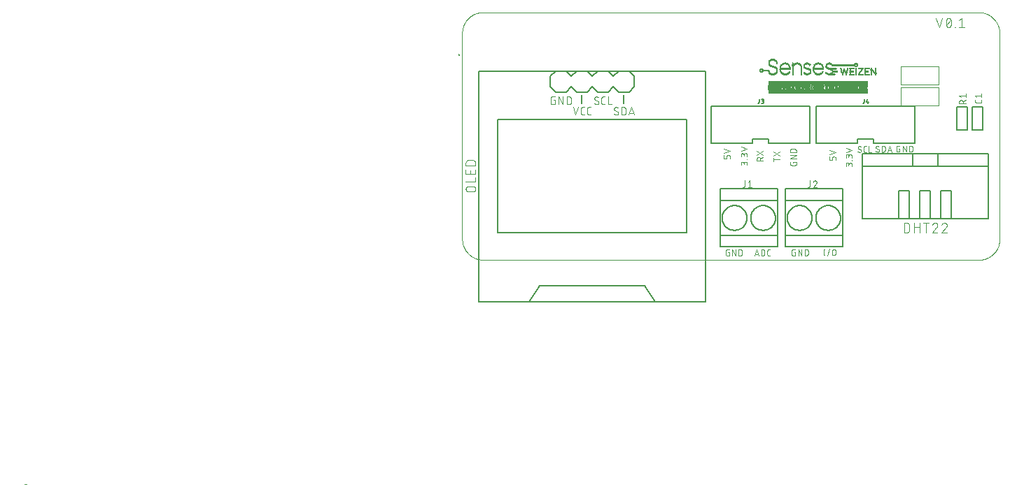
<source format=gbr>
G04 EAGLE Gerber RS-274X export*
G75*
%MOMM*%
%FSLAX34Y34*%
%LPD*%
%INSilkscreen Top*%
%IPPOS*%
%AMOC8*
5,1,8,0,0,1.08239X$1,22.5*%
G01*
%ADD10R,12.016738X0.003806*%
%ADD11R,12.020550X0.003806*%
%ADD12R,12.016738X0.003813*%
%ADD13R,0.803913X0.003806*%
%ADD14R,0.857250X0.003806*%
%ADD15R,0.365756X0.003806*%
%ADD16R,0.929638X0.003806*%
%ADD17R,0.205738X0.003806*%
%ADD18R,0.933450X0.003806*%
%ADD19R,0.887731X0.003806*%
%ADD20R,0.323850X0.003806*%
%ADD21R,1.325881X0.003806*%
%ADD22R,0.201925X0.003806*%
%ADD23R,1.150619X0.003806*%
%ADD24R,0.201931X0.003806*%
%ADD25R,0.845819X0.003806*%
%ADD26R,0.864869X0.003806*%
%ADD27R,0.941069X0.003806*%
%ADD28R,0.849625X0.003806*%
%ADD29R,0.777238X0.003806*%
%ADD30R,0.815338X0.003806*%
%ADD31R,0.346706X0.003806*%
%ADD32R,0.895350X0.003806*%
%ADD33R,0.160019X0.003806*%
%ADD34R,0.891538X0.003806*%
%ADD35R,0.849631X0.003806*%
%ADD36R,0.304800X0.003806*%
%ADD37R,1.303019X0.003806*%
%ADD38R,1.089656X0.003806*%
%ADD39R,0.803906X0.003806*%
%ADD40R,0.826769X0.003806*%
%ADD41R,0.902969X0.003806*%
%ADD42R,0.819150X0.003806*%
%ADD43R,0.758188X0.003806*%
%ADD44R,0.796288X0.003806*%
%ADD45R,0.335275X0.003806*%
%ADD46R,0.868681X0.003806*%
%ADD47R,0.140969X0.003806*%
%ADD48R,0.293369X0.003806*%
%ADD49R,1.295400X0.003806*%
%ADD50R,1.051556X0.003806*%
%ADD51R,0.784856X0.003806*%
%ADD52R,0.807719X0.003806*%
%ADD53R,0.876300X0.003806*%
%ADD54R,0.746762X0.003806*%
%ADD55R,0.781050X0.003806*%
%ADD56R,0.327656X0.003806*%
%ADD57R,0.121919X0.003806*%
%ADD58R,0.853438X0.003806*%
%ADD59R,0.811525X0.003806*%
%ADD60R,0.285750X0.003806*%
%ADD61R,1.287781X0.003806*%
%ADD62R,1.028700X0.003806*%
%ADD63R,0.769619X0.003806*%
%ADD64R,0.792481X0.003806*%
%ADD65R,0.861063X0.003806*%
%ADD66R,0.788669X0.003806*%
%ADD67R,0.739138X0.003813*%
%ADD68R,0.769619X0.003813*%
%ADD69R,0.323850X0.003813*%
%ADD70R,0.842006X0.003813*%
%ADD71R,0.106681X0.003813*%
%ADD72R,0.838200X0.003813*%
%ADD73R,0.796288X0.003813*%
%ADD74R,0.278131X0.003813*%
%ADD75R,1.280156X0.003813*%
%ADD76R,0.106675X0.003813*%
%ADD77R,1.005837X0.003813*%
%ADD78R,0.754375X0.003813*%
%ADD79R,0.777238X0.003813*%
%ADD80R,0.849631X0.003813*%
%ADD81R,0.731519X0.003806*%
%ADD82R,0.316231X0.003806*%
%ADD83R,0.099056X0.003806*%
%ADD84R,0.274319X0.003806*%
%ADD85R,1.280156X0.003806*%
%ADD86R,0.982981X0.003806*%
%ADD87R,0.099063X0.003806*%
%ADD88R,0.746756X0.003806*%
%ADD89R,0.765806X0.003806*%
%ADD90R,0.834388X0.003806*%
%ADD91R,0.723900X0.003806*%
%ADD92R,0.750569X0.003806*%
%ADD93R,0.087631X0.003806*%
%ADD94R,0.773431X0.003806*%
%ADD95R,1.272538X0.003806*%
%ADD96R,0.083819X0.003806*%
%ADD97R,0.967738X0.003806*%
%ADD98R,0.735325X0.003806*%
%ADD99R,0.716281X0.003806*%
%ADD100R,0.742950X0.003806*%
%ADD101R,0.076200X0.003806*%
%ADD102R,0.266700X0.003806*%
%ADD103R,0.952500X0.003806*%
%ADD104R,0.708663X0.003806*%
%ADD105R,0.739138X0.003806*%
%ADD106R,0.312419X0.003806*%
%ADD107R,0.800100X0.003806*%
%ADD108R,0.072388X0.003806*%
%ADD109R,0.262887X0.003806*%
%ADD110R,0.068581X0.003806*%
%ADD111R,0.937256X0.003806*%
%ADD112R,0.068575X0.003806*%
%ADD113R,0.704850X0.003813*%
%ADD114R,0.731519X0.003813*%
%ADD115R,0.312419X0.003813*%
%ADD116R,0.792481X0.003813*%
%ADD117R,0.064769X0.003813*%
%ADD118R,0.750569X0.003813*%
%ADD119R,0.262887X0.003813*%
%ADD120R,1.272538X0.003813*%
%ADD121R,0.922019X0.003813*%
%ADD122R,0.720087X0.003813*%
%ADD123R,0.735325X0.003813*%
%ADD124R,0.800100X0.003813*%
%ADD125R,0.701037X0.003806*%
%ADD126R,0.727706X0.003806*%
%ADD127R,0.057150X0.003806*%
%ADD128R,0.259081X0.003806*%
%ADD129R,0.914400X0.003806*%
%ADD130R,0.712469X0.003806*%
%ADD131R,0.693419X0.003806*%
%ADD132R,0.053338X0.003806*%
%ADD133R,0.255269X0.003806*%
%ADD134R,0.899156X0.003806*%
%ADD135R,0.708656X0.003806*%
%ADD136R,0.689613X0.003806*%
%ADD137R,0.045719X0.003806*%
%ADD138R,0.735331X0.003806*%
%ADD139R,0.251456X0.003806*%
%ADD140R,1.276350X0.003806*%
%ADD141R,0.704850X0.003806*%
%ADD142R,0.720087X0.003806*%
%ADD143R,0.685800X0.003806*%
%ADD144R,0.041913X0.003806*%
%ADD145R,0.041906X0.003806*%
%ADD146R,0.716275X0.003806*%
%ADD147R,0.681988X0.003813*%
%ADD148R,0.708656X0.003813*%
%ADD149R,0.765806X0.003813*%
%ADD150R,0.038100X0.003813*%
%ADD151R,0.723900X0.003813*%
%ADD152R,0.247650X0.003813*%
%ADD153R,1.280163X0.003813*%
%ADD154R,0.868681X0.003813*%
%ADD155R,0.034287X0.003813*%
%ADD156R,0.697225X0.003813*%
%ADD157R,0.716275X0.003813*%
%ADD158R,0.773425X0.003813*%
%ADD159R,0.712469X0.003813*%
%ADD160R,0.678181X0.003806*%
%ADD161R,0.762000X0.003806*%
%ADD162R,0.030481X0.003806*%
%ADD163R,0.243838X0.003806*%
%ADD164R,1.283969X0.003806*%
%ADD165R,0.861056X0.003806*%
%ADD166R,0.030475X0.003806*%
%ADD167R,0.674369X0.003806*%
%ADD168R,0.754381X0.003806*%
%ADD169R,0.026669X0.003806*%
%ADD170R,0.240031X0.003806*%
%ADD171R,0.689606X0.003806*%
%ADD172R,0.022863X0.003806*%
%ADD173R,0.022856X0.003806*%
%ADD174R,0.838200X0.003806*%
%ADD175R,0.697225X0.003806*%
%ADD176R,0.670563X0.003806*%
%ADD177R,0.697231X0.003806*%
%ADD178R,0.019050X0.003806*%
%ADD179R,0.080013X0.003806*%
%ADD180R,0.236219X0.003806*%
%ADD181R,1.291588X0.003806*%
%ADD182R,0.080006X0.003806*%
%ADD183R,0.830581X0.003806*%
%ADD184R,0.681988X0.003806*%
%ADD185R,0.754375X0.003806*%
%ADD186R,0.666750X0.003813*%
%ADD187R,0.099056X0.003813*%
%ADD188R,0.693419X0.003813*%
%ADD189R,0.742950X0.003813*%
%ADD190R,0.110488X0.003813*%
%ADD191R,0.015238X0.003813*%
%ADD192R,0.746756X0.003813*%
%ADD193R,0.232406X0.003813*%
%ADD194R,1.295400X0.003813*%
%ADD195R,0.822956X0.003813*%
%ADD196R,0.701037X0.003813*%
%ADD197R,0.689606X0.003813*%
%ADD198R,0.666750X0.003806*%
%ADD199R,0.114300X0.003806*%
%ADD200R,0.133350X0.003806*%
%ADD201R,0.011431X0.003806*%
%ADD202R,0.228600X0.003806*%
%ADD203R,0.011425X0.003806*%
%ADD204R,0.678175X0.003806*%
%ADD205R,0.118113X0.003806*%
%ADD206R,0.662938X0.003806*%
%ADD207R,0.129537X0.003806*%
%ADD208R,0.152400X0.003806*%
%ADD209R,0.007619X0.003806*%
%ADD210R,1.299213X0.003806*%
%ADD211R,0.156206X0.003806*%
%ADD212R,0.659131X0.003806*%
%ADD213R,0.144775X0.003806*%
%ADD214R,0.167637X0.003806*%
%ADD215R,0.003813X0.003806*%
%ADD216R,0.171450X0.003806*%
%ADD217R,0.224788X0.003806*%
%ADD218R,0.003806X0.003806*%
%ADD219R,0.182875X0.003806*%
%ADD220R,0.186688X0.003806*%
%ADD221R,0.220981X0.003806*%
%ADD222R,1.306831X0.003806*%
%ADD223R,0.182881X0.003806*%
%ADD224R,0.670556X0.003806*%
%ADD225R,0.156213X0.003806*%
%ADD226R,0.655319X0.003813*%
%ADD227R,0.167637X0.003813*%
%ADD228R,0.727706X0.003813*%
%ADD229R,0.198119X0.003813*%
%ADD230R,0.685800X0.003813*%
%ADD231R,0.220981X0.003813*%
%ADD232R,1.306831X0.003813*%
%ADD233R,0.670556X0.003813*%
%ADD234R,0.163831X0.003813*%
%ADD235R,0.655319X0.003806*%
%ADD236R,0.175256X0.003806*%
%ADD237R,0.209550X0.003806*%
%ADD238R,0.217169X0.003806*%
%ADD239R,1.310638X0.003806*%
%ADD240R,0.220975X0.003806*%
%ADD241R,0.213356X0.003806*%
%ADD242R,1.314450X0.003806*%
%ADD243R,0.179069X0.003806*%
%ADD244R,0.651513X0.003806*%
%ADD245R,0.190500X0.003806*%
%ADD246R,0.232413X0.003806*%
%ADD247R,1.318263X0.003806*%
%ADD248R,0.232406X0.003806*%
%ADD249R,0.240025X0.003806*%
%ADD250R,0.194312X0.003806*%
%ADD251R,0.659125X0.003806*%
%ADD252R,0.674369X0.003813*%
%ADD253R,0.251456X0.003813*%
%ADD254R,0.205738X0.003813*%
%ADD255R,1.322069X0.003813*%
%ADD256R,0.762000X0.003813*%
%ADD257R,0.659125X0.003813*%
%ADD258R,0.259075X0.003806*%
%ADD259R,0.198119X0.003806*%
%ADD260R,1.329688X0.003806*%
%ADD261R,0.281938X0.003806*%
%ADD262R,0.194306X0.003806*%
%ADD263R,1.333500X0.003806*%
%ADD264R,0.278125X0.003806*%
%ADD265R,0.278131X0.003806*%
%ADD266R,0.651506X0.003806*%
%ADD267R,0.662938X0.003813*%
%ADD268R,0.220975X0.003813*%
%ADD269R,0.285750X0.003813*%
%ADD270R,0.190500X0.003813*%
%ADD271R,1.337313X0.003813*%
%ADD272R,0.678175X0.003813*%
%ADD273R,1.337313X0.003806*%
%ADD274R,0.297175X0.003806*%
%ADD275R,0.300988X0.003806*%
%ADD276R,1.341119X0.003806*%
%ADD277R,0.297181X0.003806*%
%ADD278R,1.344931X0.003806*%
%ADD279R,0.944875X0.003806*%
%ADD280R,0.308606X0.003806*%
%ADD281R,0.308613X0.003806*%
%ADD282R,1.348738X0.003806*%
%ADD283R,0.933450X0.003813*%
%ADD284R,0.316231X0.003813*%
%ADD285R,0.678181X0.003813*%
%ADD286R,0.179069X0.003813*%
%ADD287R,1.348738X0.003813*%
%ADD288R,0.316225X0.003813*%
%ADD289R,0.716281X0.003813*%
%ADD290R,0.944875X0.003813*%
%ADD291R,0.320038X0.003806*%
%ADD292R,1.352550X0.003806*%
%ADD293R,0.331469X0.003806*%
%ADD294R,1.356363X0.003806*%
%ADD295R,1.047750X0.003806*%
%ADD296R,1.360169X0.003806*%
%ADD297R,1.032506X0.003806*%
%ADD298R,0.335281X0.003806*%
%ADD299R,1.036319X0.003806*%
%ADD300R,0.335275X0.003813*%
%ADD301R,1.051556X0.003813*%
%ADD302R,1.363981X0.003813*%
%ADD303R,0.335281X0.003813*%
%ADD304R,0.339088X0.003813*%
%ADD305R,1.036319X0.003813*%
%ADD306R,0.342900X0.003806*%
%ADD307R,1.367788X0.003806*%
%ADD308R,1.040125X0.003806*%
%ADD309R,1.055369X0.003806*%
%ADD310R,1.371600X0.003806*%
%ADD311R,0.350519X0.003806*%
%ADD312R,1.043937X0.003806*%
%ADD313R,1.059181X0.003806*%
%ADD314R,1.375413X0.003806*%
%ADD315R,0.929638X0.003813*%
%ADD316R,0.354331X0.003813*%
%ADD317R,1.059181X0.003813*%
%ADD318R,0.148588X0.003813*%
%ADD319R,1.379219X0.003813*%
%ADD320R,0.354325X0.003813*%
%ADD321R,0.941069X0.003813*%
%ADD322R,1.043937X0.003813*%
%ADD323R,0.925831X0.003806*%
%ADD324R,0.358137X0.003806*%
%ADD325R,1.062987X0.003806*%
%ADD326R,0.144781X0.003806*%
%ADD327R,1.379219X0.003806*%
%ADD328R,0.361950X0.003806*%
%ADD329R,1.383031X0.003806*%
%ADD330R,1.386838X0.003806*%
%ADD331R,0.922019X0.003806*%
%ADD332R,1.066800X0.003806*%
%ADD333R,0.137156X0.003806*%
%ADD334R,1.390650X0.003806*%
%ADD335R,0.918213X0.003813*%
%ADD336R,0.365756X0.003813*%
%ADD337R,1.066800X0.003813*%
%ADD338R,1.390650X0.003813*%
%ADD339R,0.369569X0.003813*%
%ADD340R,0.369569X0.003806*%
%ADD341R,1.394463X0.003806*%
%ADD342R,0.910587X0.003806*%
%ADD343R,0.373375X0.003806*%
%ADD344R,0.064769X0.003806*%
%ADD345R,1.398269X0.003806*%
%ADD346R,0.373381X0.003806*%
%ADD347R,0.925825X0.003806*%
%ADD348R,0.906781X0.003806*%
%ADD349R,1.070606X0.003806*%
%ADD350R,1.402081X0.003806*%
%ADD351R,0.034287X0.003806*%
%ADD352R,0.377188X0.003806*%
%ADD353R,0.895350X0.003813*%
%ADD354R,0.377188X0.003813*%
%ADD355R,1.070606X0.003813*%
%ADD356R,0.019050X0.003813*%
%ADD357R,1.405887X0.003813*%
%ADD358R,0.910587X0.003813*%
%ADD359R,1.055369X0.003813*%
%ADD360R,0.381000X0.003806*%
%ADD361R,1.409700X0.003806*%
%ADD362R,1.059175X0.003806*%
%ADD363R,0.880113X0.003806*%
%ADD364R,1.074419X0.003806*%
%ADD365R,1.413513X0.003806*%
%ADD366R,0.883919X0.003806*%
%ADD367R,1.417319X0.003806*%
%ADD368R,0.872488X0.003806*%
%ADD369R,0.845819X0.003813*%
%ADD370R,0.381000X0.003813*%
%ADD371R,1.074419X0.003813*%
%ADD372R,1.421131X0.003813*%
%ADD373R,0.384806X0.003813*%
%ADD374R,0.861056X0.003813*%
%ADD375R,1.059175X0.003813*%
%ADD376R,1.421131X0.003806*%
%ADD377R,0.384806X0.003806*%
%ADD378R,0.384813X0.003806*%
%ADD379R,1.424937X0.003806*%
%ADD380R,1.428750X0.003806*%
%ADD381R,0.388619X0.003806*%
%ADD382R,1.432562X0.003806*%
%ADD383R,0.388619X0.003813*%
%ADD384R,1.432562X0.003813*%
%ADD385R,0.788669X0.003813*%
%ADD386R,1.062987X0.003813*%
%ADD387R,0.072388X0.003813*%
%ADD388R,1.409700X0.003813*%
%ADD389R,1.405887X0.003806*%
%ADD390R,0.091438X0.003806*%
%ADD391R,0.106681X0.003806*%
%ADD392R,0.697231X0.003813*%
%ADD393R,0.784856X0.003813*%
%ADD394R,0.114300X0.003813*%
%ADD395R,0.118106X0.003806*%
%ADD396R,0.125731X0.003806*%
%ADD397R,0.822956X0.003806*%
%ADD398R,0.842006X0.003806*%
%ADD399R,0.853438X0.003813*%
%ADD400R,0.140969X0.003813*%
%ADD401R,1.375413X0.003813*%
%ADD402R,0.857250X0.003813*%
%ADD403R,0.880106X0.003806*%
%ADD404R,1.363981X0.003806*%
%ADD405R,0.906775X0.003806*%
%ADD406R,0.308606X0.003813*%
%ADD407R,1.360169X0.003813*%
%ADD408R,0.914400X0.003813*%
%ADD409R,0.918206X0.003806*%
%ADD410R,0.659131X0.003813*%
%ADD411R,0.937256X0.003813*%
%ADD412R,0.300988X0.003813*%
%ADD413R,0.948688X0.003806*%
%ADD414R,0.944881X0.003806*%
%ADD415R,0.944881X0.003813*%
%ADD416R,0.289556X0.003813*%
%ADD417R,0.194306X0.003813*%
%ADD418R,0.948688X0.003813*%
%ADD419R,0.289556X0.003806*%
%ADD420R,0.651513X0.003813*%
%ADD421R,0.274319X0.003813*%
%ADD422R,1.329688X0.003813*%
%ADD423R,0.952500X0.003813*%
%ADD424R,0.270506X0.003806*%
%ADD425R,1.322069X0.003806*%
%ADD426R,0.213356X0.003813*%
%ADD427R,0.217169X0.003813*%
%ADD428R,1.318263X0.003813*%
%ADD429R,0.209550X0.003813*%
%ADD430R,0.186688X0.003813*%
%ADD431R,0.224788X0.003813*%
%ADD432R,1.310638X0.003813*%
%ADD433R,0.182875X0.003813*%
%ADD434R,0.163831X0.003806*%
%ADD435R,0.156213X0.003813*%
%ADD436R,0.201931X0.003813*%
%ADD437R,0.236219X0.003813*%
%ADD438R,1.303019X0.003813*%
%ADD439R,0.148588X0.003806*%
%ADD440R,0.784863X0.003806*%
%ADD441R,0.095250X0.003813*%
%ADD442R,0.102869X0.003813*%
%ADD443R,0.118113X0.003813*%
%ADD444R,0.240031X0.003813*%
%ADD445R,1.299213X0.003813*%
%ADD446R,0.118106X0.003813*%
%ADD447R,0.087625X0.003806*%
%ADD448R,0.038100X0.003806*%
%ADD449R,0.822963X0.003806*%
%ADD450R,0.247650X0.003806*%
%ADD451R,0.689613X0.003813*%
%ADD452R,1.291588X0.003813*%
%ADD453R,0.735331X0.003813*%
%ADD454R,0.891538X0.003813*%
%ADD455R,0.255269X0.003813*%
%ADD456R,1.287781X0.003813*%
%ADD457R,0.727712X0.003806*%
%ADD458R,0.830575X0.003806*%
%ADD459R,0.095250X0.003806*%
%ADD460R,0.083819X0.003813*%
%ADD461R,0.971550X0.003813*%
%ADD462R,0.259081X0.003813*%
%ADD463R,0.781050X0.003813*%
%ADD464R,0.990600X0.003806*%
%ADD465R,0.110488X0.003806*%
%ADD466R,1.017269X0.003806*%
%ADD467R,0.811531X0.003806*%
%ADD468R,1.120138X0.003806*%
%ADD469R,1.162050X0.003806*%
%ADD470R,5.093969X0.003813*%
%ADD471R,1.607819X0.003813*%
%ADD472R,5.185406X0.003813*%
%ADD473R,5.093969X0.003806*%
%ADD474R,1.607819X0.003806*%
%ADD475R,5.185406X0.003806*%
%ADD476R,3.341369X0.003806*%
%ADD477R,1.821175X0.003806*%
%ADD478R,3.333750X0.003806*%
%ADD479R,1.813556X0.003806*%
%ADD480R,3.329938X0.003813*%
%ADD481R,1.809750X0.003813*%
%ADD482R,3.326131X0.003806*%
%ADD483R,1.805938X0.003806*%
%ADD484R,3.322319X0.003806*%
%ADD485R,1.802125X0.003806*%
%ADD486R,3.318506X0.003806*%
%ADD487R,1.798319X0.003806*%
%ADD488R,3.318506X0.003813*%
%ADD489R,1.798319X0.003813*%
%ADD490R,3.322319X0.003813*%
%ADD491R,3.329938X0.003806*%
%ADD492R,1.809750X0.003806*%
%ADD493R,3.341369X0.003813*%
%ADD494R,1.821175X0.003813*%
%ADD495R,1.611631X0.003806*%
%ADD496R,1.615438X0.003806*%
%ADD497R,5.189219X0.003806*%
%ADD498R,5.097781X0.003806*%
%ADD499R,1.619250X0.003806*%
%ADD500R,5.101587X0.003813*%
%ADD501R,1.623056X0.003813*%
%ADD502R,5.193025X0.003813*%
%ADD503R,5.105400X0.003806*%
%ADD504R,1.630675X0.003806*%
%ADD505R,5.196837X0.003806*%
%ADD506R,5.109212X0.003806*%
%ADD507R,1.642106X0.003806*%
%ADD508R,5.200650X0.003806*%
%ADD509R,5.120637X0.003806*%
%ADD510R,1.664969X0.003806*%
%ADD511R,5.212075X0.003806*%
%ADD512R,12.020550X0.003813*%
%ADD513R,0.567688X0.003806*%
%ADD514R,0.125725X0.003806*%
%ADD515R,0.582925X0.003806*%
%ADD516R,0.590550X0.003806*%
%ADD517R,0.137162X0.003806*%
%ADD518R,0.826769X0.003813*%
%ADD519R,0.137162X0.003813*%
%ADD520R,0.598169X0.003813*%
%ADD521R,0.144781X0.003813*%
%ADD522R,0.601981X0.003806*%
%ADD523R,0.354331X0.003806*%
%ADD524R,0.605788X0.003806*%
%ADD525R,0.392431X0.003806*%
%ADD526R,0.609600X0.003806*%
%ADD527R,0.422906X0.003806*%
%ADD528R,0.407669X0.003806*%
%ADD529R,0.411475X0.003806*%
%ADD530R,0.445769X0.003813*%
%ADD531R,0.438150X0.003813*%
%ADD532R,0.392425X0.003813*%
%ADD533R,0.434338X0.003813*%
%ADD534R,0.152400X0.003813*%
%ADD535R,0.609600X0.003813*%
%ADD536R,0.156206X0.003813*%
%ADD537R,0.160019X0.003813*%
%ADD538R,0.468631X0.003806*%
%ADD539R,0.461006X0.003806*%
%ADD540R,0.415288X0.003806*%
%ADD541R,0.457200X0.003806*%
%ADD542R,0.613406X0.003806*%
%ADD543R,0.491488X0.003806*%
%ADD544R,0.476250X0.003806*%
%ADD545R,0.430525X0.003806*%
%ADD546R,0.480056X0.003806*%
%ADD547R,0.510537X0.003806*%
%ADD548R,0.499106X0.003806*%
%ADD549R,0.449581X0.003806*%
%ADD550R,0.502919X0.003806*%
%ADD551R,0.529587X0.003806*%
%ADD552R,0.521969X0.003806*%
%ADD553R,0.468625X0.003806*%
%ADD554R,0.518156X0.003806*%
%ADD555R,0.956313X0.003806*%
%ADD556R,0.163825X0.003806*%
%ADD557R,0.548638X0.003813*%
%ADD558R,0.537206X0.003813*%
%ADD559R,0.483869X0.003813*%
%ADD560R,0.541019X0.003813*%
%ADD561R,0.967738X0.003813*%
%ADD562R,0.163825X0.003813*%
%ADD563R,0.613406X0.003813*%
%ADD564R,0.171450X0.003813*%
%ADD565R,0.560069X0.003806*%
%ADD566R,0.556256X0.003806*%
%ADD567R,0.975356X0.003806*%
%ADD568R,0.582931X0.003806*%
%ADD569R,0.575306X0.003806*%
%ADD570R,0.514350X0.003806*%
%ADD571R,0.598169X0.003806*%
%ADD572R,0.994406X0.003806*%
%ADD573R,0.541019X0.003806*%
%ADD574R,1.002031X0.003806*%
%ADD575R,0.628650X0.003813*%
%ADD576R,0.621031X0.003813*%
%ADD577R,0.552450X0.003813*%
%ADD578R,0.624838X0.003813*%
%ADD579R,1.009650X0.003813*%
%ADD580R,0.175256X0.003813*%
%ADD581R,0.643888X0.003806*%
%ADD582R,0.636269X0.003806*%
%ADD583R,0.640075X0.003806*%
%ADD584R,1.013456X0.003806*%
%ADD585R,0.579119X0.003806*%
%ADD586R,1.021081X0.003806*%
%ADD587R,1.024887X0.003806*%
%ADD588R,0.182881X0.003813*%
%ADD589R,0.621025X0.003806*%
%ADD590R,0.632456X0.003806*%
%ADD591R,0.758188X0.003813*%
%ADD592R,0.601981X0.003813*%
%ADD593R,0.601975X0.003813*%
%ADD594R,0.647700X0.003806*%
%ADD595R,0.792475X0.003806*%
%ADD596R,1.070612X0.003806*%
%ADD597R,0.803906X0.003813*%
%ADD598R,0.811531X0.003813*%
%ADD599R,0.228600X0.003813*%
%ADD600R,0.864869X0.003813*%
%ADD601R,0.868675X0.003806*%
%ADD602R,0.773425X0.003806*%
%ADD603R,0.906775X0.003813*%
%ADD604R,0.396238X0.003806*%
%ADD605R,0.403856X0.003806*%
%ADD606R,0.411481X0.003806*%
%ADD607R,0.354325X0.003806*%
%ADD608R,0.358137X0.003813*%
%ADD609R,0.266700X0.003813*%
%ADD610R,0.339088X0.003806*%
%ADD611R,0.289563X0.003806*%
%ADD612R,0.316225X0.003806*%
%ADD613R,0.270512X0.003806*%
%ADD614R,0.297181X0.003813*%
%ADD615R,0.320038X0.003813*%
%ADD616R,0.281938X0.003813*%
%ADD617R,0.270506X0.003813*%
%ADD618R,0.293369X0.003813*%
%ADD619R,0.240025X0.003813*%
%ADD620R,0.289563X0.003813*%
%ADD621R,0.259075X0.003813*%
%ADD622R,0.213363X0.003806*%
%ADD623R,0.251463X0.003806*%
%ADD624R,0.243838X0.003813*%
%ADD625R,0.137156X0.003813*%
%ADD626R,0.232413X0.003813*%
%ADD627R,0.049525X0.003813*%
%ADD628R,0.175263X0.003806*%
%ADD629R,0.201925X0.003813*%
%ADD630R,0.213363X0.003813*%
%ADD631R,0.133350X0.003813*%
%ADD632R,0.102869X0.003806*%
%ADD633R,0.487681X0.003806*%
%ADD634R,0.487675X0.003806*%
%ADD635R,0.041913X0.003813*%
%ADD636R,0.491488X0.003813*%
%ADD637R,0.495300X0.003806*%
%ADD638R,0.327663X0.003806*%
%ADD639R,0.350519X0.003813*%
%ADD640R,0.499106X0.003813*%
%ADD641R,0.502919X0.003813*%
%ADD642R,0.392425X0.003806*%
%ADD643R,0.403863X0.003806*%
%ADD644R,0.403863X0.003813*%
%ADD645R,0.754381X0.003813*%
%ADD646R,0.419100X0.003806*%
%ADD647R,0.426719X0.003813*%
%ADD648R,0.087631X0.003813*%
%ADD649R,0.194312X0.003813*%
%ADD650R,0.049531X0.003806*%
%ADD651R,0.175263X0.003813*%
%ADD652R,0.495300X0.003813*%
%ADD653R,0.906781X0.003813*%
%ADD654R,0.899156X0.003813*%
%ADD655R,0.144775X0.003813*%
%ADD656R,0.887725X0.003806*%
%ADD657R,0.887731X0.003813*%
%ADD658R,0.880113X0.003813*%
%ADD659R,0.297175X0.003813*%
%ADD660R,0.426719X0.003806*%
%ADD661R,1.299206X0.003806*%
%ADD662R,0.419100X0.003813*%
%ADD663R,0.331469X0.003813*%
%ADD664R,0.327656X0.003813*%
%ADD665R,1.318256X0.003806*%
%ADD666R,0.400050X0.003806*%
%ADD667R,0.396238X0.003813*%
%ADD668R,1.337306X0.003813*%
%ADD669R,1.337306X0.003806*%
%ADD670R,1.344925X0.003806*%
%ADD671R,1.352550X0.003813*%
%ADD672R,0.365762X0.003806*%
%ADD673R,1.356356X0.003806*%
%ADD674R,0.963931X0.003806*%
%ADD675R,0.979169X0.003806*%
%ADD676R,0.998219X0.003806*%
%ADD677R,0.487681X0.003813*%
%ADD678R,1.013456X0.003813*%
%ADD679R,1.363975X0.003806*%
%ADD680R,1.032512X0.003806*%
%ADD681R,0.506725X0.003806*%
%ADD682R,0.617219X0.003806*%
%ADD683R,0.594356X0.003806*%
%ADD684R,1.367788X0.003813*%
%ADD685R,0.518162X0.003813*%
%ADD686R,1.363975X0.003813*%
%ADD687R,1.085850X0.003813*%
%ADD688R,0.640081X0.003813*%
%ADD689R,0.525775X0.003806*%
%ADD690R,1.097275X0.003806*%
%ADD691R,1.108706X0.003806*%
%ADD692R,0.533400X0.003806*%
%ADD693R,1.116325X0.003806*%
%ADD694R,0.537206X0.003806*%
%ADD695R,1.131569X0.003806*%
%ADD696R,1.139188X0.003813*%
%ADD697R,0.129537X0.003813*%
%ADD698R,1.146806X0.003806*%
%ADD699R,1.158238X0.003806*%
%ADD700R,0.544825X0.003806*%
%ADD701R,1.165856X0.003806*%
%ADD702R,0.544831X0.003806*%
%ADD703R,1.173475X0.003806*%
%ADD704R,0.544825X0.003813*%
%ADD705R,1.181100X0.003813*%
%ADD706R,1.184906X0.003806*%
%ADD707R,1.192525X0.003806*%
%ADD708R,1.200150X0.003806*%
%ADD709R,1.207769X0.003813*%
%ADD710R,1.211575X0.003806*%
%ADD711R,1.215388X0.003806*%
%ADD712R,0.525781X0.003806*%
%ADD713R,1.219200X0.003806*%
%ADD714R,1.223006X0.003806*%
%ADD715R,0.514350X0.003813*%
%ADD716R,1.226819X0.003813*%
%ADD717R,1.226819X0.003806*%
%ADD718R,1.230625X0.003806*%
%ADD719R,1.234438X0.003806*%
%ADD720R,0.270512X0.003813*%
%ADD721R,0.480063X0.003813*%
%ADD722R,1.234438X0.003813*%
%ADD723R,1.230631X0.003806*%
%ADD724R,0.449575X0.003806*%
%ADD725R,0.441956X0.003806*%
%ADD726R,0.430531X0.003813*%
%ADD727R,0.403856X0.003813*%
%ADD728R,0.438150X0.003806*%
%ADD729R,0.499113X0.003806*%
%ADD730R,0.533400X0.003813*%
%ADD731R,0.544831X0.003813*%
%ADD732R,0.521969X0.003813*%
%ADD733R,0.518162X0.003806*%
%ADD734R,0.499113X0.003813*%
%ADD735R,0.464819X0.003813*%
%ADD736R,0.434338X0.003806*%
%ADD737R,2.876550X0.003806*%
%ADD738R,2.884169X0.003806*%
%ADD739R,0.342900X0.003813*%
%ADD740R,2.887981X0.003813*%
%ADD741R,2.887975X0.003806*%
%ADD742R,2.891787X0.003806*%
%ADD743R,2.891787X0.003813*%
%ADD744R,2.895600X0.003806*%
%ADD745R,2.895600X0.003813*%
%ADD746R,2.899406X0.003806*%
%ADD747R,2.899406X0.003813*%
%ADD748R,2.903219X0.003806*%
%ADD749R,2.907031X0.003806*%
%ADD750R,2.910837X0.003806*%
%ADD751R,2.914650X0.003813*%
%ADD752R,2.914650X0.003806*%
%ADD753R,2.918456X0.003806*%
%ADD754R,2.926081X0.003806*%
%ADD755R,2.929887X0.003806*%
%ADD756R,0.361950X0.003813*%
%ADD757R,2.933700X0.003813*%
%ADD758R,2.937506X0.003806*%
%ADD759R,2.945125X0.003806*%
%ADD760R,2.948937X0.003806*%
%ADD761R,2.960369X0.003806*%
%ADD762R,2.964175X0.003813*%
%ADD763R,2.971800X0.003806*%
%ADD764R,2.975612X0.003806*%
%ADD765R,2.987038X0.003806*%
%ADD766R,2.998469X0.003806*%
%ADD767R,3.006088X0.003813*%
%ADD768R,3.017519X0.003806*%
%ADD769R,0.445769X0.003806*%
%ADD770R,3.028950X0.003806*%
%ADD771R,0.453387X0.003806*%
%ADD772R,3.040381X0.003806*%
%ADD773R,0.464819X0.003806*%
%ADD774R,3.051806X0.003806*%
%ADD775R,0.476250X0.003813*%
%ADD776R,0.400050X0.003813*%
%ADD777R,0.407669X0.003813*%
%ADD778R,0.868675X0.003813*%
%ADD779R,0.807719X0.003813*%
%ADD780R,0.842013X0.003806*%
%ADD781R,0.041906X0.003813*%
%ADD782R,0.819150X0.003813*%
%ADD783R,0.773431X0.003813*%
%ADD784R,0.640081X0.003806*%
%ADD785R,0.632463X0.003806*%
%ADD786R,0.624838X0.003806*%
%ADD787R,0.628650X0.003806*%
%ADD788R,0.571500X0.003806*%
%ADD789R,0.647700X0.003813*%
%ADD790R,0.605788X0.003813*%
%ADD791R,0.560069X0.003813*%
%ADD792R,0.563881X0.003813*%
%ADD793R,0.552450X0.003806*%
%ADD794R,0.548638X0.003806*%
%ADD795R,0.621031X0.003806*%
%ADD796R,0.563875X0.003806*%
%ADD797R,0.586738X0.003806*%
%ADD798R,0.571500X0.003813*%
%ADD799R,0.483869X0.003806*%
%ADD800R,0.537212X0.003806*%
%ADD801R,0.472438X0.003806*%
%ADD802R,0.480056X0.003813*%
%ADD803R,0.449575X0.003813*%
%ADD804R,0.422906X0.003813*%
%ADD805R,0.045719X0.003813*%
%ADD806R,0.053338X0.003813*%
%ADD807R,0.251463X0.003813*%
%ADD808R,0.304800X0.003813*%
%ADD809R,0.834388X0.003813*%
%ADD810R,0.792475X0.003813*%
%ADD811R,0.636269X0.003813*%
%ADD812R,0.563875X0.003813*%
%ADD813C,0.000000*%
%ADD814C,0.076200*%
%ADD815C,0.127000*%
%ADD816C,0.101600*%
%ADD817C,0.100000*%
%ADD818C,0.100000*%
%ADD819C,0.203200*%


D10*
X959872Y473354D03*
D11*
X959853Y473393D03*
D12*
X959872Y473431D03*
D10*
X959872Y473469D03*
X959872Y473507D03*
X959872Y473545D03*
X959872Y473583D03*
D12*
X959872Y473621D03*
D10*
X959872Y473659D03*
X959872Y473697D03*
X959872Y473735D03*
X959872Y473774D03*
D12*
X959872Y473812D03*
D10*
X959872Y473850D03*
X959872Y473888D03*
X959872Y473926D03*
X959872Y473964D03*
D12*
X959872Y474002D03*
D10*
X959872Y474040D03*
X959872Y474078D03*
X959872Y474116D03*
X959872Y474155D03*
D12*
X959872Y474193D03*
D10*
X959872Y474231D03*
X959872Y474269D03*
X959872Y474307D03*
X959872Y474345D03*
D12*
X959872Y474383D03*
D10*
X959872Y474421D03*
X959872Y474459D03*
X959872Y474497D03*
X959872Y474536D03*
D12*
X959872Y474574D03*
D10*
X959872Y474612D03*
X959872Y474650D03*
X959872Y474688D03*
X959872Y474726D03*
D12*
X959872Y474764D03*
D10*
X959872Y474802D03*
X959872Y474840D03*
X959872Y474878D03*
X959872Y474917D03*
D12*
X959872Y474955D03*
D10*
X959872Y474993D03*
X959872Y475031D03*
X959872Y475069D03*
X959872Y475107D03*
D12*
X959872Y475145D03*
D10*
X959872Y475183D03*
X959872Y475221D03*
X959872Y475259D03*
X959872Y475298D03*
D12*
X959872Y475336D03*
D10*
X959872Y475374D03*
X959872Y475412D03*
X959872Y475450D03*
X959872Y475488D03*
D12*
X959872Y475526D03*
D10*
X959872Y475564D03*
X959872Y475602D03*
X959872Y475640D03*
X959872Y475679D03*
D12*
X959872Y475717D03*
D10*
X959872Y475755D03*
X959872Y475793D03*
X959872Y475831D03*
X959872Y475869D03*
D12*
X959872Y475907D03*
D10*
X959872Y475945D03*
X959872Y475983D03*
X959872Y476021D03*
X959872Y476060D03*
D12*
X959872Y476098D03*
D10*
X959872Y476136D03*
X959872Y476174D03*
X959872Y476212D03*
X959872Y476250D03*
D12*
X959872Y476288D03*
D10*
X959872Y476326D03*
X959872Y476364D03*
X959872Y476402D03*
X959872Y476441D03*
D12*
X959872Y476479D03*
D10*
X959872Y476517D03*
X959872Y476555D03*
X959872Y476593D03*
X959872Y476631D03*
D12*
X959872Y476669D03*
D10*
X959872Y476707D03*
X959872Y476745D03*
X959872Y476783D03*
X959872Y476822D03*
D12*
X959872Y476860D03*
D10*
X959872Y476898D03*
X959872Y476936D03*
X959872Y476974D03*
X959872Y477012D03*
D12*
X959872Y477050D03*
D13*
X903808Y477088D03*
D14*
X912419Y477088D03*
D15*
X918648Y477088D03*
D16*
X925239Y477088D03*
D17*
X931259Y477088D03*
D18*
X937070Y477088D03*
D19*
X946518Y477088D03*
D20*
X952729Y477088D03*
D21*
X961092Y477088D03*
D22*
X968845Y477088D03*
D23*
X975951Y477088D03*
D24*
X983056Y477088D03*
D25*
X988409Y477088D03*
D26*
X997268Y477088D03*
D27*
X1006412Y477088D03*
D28*
X1015708Y477088D03*
D29*
X903675Y477126D03*
D30*
X912514Y477126D03*
D31*
X918629Y477126D03*
D32*
X925144Y477126D03*
D33*
X931374Y477126D03*
D34*
X936974Y477126D03*
D35*
X946633Y477126D03*
D36*
X952710Y477126D03*
D37*
X961092Y477126D03*
D33*
X968750Y477126D03*
D38*
X975951Y477126D03*
D33*
X983151Y477126D03*
D39*
X988314Y477126D03*
D40*
X997344Y477126D03*
D41*
X1006297Y477126D03*
D42*
X1015860Y477126D03*
D43*
X903580Y477164D03*
D44*
X912571Y477164D03*
D45*
X918648Y477164D03*
D46*
X925087Y477164D03*
D47*
X931431Y477164D03*
D46*
X936898Y477164D03*
D40*
X946709Y477164D03*
D48*
X952729Y477164D03*
D49*
X961092Y477164D03*
D47*
X968693Y477164D03*
D50*
X975951Y477164D03*
D47*
X983209Y477164D03*
D51*
X988257Y477164D03*
D52*
X997401Y477164D03*
D53*
X1006240Y477164D03*
D39*
X1015937Y477164D03*
D54*
X903522Y477203D03*
D55*
X912609Y477203D03*
D56*
X918648Y477203D03*
D14*
X925030Y477203D03*
D57*
X931488Y477203D03*
D58*
X936860Y477203D03*
D59*
X946747Y477203D03*
D60*
X952729Y477203D03*
D61*
X961092Y477203D03*
D57*
X968635Y477203D03*
D62*
X975951Y477203D03*
D57*
X983266Y477203D03*
D63*
X988219Y477203D03*
D64*
X997439Y477203D03*
D65*
X1006202Y477203D03*
D66*
X1016013Y477203D03*
D67*
X903484Y477241D03*
D68*
X912628Y477241D03*
D69*
X918629Y477241D03*
D70*
X924992Y477241D03*
D71*
X931526Y477241D03*
D72*
X936822Y477241D03*
D73*
X946785Y477241D03*
D74*
X952729Y477241D03*
D75*
X961092Y477241D03*
D76*
X968597Y477241D03*
D77*
X975951Y477241D03*
D71*
X983304Y477241D03*
D78*
X988181Y477241D03*
D79*
X997477Y477241D03*
D80*
X1006145Y477241D03*
D79*
X1016070Y477241D03*
D81*
X903446Y477279D03*
D43*
X912647Y477279D03*
D82*
X918629Y477279D03*
D40*
X924954Y477279D03*
D83*
X931564Y477279D03*
D40*
X936765Y477279D03*
D55*
X946823Y477279D03*
D84*
X952710Y477279D03*
D85*
X961092Y477279D03*
D83*
X968559Y477279D03*
D86*
X975951Y477279D03*
D87*
X983342Y477279D03*
D88*
X988143Y477279D03*
D89*
X997496Y477279D03*
D90*
X1006107Y477279D03*
D63*
X1016108Y477279D03*
D91*
X903408Y477317D03*
D92*
X912686Y477317D03*
D82*
X918629Y477317D03*
D42*
X924916Y477317D03*
D93*
X931583Y477317D03*
D30*
X936746Y477317D03*
D94*
X946861Y477317D03*
D84*
X952710Y477317D03*
D95*
X961092Y477317D03*
D96*
X968521Y477317D03*
D97*
X975951Y477317D03*
D96*
X983380Y477317D03*
D98*
X988124Y477317D03*
D43*
X997534Y477317D03*
D40*
X1006069Y477317D03*
D43*
X1016165Y477317D03*
D99*
X903370Y477355D03*
D100*
X912724Y477355D03*
D82*
X918629Y477355D03*
D59*
X924878Y477355D03*
D101*
X931640Y477355D03*
D52*
X936708Y477355D03*
D89*
X946899Y477355D03*
D102*
X952710Y477355D03*
D95*
X961092Y477355D03*
D101*
X968483Y477355D03*
D103*
X975951Y477355D03*
D101*
X983418Y477355D03*
D81*
X988104Y477355D03*
D92*
X997572Y477355D03*
D42*
X1006031Y477355D03*
D92*
X1016203Y477355D03*
D104*
X903332Y477393D03*
D105*
X912743Y477393D03*
D106*
X918648Y477393D03*
D107*
X924858Y477393D03*
D108*
X931659Y477393D03*
D107*
X936669Y477393D03*
D43*
X946937Y477393D03*
D109*
X952691Y477393D03*
D95*
X961092Y477393D03*
D110*
X968445Y477393D03*
D111*
X975951Y477393D03*
D112*
X983456Y477393D03*
D91*
X988066Y477393D03*
D100*
X997572Y477393D03*
D52*
X1006011Y477393D03*
D100*
X1016241Y477393D03*
D113*
X903313Y477431D03*
D114*
X912781Y477431D03*
D115*
X918648Y477431D03*
D116*
X924820Y477431D03*
D117*
X931697Y477431D03*
D73*
X936650Y477431D03*
D118*
X946976Y477431D03*
D119*
X952691Y477431D03*
D120*
X961092Y477431D03*
D117*
X968426Y477431D03*
D121*
X975951Y477431D03*
D117*
X983475Y477431D03*
D122*
X988047Y477431D03*
D123*
X997610Y477431D03*
D124*
X1005973Y477431D03*
D67*
X1016260Y477431D03*
D125*
X903294Y477469D03*
D126*
X912800Y477469D03*
D106*
X918648Y477469D03*
D51*
X924782Y477469D03*
D127*
X931736Y477469D03*
D66*
X936612Y477469D03*
D88*
X946995Y477469D03*
D128*
X952671Y477469D03*
D95*
X961092Y477469D03*
D127*
X968388Y477469D03*
D129*
X975951Y477469D03*
D127*
X983513Y477469D03*
D130*
X988009Y477469D03*
D81*
X997629Y477469D03*
D44*
X1005954Y477469D03*
D81*
X1016298Y477469D03*
D131*
X903256Y477507D03*
D91*
X912819Y477507D03*
D106*
X918648Y477507D03*
D55*
X924763Y477507D03*
D132*
X931755Y477507D03*
D55*
X936574Y477507D03*
D105*
X947033Y477507D03*
D133*
X952652Y477507D03*
D95*
X961092Y477507D03*
D132*
X968369Y477507D03*
D134*
X975951Y477507D03*
D132*
X983532Y477507D03*
D135*
X987990Y477507D03*
D126*
X997649Y477507D03*
D66*
X1005916Y477507D03*
D126*
X1016318Y477507D03*
D136*
X903237Y477545D03*
D99*
X912857Y477545D03*
D106*
X918648Y477545D03*
D29*
X924744Y477545D03*
D137*
X931793Y477545D03*
D29*
X936555Y477545D03*
D138*
X947052Y477545D03*
D139*
X952633Y477545D03*
D140*
X961073Y477545D03*
D137*
X968331Y477545D03*
D34*
X975951Y477545D03*
D137*
X983571Y477545D03*
D141*
X987971Y477545D03*
D91*
X997668Y477545D03*
D51*
X1005897Y477545D03*
D142*
X1016356Y477545D03*
D143*
X903218Y477584D03*
D130*
X912876Y477584D03*
D106*
X918648Y477584D03*
D63*
X924706Y477584D03*
D144*
X931812Y477584D03*
D94*
X936536Y477584D03*
D126*
X947090Y477584D03*
D139*
X952633Y477584D03*
D140*
X961073Y477584D03*
D145*
X968312Y477584D03*
D53*
X975951Y477584D03*
D145*
X983590Y477584D03*
D125*
X987952Y477584D03*
D142*
X997687Y477584D03*
D29*
X1005859Y477584D03*
D146*
X1016375Y477584D03*
D147*
X903199Y477622D03*
D148*
X912895Y477622D03*
D115*
X918648Y477622D03*
D149*
X924687Y477622D03*
D150*
X931831Y477622D03*
D149*
X936498Y477622D03*
D151*
X947109Y477622D03*
D152*
X952614Y477622D03*
D153*
X961053Y477622D03*
D150*
X968292Y477622D03*
D154*
X975951Y477622D03*
D155*
X983628Y477622D03*
D156*
X987933Y477622D03*
D157*
X997706Y477622D03*
D158*
X1005840Y477622D03*
D159*
X1016394Y477622D03*
D160*
X903180Y477660D03*
D141*
X912914Y477660D03*
D106*
X918648Y477660D03*
D161*
X924668Y477660D03*
D162*
X931869Y477660D03*
D161*
X936479Y477660D03*
D142*
X947128Y477660D03*
D163*
X952595Y477660D03*
D164*
X961034Y477660D03*
D162*
X968254Y477660D03*
D165*
X975951Y477660D03*
D166*
X983647Y477660D03*
D131*
X987914Y477660D03*
D130*
X997725Y477660D03*
D63*
X1005821Y477660D03*
D141*
X1016432Y477660D03*
D167*
X903161Y477698D03*
D141*
X912914Y477698D03*
D106*
X918648Y477698D03*
D168*
X924630Y477698D03*
D169*
X931888Y477698D03*
D43*
X936460Y477698D03*
D99*
X947147Y477698D03*
D170*
X952576Y477698D03*
D164*
X961034Y477698D03*
D169*
X968235Y477698D03*
D25*
X975951Y477698D03*
D169*
X983666Y477698D03*
D171*
X987895Y477698D03*
D135*
X997744Y477698D03*
D89*
X1005802Y477698D03*
D125*
X1016451Y477698D03*
D167*
X903161Y477736D03*
D125*
X912933Y477736D03*
D106*
X918648Y477736D03*
D92*
X924611Y477736D03*
D172*
X931907Y477736D03*
D168*
X936441Y477736D03*
D130*
X947166Y477736D03*
D170*
X952576Y477736D03*
D61*
X961015Y477736D03*
D173*
X968216Y477736D03*
D174*
X975951Y477736D03*
D173*
X983685Y477736D03*
D143*
X987876Y477736D03*
D141*
X997763Y477736D03*
D43*
X1005764Y477736D03*
D175*
X1016470Y477736D03*
D176*
X903141Y477774D03*
D108*
X907999Y477774D03*
D177*
X912952Y477774D03*
D106*
X918648Y477774D03*
D88*
X924592Y477774D03*
D96*
X930078Y477774D03*
D178*
X931926Y477774D03*
D92*
X936422Y477774D03*
D179*
X941908Y477774D03*
D135*
X947185Y477774D03*
D180*
X952557Y477774D03*
D181*
X960996Y477774D03*
D178*
X968197Y477774D03*
D182*
X970026Y477774D03*
D183*
X975951Y477774D03*
D182*
X981875Y477774D03*
D178*
X983704Y477774D03*
D184*
X987857Y477774D03*
D108*
X992772Y477774D03*
D125*
X997782Y477774D03*
D185*
X1005745Y477774D03*
D182*
X1011288Y477774D03*
D131*
X1016489Y477774D03*
D186*
X903122Y477812D03*
D187*
X907980Y477812D03*
D188*
X912971Y477812D03*
D115*
X918648Y477812D03*
D189*
X924573Y477812D03*
D190*
X930097Y477812D03*
D191*
X931945Y477812D03*
D192*
X936403Y477812D03*
D190*
X941908Y477812D03*
D113*
X947204Y477812D03*
D193*
X952538Y477812D03*
D194*
X960977Y477812D03*
D191*
X968178Y477812D03*
D190*
X970026Y477812D03*
D195*
X975951Y477812D03*
D190*
X981875Y477812D03*
D191*
X983723Y477812D03*
D147*
X987857Y477812D03*
D187*
X992791Y477812D03*
D196*
X997782Y477812D03*
D118*
X1005726Y477812D03*
D190*
X1011288Y477812D03*
D197*
X1016508Y477812D03*
D198*
X903122Y477850D03*
D199*
X907980Y477850D03*
D131*
X912971Y477850D03*
D106*
X918648Y477850D03*
D105*
X924554Y477850D03*
D200*
X930097Y477850D03*
D201*
X931964Y477850D03*
D100*
X936384Y477850D03*
D200*
X941908Y477850D03*
D125*
X947223Y477850D03*
D202*
X952519Y477850D03*
D49*
X960977Y477850D03*
D201*
X968159Y477850D03*
D200*
X970026Y477850D03*
D30*
X975951Y477850D03*
D200*
X981875Y477850D03*
D203*
X983742Y477850D03*
D204*
X987838Y477850D03*
D205*
X992772Y477850D03*
D175*
X997801Y477850D03*
D88*
X1005707Y477850D03*
D200*
X1011288Y477850D03*
D143*
X1016527Y477850D03*
D206*
X903103Y477888D03*
D207*
X907980Y477888D03*
D171*
X912990Y477888D03*
D106*
X918648Y477888D03*
D138*
X924535Y477888D03*
D208*
X930078Y477888D03*
D209*
X931983Y477888D03*
D105*
X936365Y477888D03*
D208*
X941927Y477888D03*
D177*
X947242Y477888D03*
D202*
X952519Y477888D03*
D210*
X960958Y477888D03*
D209*
X968140Y477888D03*
D208*
X970045Y477888D03*
D52*
X975951Y477888D03*
D208*
X981856Y477888D03*
D209*
X983761Y477888D03*
D204*
X987838Y477888D03*
D200*
X992772Y477888D03*
D131*
X997820Y477888D03*
D100*
X1005688Y477888D03*
D211*
X1011288Y477888D03*
D184*
X1016546Y477888D03*
D212*
X903084Y477926D03*
D213*
X907980Y477926D03*
D143*
X913009Y477926D03*
D106*
X918648Y477926D03*
D81*
X924516Y477926D03*
D214*
X930078Y477926D03*
D215*
X932002Y477926D03*
D138*
X936346Y477926D03*
D216*
X941908Y477926D03*
D131*
X947261Y477926D03*
D217*
X952500Y477926D03*
D37*
X960939Y477926D03*
D218*
X968121Y477926D03*
D214*
X970045Y477926D03*
D107*
X975951Y477926D03*
D214*
X981856Y477926D03*
D218*
X983780Y477926D03*
D167*
X987819Y477926D03*
D213*
X992791Y477926D03*
D131*
X997820Y477926D03*
D100*
X1005688Y477926D03*
D216*
X1011288Y477926D03*
D204*
X1016565Y477926D03*
D212*
X903084Y477965D03*
D208*
X907980Y477965D03*
D143*
X913009Y477965D03*
D106*
X918648Y477965D03*
D126*
X924497Y477965D03*
D219*
X930078Y477965D03*
D81*
X936327Y477965D03*
D220*
X941908Y477965D03*
D171*
X947280Y477965D03*
D221*
X952481Y477965D03*
D222*
X960920Y477965D03*
D223*
X970045Y477965D03*
D44*
X975970Y477965D03*
D223*
X981856Y477965D03*
D224*
X987800Y477965D03*
D225*
X992772Y477965D03*
D171*
X997839Y477965D03*
D105*
X1005669Y477965D03*
D220*
X1011288Y477965D03*
D167*
X1016584Y477965D03*
D226*
X903065Y478003D03*
D227*
X907980Y478003D03*
D147*
X913028Y478003D03*
D115*
X918648Y478003D03*
D228*
X924497Y478003D03*
D229*
X930078Y478003D03*
D228*
X936308Y478003D03*
D229*
X941927Y478003D03*
D230*
X947299Y478003D03*
D231*
X952481Y478003D03*
D232*
X960920Y478003D03*
D229*
X970045Y478003D03*
D116*
X975951Y478003D03*
D229*
X981856Y478003D03*
D233*
X987800Y478003D03*
D234*
X992772Y478003D03*
D197*
X997839Y478003D03*
D123*
X1005650Y478003D03*
D229*
X1011307Y478003D03*
D233*
X1016603Y478003D03*
D235*
X903065Y478041D03*
D236*
X907980Y478041D03*
D184*
X913028Y478041D03*
D106*
X918648Y478041D03*
D91*
X924477Y478041D03*
D237*
X930097Y478041D03*
D91*
X936288Y478041D03*
D237*
X941908Y478041D03*
D184*
X947318Y478041D03*
D238*
X952462Y478041D03*
D239*
X960901Y478041D03*
D237*
X970026Y478041D03*
D51*
X975951Y478041D03*
D237*
X981875Y478041D03*
D224*
X987800Y478041D03*
D216*
X992772Y478041D03*
D143*
X997858Y478041D03*
D81*
X1005630Y478041D03*
D237*
X1011288Y478041D03*
D224*
X1016603Y478041D03*
D235*
X903065Y478079D03*
D219*
X907980Y478079D03*
D160*
X913047Y478079D03*
D106*
X918648Y478079D03*
D142*
X924458Y478079D03*
D240*
X930078Y478079D03*
D91*
X936288Y478079D03*
D240*
X941927Y478079D03*
D184*
X947318Y478079D03*
D241*
X952443Y478079D03*
D242*
X960882Y478079D03*
D221*
X970045Y478079D03*
D29*
X975951Y478079D03*
D221*
X981856Y478079D03*
D198*
X987781Y478079D03*
D243*
X992772Y478079D03*
D143*
X997858Y478079D03*
D126*
X1005611Y478079D03*
D217*
X1011288Y478079D03*
D198*
X1016622Y478079D03*
D244*
X903046Y478117D03*
D245*
X907980Y478117D03*
D160*
X913047Y478117D03*
D106*
X918648Y478117D03*
D99*
X924439Y478117D03*
D202*
X930078Y478117D03*
D142*
X936269Y478117D03*
D246*
X941908Y478117D03*
D160*
X947337Y478117D03*
D237*
X952424Y478117D03*
D247*
X960863Y478117D03*
D202*
X970045Y478117D03*
D63*
X975951Y478117D03*
D202*
X981856Y478117D03*
D198*
X987781Y478117D03*
D220*
X992772Y478117D03*
D184*
X997877Y478117D03*
D91*
X1005592Y478117D03*
D248*
X1011288Y478117D03*
D206*
X1016641Y478117D03*
D244*
X903046Y478155D03*
D245*
X907980Y478155D03*
D160*
X913047Y478155D03*
D106*
X918648Y478155D03*
D99*
X924439Y478155D03*
D170*
X930097Y478155D03*
D99*
X936250Y478155D03*
D170*
X941908Y478155D03*
D167*
X947357Y478155D03*
D237*
X952424Y478155D03*
D247*
X960863Y478155D03*
D249*
X970026Y478155D03*
D63*
X975951Y478155D03*
D170*
X981875Y478155D03*
D198*
X987781Y478155D03*
D250*
X992772Y478155D03*
D184*
X997877Y478155D03*
D91*
X1005592Y478155D03*
D170*
X1011288Y478155D03*
D251*
X1016660Y478155D03*
D226*
X903065Y478193D03*
D229*
X907980Y478193D03*
D252*
X913067Y478193D03*
D115*
X918648Y478193D03*
D159*
X924420Y478193D03*
D253*
X930078Y478193D03*
D159*
X936231Y478193D03*
D253*
X941927Y478193D03*
D233*
X947376Y478193D03*
D254*
X952405Y478193D03*
D255*
X960844Y478193D03*
D152*
X970026Y478193D03*
D256*
X975951Y478193D03*
D152*
X981875Y478193D03*
D186*
X987781Y478193D03*
D229*
X992791Y478193D03*
D147*
X997877Y478193D03*
D122*
X1005573Y478193D03*
D152*
X1011288Y478193D03*
D257*
X1016660Y478193D03*
D235*
X903065Y478231D03*
D17*
X907980Y478231D03*
D167*
X913067Y478231D03*
D106*
X918648Y478231D03*
D135*
X924401Y478231D03*
D258*
X930078Y478231D03*
D130*
X936231Y478231D03*
D258*
X941927Y478231D03*
D224*
X947376Y478231D03*
D24*
X952386Y478231D03*
D21*
X960825Y478231D03*
D128*
X970045Y478231D03*
D168*
X975951Y478231D03*
D133*
X981875Y478231D03*
D198*
X987781Y478231D03*
D24*
X992772Y478231D03*
D204*
X997896Y478231D03*
D146*
X1005554Y478231D03*
D258*
X1011269Y478231D03*
D235*
X1016679Y478231D03*
X903065Y478269D03*
D17*
X907980Y478269D03*
D167*
X913067Y478269D03*
D106*
X918648Y478269D03*
D135*
X924401Y478269D03*
D102*
X930078Y478269D03*
D135*
X936212Y478269D03*
D102*
X941927Y478269D03*
D224*
X947376Y478269D03*
D259*
X952367Y478269D03*
D21*
X960825Y478269D03*
D102*
X970045Y478269D03*
D168*
X975951Y478269D03*
D102*
X981856Y478269D03*
D224*
X987800Y478269D03*
D237*
X992772Y478269D03*
D204*
X997896Y478269D03*
D146*
X1005554Y478269D03*
D102*
X1011269Y478269D03*
D235*
X1016679Y478269D03*
D212*
X903084Y478307D03*
D241*
X907980Y478307D03*
D224*
X913086Y478307D03*
D106*
X918648Y478307D03*
D141*
X924382Y478307D03*
D84*
X930078Y478307D03*
D135*
X936212Y478307D03*
D84*
X941927Y478307D03*
D198*
X947395Y478307D03*
D259*
X952367Y478307D03*
D260*
X960806Y478307D03*
D84*
X970045Y478307D03*
D88*
X975951Y478307D03*
D84*
X981856Y478307D03*
D224*
X987800Y478307D03*
D237*
X992772Y478307D03*
D204*
X997896Y478307D03*
D130*
X1005535Y478307D03*
D84*
X1011269Y478307D03*
D235*
X1016679Y478307D03*
D212*
X903084Y478346D03*
D241*
X907980Y478346D03*
D224*
X913086Y478346D03*
D106*
X918648Y478346D03*
D125*
X924363Y478346D03*
D261*
X930078Y478346D03*
D141*
X936193Y478346D03*
D261*
X941927Y478346D03*
D198*
X947395Y478346D03*
D262*
X952348Y478346D03*
D263*
X960787Y478346D03*
D264*
X970026Y478346D03*
D100*
X975970Y478346D03*
D265*
X981875Y478346D03*
D167*
X987819Y478346D03*
D238*
X992772Y478346D03*
D167*
X997915Y478346D03*
D130*
X1005535Y478346D03*
D261*
X1011269Y478346D03*
D266*
X1016699Y478346D03*
D267*
X903103Y478384D03*
D268*
X907980Y478384D03*
D233*
X913086Y478384D03*
D115*
X918648Y478384D03*
D196*
X924363Y478384D03*
D269*
X930097Y478384D03*
D196*
X936174Y478384D03*
D269*
X941908Y478384D03*
D186*
X947395Y478384D03*
D270*
X952329Y478384D03*
D271*
X960768Y478384D03*
D269*
X970026Y478384D03*
D67*
X975951Y478384D03*
D269*
X981875Y478384D03*
D272*
X987838Y478384D03*
D268*
X992753Y478384D03*
D252*
X997915Y478384D03*
D148*
X1005516Y478384D03*
D269*
X1011288Y478384D03*
D226*
X1016679Y478384D03*
D198*
X903122Y478422D03*
D217*
X907961Y478422D03*
D224*
X913086Y478422D03*
D106*
X918648Y478422D03*
D177*
X924344Y478422D03*
D48*
X930097Y478422D03*
D125*
X936174Y478422D03*
D48*
X941908Y478422D03*
D224*
X947376Y478422D03*
D220*
X952310Y478422D03*
D273*
X960768Y478422D03*
D48*
X970026Y478422D03*
D81*
X975951Y478422D03*
D48*
X981875Y478422D03*
D184*
X987857Y478422D03*
D202*
X992753Y478422D03*
D167*
X997915Y478422D03*
D141*
X1005497Y478422D03*
D48*
X1011288Y478422D03*
D235*
X1016679Y478422D03*
D167*
X903161Y478460D03*
D248*
X907923Y478460D03*
D198*
X913105Y478460D03*
D106*
X918648Y478460D03*
D177*
X924344Y478460D03*
D274*
X930078Y478460D03*
D177*
X936155Y478460D03*
D275*
X941908Y478460D03*
D224*
X947376Y478460D03*
D220*
X952310Y478460D03*
D276*
X960749Y478460D03*
D277*
X970045Y478460D03*
D81*
X975951Y478460D03*
D277*
X981856Y478460D03*
D171*
X987895Y478460D03*
D180*
X992715Y478460D03*
D167*
X997915Y478460D03*
D141*
X1005497Y478460D03*
D275*
X1011288Y478460D03*
D235*
X1016679Y478460D03*
D16*
X904437Y478498D03*
D198*
X913105Y478498D03*
D106*
X918648Y478498D03*
D131*
X924325Y478498D03*
D36*
X930078Y478498D03*
D177*
X936155Y478498D03*
D36*
X941927Y478498D03*
D224*
X947376Y478498D03*
D223*
X952290Y478498D03*
D278*
X960730Y478498D03*
D36*
X970045Y478498D03*
D91*
X975951Y478498D03*
D36*
X981856Y478498D03*
D279*
X989171Y478498D03*
D167*
X997915Y478498D03*
D125*
X1005478Y478498D03*
D280*
X1011288Y478498D03*
D251*
X1016660Y478498D03*
D16*
X904437Y478536D03*
D198*
X913105Y478536D03*
D106*
X918648Y478536D03*
D131*
X924325Y478536D03*
D106*
X930078Y478536D03*
D131*
X936136Y478536D03*
D281*
X941908Y478536D03*
D167*
X947357Y478536D03*
D243*
X952271Y478536D03*
D282*
X960711Y478536D03*
D280*
X970026Y478536D03*
D91*
X975951Y478536D03*
D280*
X981875Y478536D03*
D279*
X989171Y478536D03*
D167*
X997915Y478536D03*
D125*
X1005478Y478536D03*
D280*
X1011288Y478536D03*
D251*
X1016660Y478536D03*
D283*
X904456Y478574D03*
D186*
X913105Y478574D03*
D115*
X918648Y478574D03*
D197*
X924306Y478574D03*
D284*
X930097Y478574D03*
D188*
X936136Y478574D03*
D284*
X941908Y478574D03*
D285*
X947337Y478574D03*
D286*
X952271Y478574D03*
D287*
X960711Y478574D03*
D288*
X970026Y478574D03*
D289*
X975951Y478574D03*
D284*
X981875Y478574D03*
D290*
X989171Y478574D03*
D233*
X997934Y478574D03*
D156*
X1005459Y478574D03*
D284*
X1011288Y478574D03*
D267*
X1016641Y478574D03*
D18*
X904456Y478612D03*
D198*
X913105Y478612D03*
D106*
X918648Y478612D03*
D171*
X924306Y478612D03*
D291*
X930078Y478612D03*
D171*
X936117Y478612D03*
D20*
X941908Y478612D03*
D184*
X947318Y478612D03*
D236*
X952252Y478612D03*
D292*
X960692Y478612D03*
D291*
X970045Y478612D03*
D99*
X975951Y478612D03*
D291*
X981856Y478612D03*
D279*
X989171Y478612D03*
D224*
X997934Y478612D03*
D175*
X1005459Y478612D03*
D20*
X1011288Y478612D03*
D198*
X1016622Y478612D03*
D18*
X904456Y478650D03*
D198*
X913105Y478650D03*
D106*
X918648Y478650D03*
D143*
X924287Y478650D03*
D20*
X930097Y478650D03*
D171*
X936117Y478650D03*
D293*
X941946Y478650D03*
D171*
X947280Y478650D03*
D216*
X952233Y478650D03*
D294*
X960672Y478650D03*
D20*
X970026Y478650D03*
D130*
X975970Y478650D03*
D20*
X981875Y478650D03*
D279*
X989171Y478650D03*
D224*
X997934Y478650D03*
D175*
X1005459Y478650D03*
D293*
X1011326Y478650D03*
D167*
X1016584Y478650D03*
D18*
X904456Y478688D03*
D198*
X913105Y478688D03*
D106*
X918648Y478688D03*
D143*
X924287Y478688D03*
D56*
X930078Y478688D03*
D143*
X936098Y478688D03*
D295*
X945490Y478688D03*
D214*
X952214Y478688D03*
D296*
X960653Y478688D03*
D56*
X970045Y478688D03*
D135*
X975951Y478688D03*
D293*
X981875Y478688D03*
D279*
X989171Y478688D03*
D224*
X997934Y478688D03*
D131*
X1005440Y478688D03*
D297*
X1014794Y478688D03*
D18*
X904456Y478727D03*
D198*
X913105Y478727D03*
D106*
X918648Y478727D03*
D143*
X924287Y478727D03*
D45*
X930078Y478727D03*
D143*
X936098Y478727D03*
D295*
X945490Y478727D03*
D214*
X952214Y478727D03*
D296*
X960653Y478727D03*
D298*
X970045Y478727D03*
D135*
X975951Y478727D03*
D298*
X981856Y478727D03*
D279*
X989171Y478727D03*
D224*
X997934Y478727D03*
D131*
X1005440Y478727D03*
D299*
X1014774Y478727D03*
D283*
X904456Y478765D03*
D186*
X913105Y478765D03*
D115*
X918648Y478765D03*
D147*
X924268Y478765D03*
D300*
X930078Y478765D03*
D230*
X936098Y478765D03*
D301*
X945471Y478765D03*
D234*
X952195Y478765D03*
D302*
X960634Y478765D03*
D303*
X970045Y478765D03*
D196*
X975951Y478765D03*
D304*
X981875Y478765D03*
D290*
X989171Y478765D03*
D233*
X997934Y478765D03*
D197*
X1005421Y478765D03*
D305*
X1014774Y478765D03*
D18*
X904456Y478803D03*
D198*
X913105Y478803D03*
D106*
X918648Y478803D03*
D184*
X924268Y478803D03*
D306*
X930078Y478803D03*
D184*
X936079Y478803D03*
D50*
X945471Y478803D03*
D33*
X952176Y478803D03*
D307*
X960615Y478803D03*
D306*
X970045Y478803D03*
D125*
X975951Y478803D03*
D306*
X981856Y478803D03*
D279*
X989171Y478803D03*
D167*
X997915Y478803D03*
D171*
X1005421Y478803D03*
D308*
X1014755Y478803D03*
D16*
X904437Y478841D03*
D198*
X913105Y478841D03*
D106*
X918648Y478841D03*
D160*
X924249Y478841D03*
D306*
X930078Y478841D03*
D184*
X936079Y478841D03*
D309*
X945452Y478841D03*
D211*
X952157Y478841D03*
D310*
X960596Y478841D03*
D306*
X970045Y478841D03*
D125*
X975951Y478841D03*
D31*
X981875Y478841D03*
D279*
X989171Y478841D03*
D167*
X997915Y478841D03*
D171*
X1005421Y478841D03*
D308*
X1014755Y478841D03*
D16*
X904437Y478879D03*
D198*
X913105Y478879D03*
D106*
X918648Y478879D03*
D160*
X924249Y478879D03*
D311*
X930078Y478879D03*
D184*
X936079Y478879D03*
D309*
X945452Y478879D03*
D211*
X952157Y478879D03*
D310*
X960596Y478879D03*
D311*
X970045Y478879D03*
D131*
X975951Y478879D03*
D31*
X981875Y478879D03*
D279*
X989171Y478879D03*
D167*
X997915Y478879D03*
D143*
X1005402Y478879D03*
D312*
X1014736Y478879D03*
D16*
X904437Y478917D03*
D224*
X913086Y478917D03*
D106*
X918648Y478917D03*
D160*
X924249Y478917D03*
D311*
X930078Y478917D03*
D160*
X936060Y478917D03*
D313*
X945432Y478917D03*
D208*
X952138Y478917D03*
D314*
X960577Y478917D03*
D311*
X970045Y478917D03*
D131*
X975951Y478917D03*
D311*
X981856Y478917D03*
D279*
X989171Y478917D03*
D167*
X997915Y478917D03*
D143*
X1005402Y478917D03*
D312*
X1014736Y478917D03*
D315*
X904437Y478955D03*
D233*
X913086Y478955D03*
D115*
X918648Y478955D03*
D285*
X924249Y478955D03*
D316*
X930097Y478955D03*
D285*
X936060Y478955D03*
D317*
X945432Y478955D03*
D318*
X952119Y478955D03*
D319*
X960558Y478955D03*
D320*
X970026Y478955D03*
D188*
X975951Y478955D03*
D316*
X981875Y478955D03*
D321*
X989152Y478955D03*
D252*
X997915Y478955D03*
D230*
X1005402Y478955D03*
D322*
X1014736Y478955D03*
D323*
X904418Y478993D03*
D224*
X913086Y478993D03*
D106*
X918648Y478993D03*
D167*
X924230Y478993D03*
D324*
X930078Y478993D03*
D160*
X936060Y478993D03*
D325*
X945413Y478993D03*
D326*
X952100Y478993D03*
D327*
X960558Y478993D03*
D324*
X970045Y478993D03*
D143*
X975951Y478993D03*
D324*
X981856Y478993D03*
D27*
X989152Y478993D03*
D167*
X997915Y478993D03*
D184*
X1005383Y478993D03*
D295*
X1014717Y478993D03*
D323*
X904418Y479031D03*
D224*
X913086Y479031D03*
D106*
X918648Y479031D03*
D167*
X924230Y479031D03*
D328*
X930097Y479031D03*
D167*
X936041Y479031D03*
D325*
X945413Y479031D03*
D326*
X952100Y479031D03*
D329*
X960539Y479031D03*
D328*
X970026Y479031D03*
D143*
X975951Y479031D03*
D328*
X981875Y479031D03*
D27*
X989152Y479031D03*
D167*
X997915Y479031D03*
D184*
X1005383Y479031D03*
D295*
X1014717Y479031D03*
D323*
X904418Y479069D03*
D224*
X913086Y479069D03*
D106*
X918648Y479069D03*
D167*
X924230Y479069D03*
D15*
X930078Y479069D03*
D167*
X936041Y479069D03*
D325*
X945413Y479069D03*
D47*
X952081Y479069D03*
D330*
X960520Y479069D03*
D328*
X970026Y479069D03*
D143*
X975951Y479069D03*
D328*
X981875Y479069D03*
D111*
X989133Y479069D03*
D204*
X997896Y479069D03*
D184*
X1005383Y479069D03*
D295*
X1014717Y479069D03*
D331*
X904399Y479108D03*
D167*
X913067Y479108D03*
D106*
X918648Y479108D03*
D224*
X924211Y479108D03*
D15*
X930078Y479108D03*
D167*
X936041Y479108D03*
D332*
X945394Y479108D03*
D333*
X952062Y479108D03*
D334*
X960501Y479108D03*
D15*
X970045Y479108D03*
D184*
X975970Y479108D03*
D15*
X981856Y479108D03*
D18*
X989114Y479108D03*
D204*
X997896Y479108D03*
D184*
X1005383Y479108D03*
D50*
X1014698Y479108D03*
D335*
X904380Y479146D03*
D252*
X913067Y479146D03*
D115*
X918648Y479146D03*
D233*
X924211Y479146D03*
D336*
X930078Y479146D03*
D252*
X936041Y479146D03*
D337*
X945394Y479146D03*
D190*
X952195Y479146D03*
D338*
X960501Y479146D03*
D336*
X970045Y479146D03*
D285*
X975951Y479146D03*
D339*
X981875Y479146D03*
D283*
X989114Y479146D03*
D272*
X997896Y479146D03*
X1005364Y479146D03*
D301*
X1014698Y479146D03*
D129*
X904361Y479184D03*
D167*
X913067Y479184D03*
D106*
X918648Y479184D03*
D224*
X924211Y479184D03*
D340*
X930097Y479184D03*
D167*
X936041Y479184D03*
D332*
X945394Y479184D03*
D96*
X952290Y479184D03*
D341*
X960482Y479184D03*
D340*
X970026Y479184D03*
D160*
X975951Y479184D03*
D340*
X981875Y479184D03*
D16*
X989095Y479184D03*
D184*
X997877Y479184D03*
D204*
X1005364Y479184D03*
D50*
X1014698Y479184D03*
D342*
X904342Y479222D03*
D160*
X913047Y479222D03*
D106*
X918648Y479222D03*
D224*
X924211Y479222D03*
D343*
X930078Y479222D03*
D224*
X936022Y479222D03*
D332*
X945394Y479222D03*
D344*
X952348Y479222D03*
D345*
X960463Y479222D03*
D346*
X970045Y479222D03*
D160*
X975951Y479222D03*
D346*
X981856Y479222D03*
D347*
X989076Y479222D03*
D184*
X997877Y479222D03*
D204*
X1005364Y479222D03*
D309*
X1014679Y479222D03*
D348*
X904323Y479260D03*
D160*
X913047Y479260D03*
D106*
X918648Y479260D03*
D224*
X924211Y479260D03*
D343*
X930078Y479260D03*
D224*
X936022Y479260D03*
D349*
X945375Y479260D03*
D137*
X952405Y479260D03*
D350*
X960444Y479260D03*
D346*
X970045Y479260D03*
D160*
X975951Y479260D03*
D346*
X981856Y479260D03*
D331*
X989057Y479260D03*
D184*
X997877Y479260D03*
D204*
X1005364Y479260D03*
D309*
X1014679Y479260D03*
D41*
X904304Y479298D03*
D184*
X913028Y479298D03*
D106*
X918648Y479298D03*
D198*
X924192Y479298D03*
D343*
X930078Y479298D03*
D224*
X936022Y479298D03*
D349*
X945375Y479298D03*
D351*
X952462Y479298D03*
D350*
X960444Y479298D03*
D346*
X970045Y479298D03*
D167*
X975970Y479298D03*
D352*
X981875Y479298D03*
D129*
X989019Y479298D03*
D143*
X997858Y479298D03*
D204*
X1005364Y479298D03*
D309*
X1014679Y479298D03*
D353*
X904265Y479336D03*
D147*
X913028Y479336D03*
D115*
X918648Y479336D03*
D186*
X924192Y479336D03*
D354*
X930097Y479336D03*
D233*
X936022Y479336D03*
D355*
X945375Y479336D03*
D356*
X952500Y479336D03*
D357*
X960425Y479336D03*
D354*
X970026Y479336D03*
D233*
X975951Y479336D03*
D354*
X981875Y479336D03*
D358*
X989000Y479336D03*
D230*
X997858Y479336D03*
D252*
X1005345Y479336D03*
D359*
X1014679Y479336D03*
D19*
X904227Y479374D03*
D184*
X913028Y479374D03*
D106*
X918648Y479374D03*
D198*
X924192Y479374D03*
D360*
X930078Y479374D03*
D224*
X936022Y479374D03*
D349*
X945375Y479374D03*
D209*
X952519Y479374D03*
D361*
X960406Y479374D03*
D352*
X970026Y479374D03*
D224*
X975951Y479374D03*
D352*
X981875Y479374D03*
D41*
X988962Y479374D03*
D171*
X997839Y479374D03*
D167*
X1005345Y479374D03*
D362*
X1014660Y479374D03*
D363*
X904189Y479412D03*
D143*
X913009Y479412D03*
D106*
X918648Y479412D03*
D198*
X924192Y479412D03*
D360*
X930078Y479412D03*
D224*
X936022Y479412D03*
D364*
X945356Y479412D03*
D365*
X960387Y479412D03*
D360*
X970045Y479412D03*
D224*
X975951Y479412D03*
D360*
X981856Y479412D03*
D32*
X988924Y479412D03*
D171*
X997839Y479412D03*
D167*
X1005345Y479412D03*
D362*
X1014660Y479412D03*
D46*
X904132Y479450D03*
D171*
X912990Y479450D03*
D106*
X918648Y479450D03*
D198*
X924192Y479450D03*
D360*
X930078Y479450D03*
D198*
X936003Y479450D03*
D364*
X945356Y479450D03*
D365*
X960387Y479450D03*
D360*
X970045Y479450D03*
D224*
X975951Y479450D03*
D360*
X981856Y479450D03*
D366*
X988866Y479450D03*
D131*
X997820Y479450D03*
D167*
X1005345Y479450D03*
D362*
X1014660Y479450D03*
D65*
X904094Y479489D03*
D171*
X912990Y479489D03*
D106*
X918648Y479489D03*
D198*
X924192Y479489D03*
D360*
X930078Y479489D03*
D198*
X936003Y479489D03*
D364*
X945356Y479489D03*
D367*
X960368Y479489D03*
D360*
X970045Y479489D03*
D224*
X975951Y479489D03*
D360*
X981856Y479489D03*
D368*
X988809Y479489D03*
D175*
X997801Y479489D03*
D167*
X1005345Y479489D03*
D362*
X1014660Y479489D03*
D369*
X904018Y479527D03*
D188*
X912971Y479527D03*
D115*
X918648Y479527D03*
D186*
X924192Y479527D03*
D370*
X930078Y479527D03*
D186*
X936003Y479527D03*
D371*
X945356Y479527D03*
D372*
X960349Y479527D03*
D370*
X970045Y479527D03*
D233*
X975951Y479527D03*
D373*
X981875Y479527D03*
D374*
X988752Y479527D03*
D196*
X997782Y479527D03*
D252*
X1005345Y479527D03*
D375*
X1014660Y479527D03*
D90*
X903961Y479565D03*
D177*
X912952Y479565D03*
D106*
X918648Y479565D03*
D198*
X924192Y479565D03*
D360*
X930078Y479565D03*
D198*
X936003Y479565D03*
D364*
X945356Y479565D03*
D376*
X960349Y479565D03*
D377*
X970026Y479565D03*
D224*
X975951Y479565D03*
D377*
X981875Y479565D03*
D25*
X988676Y479565D03*
D125*
X997782Y479565D03*
D167*
X1005345Y479565D03*
D362*
X1014660Y479565D03*
D42*
X903884Y479603D03*
D125*
X912933Y479603D03*
D106*
X918648Y479603D03*
D198*
X924192Y479603D03*
D378*
X930097Y479603D03*
D198*
X936003Y479603D03*
D364*
X945356Y479603D03*
D379*
X960330Y479603D03*
D377*
X970026Y479603D03*
D224*
X975951Y479603D03*
D377*
X981875Y479603D03*
D90*
X988619Y479603D03*
D141*
X997763Y479603D03*
D167*
X1005345Y479603D03*
D362*
X1014660Y479603D03*
D13*
X903808Y479641D03*
D141*
X912914Y479641D03*
D106*
X918648Y479641D03*
D206*
X924173Y479641D03*
D378*
X930097Y479641D03*
D198*
X936003Y479641D03*
D364*
X945356Y479641D03*
D380*
X960311Y479641D03*
D377*
X970026Y479641D03*
D198*
X975970Y479641D03*
D377*
X981875Y479641D03*
D42*
X988543Y479641D03*
D135*
X997744Y479641D03*
D167*
X1005345Y479641D03*
D362*
X1014660Y479641D03*
D66*
X903732Y479679D03*
D135*
X912895Y479679D03*
D106*
X918648Y479679D03*
D206*
X924173Y479679D03*
D381*
X930078Y479679D03*
D198*
X936003Y479679D03*
D364*
X945356Y479679D03*
D382*
X960291Y479679D03*
D377*
X970026Y479679D03*
D198*
X975970Y479679D03*
D377*
X981875Y479679D03*
D39*
X988466Y479679D03*
D130*
X997725Y479679D03*
D167*
X1005345Y479679D03*
D362*
X1014660Y479679D03*
D79*
X903675Y479717D03*
D159*
X912876Y479717D03*
D115*
X918648Y479717D03*
D267*
X924173Y479717D03*
D383*
X930078Y479717D03*
D186*
X936003Y479717D03*
D371*
X945356Y479717D03*
D384*
X960291Y479717D03*
D383*
X970045Y479717D03*
D267*
X975951Y479717D03*
D373*
X981875Y479717D03*
D385*
X988390Y479717D03*
D157*
X997706Y479717D03*
D252*
X1005345Y479717D03*
D386*
X1014641Y479717D03*
D161*
X903599Y479755D03*
D99*
X912857Y479755D03*
D106*
X918648Y479755D03*
D206*
X924173Y479755D03*
D381*
X930078Y479755D03*
D198*
X936003Y479755D03*
D364*
X945356Y479755D03*
D380*
X960311Y479755D03*
D381*
X970045Y479755D03*
D198*
X975970Y479755D03*
D377*
X981875Y479755D03*
D29*
X988333Y479755D03*
D142*
X997687Y479755D03*
D167*
X1005345Y479755D03*
D325*
X1014641Y479755D03*
D168*
X903561Y479793D03*
D142*
X912838Y479793D03*
D106*
X918648Y479793D03*
D206*
X924173Y479793D03*
D381*
X930078Y479793D03*
D198*
X936003Y479793D03*
D364*
X945356Y479793D03*
D173*
X951490Y479793D03*
D379*
X960330Y479793D03*
D381*
X970045Y479793D03*
D198*
X975970Y479793D03*
D377*
X981875Y479793D03*
D89*
X988276Y479793D03*
D126*
X997649Y479793D03*
D167*
X1005345Y479793D03*
D325*
X1014641Y479793D03*
D100*
X903503Y479831D03*
D126*
X912800Y479831D03*
D106*
X918648Y479831D03*
D206*
X924173Y479831D03*
D381*
X930078Y479831D03*
D198*
X936003Y479831D03*
D364*
X945356Y479831D03*
D145*
X951586Y479831D03*
D376*
X960349Y479831D03*
D381*
X970045Y479831D03*
D198*
X975970Y479831D03*
D377*
X981875Y479831D03*
D43*
X988238Y479831D03*
D81*
X997629Y479831D03*
D167*
X1005345Y479831D03*
D325*
X1014641Y479831D03*
D138*
X903465Y479870D03*
D81*
X912781Y479870D03*
D106*
X918648Y479870D03*
D206*
X924173Y479870D03*
D381*
X930078Y479870D03*
D198*
X936003Y479870D03*
D364*
X945356Y479870D03*
D127*
X951662Y479870D03*
D367*
X960368Y479870D03*
D381*
X970045Y479870D03*
D198*
X975970Y479870D03*
D377*
X981875Y479870D03*
D88*
X988181Y479870D03*
D105*
X997591Y479870D03*
D167*
X1005345Y479870D03*
D325*
X1014641Y479870D03*
D151*
X903408Y479908D03*
D67*
X912743Y479908D03*
D115*
X918648Y479908D03*
D267*
X924173Y479908D03*
D383*
X930078Y479908D03*
D186*
X936003Y479908D03*
D371*
X945356Y479908D03*
D387*
X951738Y479908D03*
D388*
X960406Y479908D03*
D383*
X970045Y479908D03*
D267*
X975951Y479908D03*
D373*
X981875Y479908D03*
D67*
X988143Y479908D03*
D189*
X997572Y479908D03*
D252*
X1005345Y479908D03*
D386*
X1014641Y479908D03*
D142*
X903389Y479946D03*
D88*
X912705Y479946D03*
D106*
X918648Y479946D03*
D206*
X924173Y479946D03*
D381*
X930078Y479946D03*
D198*
X936003Y479946D03*
D364*
X945356Y479946D03*
D182*
X951776Y479946D03*
D389*
X960425Y479946D03*
D377*
X970026Y479946D03*
D198*
X975970Y479946D03*
D377*
X981875Y479946D03*
D81*
X988104Y479946D03*
D92*
X997534Y479946D03*
D167*
X1005345Y479946D03*
D362*
X1014660Y479946D03*
D130*
X903351Y479984D03*
D168*
X912666Y479984D03*
D106*
X918648Y479984D03*
D206*
X924173Y479984D03*
D378*
X930097Y479984D03*
D198*
X936003Y479984D03*
D364*
X945356Y479984D03*
D390*
X951833Y479984D03*
D350*
X960444Y479984D03*
D377*
X970026Y479984D03*
D198*
X975970Y479984D03*
D377*
X981875Y479984D03*
D91*
X988066Y479984D03*
D43*
X997496Y479984D03*
D167*
X1005345Y479984D03*
D362*
X1014660Y479984D03*
D141*
X903313Y480022D03*
D161*
X912628Y480022D03*
D106*
X918648Y480022D03*
D198*
X924192Y480022D03*
D378*
X930097Y480022D03*
D198*
X936003Y480022D03*
D364*
X945356Y480022D03*
D83*
X951871Y480022D03*
D345*
X960463Y480022D03*
D377*
X970026Y480022D03*
D224*
X975951Y480022D03*
D377*
X981875Y480022D03*
D142*
X988047Y480022D03*
D63*
X997439Y480022D03*
D167*
X1005345Y480022D03*
D362*
X1014660Y480022D03*
D125*
X903294Y480060D03*
D94*
X912571Y480060D03*
D106*
X918648Y480060D03*
D198*
X924192Y480060D03*
D378*
X930097Y480060D03*
D198*
X936003Y480060D03*
D364*
X945356Y480060D03*
D391*
X951909Y480060D03*
D341*
X960482Y480060D03*
D377*
X970026Y480060D03*
D224*
X975951Y480060D03*
D377*
X981875Y480060D03*
D146*
X988028Y480060D03*
D29*
X997401Y480060D03*
D167*
X1005345Y480060D03*
D362*
X1014660Y480060D03*
D392*
X903275Y480098D03*
D393*
X912514Y480098D03*
D115*
X918648Y480098D03*
D186*
X924192Y480098D03*
D370*
X930078Y480098D03*
D186*
X936003Y480098D03*
D371*
X945356Y480098D03*
D394*
X951948Y480098D03*
D338*
X960501Y480098D03*
D370*
X970045Y480098D03*
D233*
X975951Y480098D03*
D373*
X981875Y480098D03*
D148*
X987990Y480098D03*
D385*
X997344Y480098D03*
D252*
X1005345Y480098D03*
D375*
X1014660Y480098D03*
D136*
X903237Y480136D03*
D44*
X912457Y480136D03*
D106*
X918648Y480136D03*
D198*
X924192Y480136D03*
D360*
X930078Y480136D03*
D198*
X936003Y480136D03*
D364*
X945356Y480136D03*
D395*
X951967Y480136D03*
D330*
X960520Y480136D03*
D360*
X970045Y480136D03*
D224*
X975951Y480136D03*
D360*
X981856Y480136D03*
D141*
X987971Y480136D03*
D107*
X997287Y480136D03*
D167*
X1005345Y480136D03*
D362*
X1014660Y480136D03*
D143*
X903218Y480174D03*
D52*
X912400Y480174D03*
D106*
X918648Y480174D03*
D198*
X924192Y480174D03*
D360*
X930078Y480174D03*
D198*
X936003Y480174D03*
D364*
X945356Y480174D03*
D396*
X952005Y480174D03*
D330*
X960520Y480174D03*
D360*
X970045Y480174D03*
D224*
X975951Y480174D03*
D360*
X981856Y480174D03*
D125*
X987952Y480174D03*
D30*
X997210Y480174D03*
D167*
X1005345Y480174D03*
D362*
X1014660Y480174D03*
D184*
X903199Y480212D03*
D397*
X912324Y480212D03*
D106*
X918648Y480212D03*
D198*
X924192Y480212D03*
D360*
X930078Y480212D03*
D224*
X936022Y480212D03*
D364*
X945356Y480212D03*
D207*
X952024Y480212D03*
D329*
X960539Y480212D03*
D360*
X970045Y480212D03*
D224*
X975951Y480212D03*
D360*
X981856Y480212D03*
D175*
X987933Y480212D03*
D40*
X997153Y480212D03*
D167*
X1005345Y480212D03*
D362*
X1014660Y480212D03*
D184*
X903199Y480251D03*
D174*
X912247Y480251D03*
D106*
X918648Y480251D03*
D198*
X924192Y480251D03*
D360*
X930078Y480251D03*
D224*
X936022Y480251D03*
D349*
X945375Y480251D03*
D333*
X952062Y480251D03*
D327*
X960558Y480251D03*
D360*
X970045Y480251D03*
D224*
X975951Y480251D03*
D352*
X981875Y480251D03*
D131*
X987914Y480251D03*
D398*
X997077Y480251D03*
D167*
X1005345Y480251D03*
D362*
X1014660Y480251D03*
D285*
X903180Y480289D03*
D399*
X912171Y480289D03*
D115*
X918648Y480289D03*
D233*
X924173Y480289D03*
D354*
X930097Y480289D03*
D233*
X936022Y480289D03*
D355*
X945375Y480289D03*
D400*
X952081Y480289D03*
D401*
X960577Y480289D03*
D354*
X970026Y480289D03*
D233*
X975951Y480289D03*
D354*
X981875Y480289D03*
D197*
X987895Y480289D03*
D402*
X997001Y480289D03*
D272*
X1005364Y480289D03*
D359*
X1014679Y480289D03*
D167*
X903161Y480327D03*
D46*
X912095Y480327D03*
D106*
X918648Y480327D03*
D224*
X924173Y480327D03*
D343*
X930078Y480327D03*
D224*
X936022Y480327D03*
D349*
X945375Y480327D03*
D326*
X952100Y480327D03*
D310*
X960596Y480327D03*
D346*
X970045Y480327D03*
D167*
X975970Y480327D03*
D352*
X981875Y480327D03*
D171*
X987895Y480327D03*
D368*
X996925Y480327D03*
D204*
X1005364Y480327D03*
D309*
X1014679Y480327D03*
D176*
X903141Y480365D03*
D403*
X912038Y480365D03*
D106*
X918648Y480365D03*
D167*
X924192Y480365D03*
D343*
X930078Y480365D03*
D224*
X936022Y480365D03*
D349*
X945375Y480365D03*
D208*
X952138Y480365D03*
D310*
X960596Y480365D03*
D346*
X970045Y480365D03*
D160*
X975951Y480365D03*
D346*
X981856Y480365D03*
D143*
X987876Y480365D03*
D366*
X996867Y480365D03*
D204*
X1005364Y480365D03*
D309*
X1014679Y480365D03*
D176*
X903141Y480403D03*
D34*
X911981Y480403D03*
D280*
X918629Y480403D03*
D167*
X924192Y480403D03*
D343*
X930078Y480403D03*
D224*
X936022Y480403D03*
D332*
X945394Y480403D03*
D211*
X952157Y480403D03*
D307*
X960615Y480403D03*
D346*
X970045Y480403D03*
D160*
X975951Y480403D03*
D346*
X981856Y480403D03*
D184*
X987857Y480403D03*
D32*
X996810Y480403D03*
D204*
X1005364Y480403D03*
D309*
X1014679Y480403D03*
D198*
X903122Y480441D03*
D41*
X911924Y480441D03*
D280*
X918629Y480441D03*
D167*
X924192Y480441D03*
D340*
X930097Y480441D03*
D167*
X936041Y480441D03*
D332*
X945394Y480441D03*
D33*
X952176Y480441D03*
D404*
X960634Y480441D03*
D340*
X970026Y480441D03*
D160*
X975951Y480441D03*
D340*
X981875Y480441D03*
D184*
X987857Y480441D03*
D405*
X996753Y480441D03*
D204*
X1005364Y480441D03*
D50*
X1014698Y480441D03*
D186*
X903122Y480479D03*
D358*
X911885Y480479D03*
D406*
X918629Y480479D03*
D252*
X924192Y480479D03*
D336*
X930078Y480479D03*
D252*
X936041Y480479D03*
D337*
X945394Y480479D03*
D234*
X952195Y480479D03*
D407*
X960653Y480479D03*
D336*
X970045Y480479D03*
D285*
X975951Y480479D03*
D339*
X981875Y480479D03*
D272*
X987838Y480479D03*
D408*
X996715Y480479D03*
D272*
X1005364Y480479D03*
D301*
X1014698Y480479D03*
D206*
X903103Y480517D03*
D409*
X911847Y480517D03*
D280*
X918629Y480517D03*
D167*
X924192Y480517D03*
D15*
X930078Y480517D03*
D167*
X936041Y480517D03*
D332*
X945394Y480517D03*
D214*
X952214Y480517D03*
D296*
X960653Y480517D03*
D15*
X970045Y480517D03*
D143*
X975951Y480517D03*
D15*
X981856Y480517D03*
D204*
X987838Y480517D03*
D331*
X996677Y480517D03*
D184*
X1005383Y480517D03*
D50*
X1014698Y480517D03*
D206*
X903103Y480555D03*
D331*
X911828Y480555D03*
D280*
X918629Y480555D03*
D204*
X924211Y480555D03*
D15*
X930078Y480555D03*
D167*
X936041Y480555D03*
D325*
X945413Y480555D03*
D216*
X952233Y480555D03*
D294*
X960672Y480555D03*
D328*
X970026Y480555D03*
D143*
X975951Y480555D03*
D328*
X981875Y480555D03*
D167*
X987819Y480555D03*
D16*
X996639Y480555D03*
D184*
X1005383Y480555D03*
D50*
X1014698Y480555D03*
D212*
X903084Y480593D03*
D16*
X911790Y480593D03*
D36*
X918648Y480593D03*
D204*
X924211Y480593D03*
D324*
X930078Y480593D03*
D167*
X936041Y480593D03*
D325*
X945413Y480593D03*
D236*
X952252Y480593D03*
D292*
X960692Y480593D03*
D328*
X970026Y480593D03*
D143*
X975951Y480593D03*
D328*
X981875Y480593D03*
D167*
X987819Y480593D03*
D18*
X996620Y480593D03*
D184*
X1005383Y480593D03*
D295*
X1014717Y480593D03*
D212*
X903084Y480632D03*
D18*
X911771Y480632D03*
D36*
X918648Y480632D03*
D204*
X924211Y480632D03*
D324*
X930078Y480632D03*
D160*
X936060Y480632D03*
D325*
X945413Y480632D03*
D236*
X952252Y480632D03*
D292*
X960692Y480632D03*
D324*
X970045Y480632D03*
D143*
X975951Y480632D03*
D324*
X981856Y480632D03*
D167*
X987819Y480632D03*
D111*
X996601Y480632D03*
D184*
X1005383Y480632D03*
D295*
X1014717Y480632D03*
D410*
X903084Y480670D03*
D411*
X911752Y480670D03*
D412*
X918629Y480670D03*
D147*
X924230Y480670D03*
D316*
X930097Y480670D03*
D285*
X936060Y480670D03*
D317*
X945432Y480670D03*
D286*
X952271Y480670D03*
D287*
X960711Y480670D03*
D320*
X970026Y480670D03*
D188*
X975951Y480670D03*
D316*
X981875Y480670D03*
D233*
X987800Y480670D03*
D321*
X996582Y480670D03*
D230*
X1005402Y480670D03*
D322*
X1014736Y480670D03*
D235*
X903065Y480708D03*
D111*
X911752Y480708D03*
D275*
X918629Y480708D03*
D143*
X924211Y480708D03*
D311*
X930078Y480708D03*
D160*
X936060Y480708D03*
D313*
X945432Y480708D03*
D223*
X952290Y480708D03*
D282*
X960711Y480708D03*
D311*
X970045Y480708D03*
D131*
X975951Y480708D03*
D311*
X981856Y480708D03*
D224*
X987800Y480708D03*
D279*
X996563Y480708D03*
D143*
X1005402Y480708D03*
D312*
X1014736Y480708D03*
D235*
X903065Y480746D03*
D27*
X911733Y480746D03*
D274*
X918648Y480746D03*
D143*
X924211Y480746D03*
D311*
X930078Y480746D03*
D184*
X936079Y480746D03*
D309*
X945452Y480746D03*
D220*
X952310Y480746D03*
D278*
X960730Y480746D03*
D311*
X970045Y480746D03*
D131*
X975951Y480746D03*
D31*
X981875Y480746D03*
D224*
X987800Y480746D03*
D279*
X996563Y480746D03*
D143*
X1005402Y480746D03*
D312*
X1014736Y480746D03*
D235*
X903065Y480784D03*
D27*
X911733Y480784D03*
D274*
X918648Y480784D03*
D143*
X924211Y480784D03*
D306*
X930078Y480784D03*
D184*
X936079Y480784D03*
D309*
X945452Y480784D03*
D245*
X952329Y480784D03*
D276*
X960749Y480784D03*
D31*
X970026Y480784D03*
D125*
X975951Y480784D03*
D31*
X981875Y480784D03*
D224*
X987800Y480784D03*
D413*
X996544Y480784D03*
D171*
X1005421Y480784D03*
D308*
X1014755Y480784D03*
D235*
X903065Y480822D03*
D414*
X911714Y480822D03*
D48*
X918629Y480822D03*
D171*
X924230Y480822D03*
D306*
X930078Y480822D03*
D184*
X936079Y480822D03*
D50*
X945471Y480822D03*
D245*
X952329Y480822D03*
D276*
X960749Y480822D03*
D306*
X970045Y480822D03*
D125*
X975951Y480822D03*
D306*
X981856Y480822D03*
D198*
X987781Y480822D03*
D413*
X996544Y480822D03*
D171*
X1005421Y480822D03*
D308*
X1014755Y480822D03*
D226*
X903065Y480860D03*
D415*
X911714Y480860D03*
D416*
X918648Y480860D03*
D188*
X924211Y480860D03*
D304*
X930097Y480860D03*
D230*
X936098Y480860D03*
D301*
X945471Y480860D03*
D417*
X952348Y480860D03*
D271*
X960768Y480860D03*
D304*
X970026Y480860D03*
D196*
X975951Y480860D03*
D304*
X981875Y480860D03*
D186*
X987781Y480860D03*
D418*
X996544Y480860D03*
D197*
X1005421Y480860D03*
D305*
X1014774Y480860D03*
D235*
X903065Y480898D03*
D414*
X911714Y480898D03*
D419*
X918648Y480898D03*
D177*
X924230Y480898D03*
D45*
X930078Y480898D03*
D143*
X936098Y480898D03*
D295*
X945490Y480898D03*
D259*
X952367Y480898D03*
D273*
X960768Y480898D03*
D298*
X970045Y480898D03*
D135*
X975951Y480898D03*
D298*
X981856Y480898D03*
D198*
X987781Y480898D03*
D103*
X996525Y480898D03*
D131*
X1005440Y480898D03*
D299*
X1014774Y480898D03*
D244*
X903046Y480936D03*
D414*
X911714Y480936D03*
D60*
X918629Y480936D03*
D177*
X924230Y480936D03*
D56*
X930078Y480936D03*
D143*
X936098Y480936D03*
D295*
X945490Y480936D03*
D259*
X952367Y480936D03*
D263*
X960787Y480936D03*
D293*
X970026Y480936D03*
D135*
X975951Y480936D03*
D293*
X981875Y480936D03*
D198*
X987781Y480936D03*
D103*
X996525Y480936D03*
D131*
X1005440Y480936D03*
D297*
X1014794Y480936D03*
D244*
X903046Y480974D03*
D414*
X911714Y480974D03*
D261*
X918648Y480974D03*
D177*
X924230Y480974D03*
D56*
X930078Y480974D03*
D171*
X936117Y480974D03*
D298*
X941965Y480974D03*
D171*
X947280Y480974D03*
D24*
X952386Y480974D03*
D263*
X960787Y480974D03*
D20*
X970026Y480974D03*
D130*
X975970Y480974D03*
D20*
X981875Y480974D03*
D198*
X987781Y480974D03*
D103*
X996525Y480974D03*
D175*
X1005459Y480974D03*
D298*
X1011307Y480974D03*
D167*
X1016584Y480974D03*
D244*
X903046Y481013D03*
D414*
X911714Y481013D03*
D265*
X918629Y481013D03*
D141*
X924230Y481013D03*
D291*
X930078Y481013D03*
D171*
X936117Y481013D03*
D56*
X941927Y481013D03*
D184*
X947318Y481013D03*
D17*
X952405Y481013D03*
D260*
X960806Y481013D03*
D291*
X970045Y481013D03*
D99*
X975951Y481013D03*
D291*
X981856Y481013D03*
D198*
X987781Y481013D03*
D103*
X996525Y481013D03*
D175*
X1005459Y481013D03*
D20*
X1011288Y481013D03*
D198*
X1016622Y481013D03*
D420*
X903046Y481051D03*
D418*
X911695Y481051D03*
D421*
X918648Y481051D03*
D113*
X924230Y481051D03*
D284*
X930097Y481051D03*
D188*
X936136Y481051D03*
D284*
X941908Y481051D03*
D285*
X947337Y481051D03*
D254*
X952405Y481051D03*
D422*
X960806Y481051D03*
D288*
X970026Y481051D03*
D289*
X975951Y481051D03*
D284*
X981875Y481051D03*
D186*
X987781Y481051D03*
D423*
X996525Y481051D03*
D196*
X1005478Y481051D03*
D284*
X1011288Y481051D03*
D267*
X1016641Y481051D03*
D244*
X903046Y481089D03*
D413*
X911695Y481089D03*
D424*
X918629Y481089D03*
D135*
X924249Y481089D03*
D106*
X930078Y481089D03*
D131*
X936136Y481089D03*
D281*
X941908Y481089D03*
D167*
X947357Y481089D03*
D237*
X952424Y481089D03*
D21*
X960825Y481089D03*
D106*
X970045Y481089D03*
D91*
X975951Y481089D03*
D106*
X981856Y481089D03*
D198*
X987781Y481089D03*
D103*
X996525Y481089D03*
D125*
X1005478Y481089D03*
D106*
X1011269Y481089D03*
D251*
X1016660Y481089D03*
D244*
X903046Y481127D03*
D414*
X911714Y481127D03*
D102*
X918648Y481127D03*
D130*
X924230Y481127D03*
D36*
X930078Y481127D03*
D177*
X936155Y481127D03*
D281*
X941908Y481127D03*
D224*
X947376Y481127D03*
D237*
X952424Y481127D03*
D21*
X960825Y481127D03*
D36*
X970045Y481127D03*
D91*
X975951Y481127D03*
D36*
X981856Y481127D03*
D198*
X987781Y481127D03*
D103*
X996525Y481127D03*
D125*
X1005478Y481127D03*
D36*
X1011269Y481127D03*
D251*
X1016660Y481127D03*
D244*
X903046Y481165D03*
D414*
X911714Y481165D03*
D258*
X918648Y481165D03*
D99*
X924249Y481165D03*
D274*
X930078Y481165D03*
D177*
X936155Y481165D03*
D275*
X941908Y481165D03*
D224*
X947376Y481165D03*
D241*
X952443Y481165D03*
D425*
X960844Y481165D03*
D275*
X970026Y481165D03*
D81*
X975951Y481165D03*
D275*
X981875Y481165D03*
D198*
X987781Y481165D03*
D103*
X996525Y481165D03*
D141*
X1005497Y481165D03*
D275*
X1011288Y481165D03*
D235*
X1016679Y481165D03*
X903065Y481203D03*
D414*
X911714Y481203D03*
D258*
X918648Y481203D03*
D99*
X924249Y481203D03*
D48*
X930097Y481203D03*
D125*
X936174Y481203D03*
D48*
X941908Y481203D03*
D198*
X947395Y481203D03*
D238*
X952462Y481203D03*
D425*
X960844Y481203D03*
D48*
X970026Y481203D03*
D81*
X975951Y481203D03*
D48*
X981875Y481203D03*
D198*
X987781Y481203D03*
D103*
X996525Y481203D03*
D135*
X1005516Y481203D03*
D48*
X1011288Y481203D03*
D235*
X1016679Y481203D03*
D226*
X903065Y481241D03*
D426*
X908056Y481241D03*
D159*
X912876Y481241D03*
D253*
X918648Y481241D03*
D151*
X924249Y481241D03*
D416*
X930078Y481241D03*
D196*
X936174Y481241D03*
D269*
X941908Y481241D03*
D186*
X947395Y481241D03*
D427*
X952462Y481241D03*
D428*
X960863Y481241D03*
D416*
X970045Y481241D03*
D67*
X975951Y481241D03*
D269*
X981875Y481241D03*
D186*
X987781Y481241D03*
D429*
X992848Y481241D03*
D157*
X997706Y481241D03*
D148*
X1005516Y481241D03*
D269*
X1011288Y481241D03*
D226*
X1016679Y481241D03*
D235*
X903065Y481279D03*
D17*
X908018Y481279D03*
D141*
X912914Y481279D03*
D163*
X918648Y481279D03*
D91*
X924249Y481279D03*
D261*
X930078Y481279D03*
D141*
X936193Y481279D03*
D261*
X941927Y481279D03*
D198*
X947395Y481279D03*
D221*
X952481Y481279D03*
D247*
X960863Y481279D03*
D261*
X970045Y481279D03*
D88*
X975951Y481279D03*
D261*
X981856Y481279D03*
D198*
X987781Y481279D03*
D24*
X992810Y481279D03*
D135*
X997744Y481279D03*
D130*
X1005535Y481279D03*
D261*
X1011269Y481279D03*
D266*
X1016699Y481279D03*
D235*
X903065Y481317D03*
D259*
X908018Y481317D03*
D177*
X912952Y481317D03*
D170*
X918667Y481317D03*
D81*
X924249Y481317D03*
D84*
X930078Y481317D03*
D141*
X936193Y481317D03*
D84*
X941927Y481317D03*
D198*
X947395Y481317D03*
D221*
X952481Y481317D03*
D247*
X960863Y481317D03*
D84*
X970045Y481317D03*
D88*
X975951Y481317D03*
D84*
X981856Y481317D03*
D224*
X987800Y481317D03*
D259*
X992791Y481317D03*
D141*
X997763Y481317D03*
D130*
X1005535Y481317D03*
D84*
X1011269Y481317D03*
D235*
X1016679Y481317D03*
X903065Y481355D03*
D250*
X907999Y481355D03*
D177*
X912952Y481355D03*
D180*
X918648Y481355D03*
D98*
X924268Y481355D03*
D102*
X930078Y481355D03*
D135*
X936212Y481355D03*
D102*
X941927Y481355D03*
D224*
X947376Y481355D03*
D217*
X952500Y481355D03*
D242*
X960882Y481355D03*
D102*
X970045Y481355D03*
D168*
X975951Y481355D03*
D102*
X981856Y481355D03*
D224*
X987800Y481355D03*
D245*
X992791Y481355D03*
D125*
X997782Y481355D03*
D146*
X1005554Y481355D03*
D102*
X1011269Y481355D03*
D235*
X1016679Y481355D03*
D212*
X903084Y481394D03*
D220*
X907999Y481394D03*
D131*
X912971Y481394D03*
D202*
X918648Y481394D03*
D105*
X924249Y481394D03*
D258*
X930078Y481394D03*
D130*
X936231Y481394D03*
D258*
X941927Y481394D03*
D224*
X947376Y481394D03*
D217*
X952500Y481394D03*
D242*
X960882Y481394D03*
D128*
X970045Y481394D03*
D168*
X975951Y481394D03*
D128*
X981856Y481394D03*
D224*
X987800Y481394D03*
D245*
X992791Y481394D03*
D175*
X997801Y481394D03*
D142*
X1005573Y481394D03*
D258*
X1011269Y481394D03*
D235*
X1016679Y481394D03*
D410*
X903084Y481432D03*
D430*
X907999Y481432D03*
D197*
X912990Y481432D03*
D268*
X918648Y481432D03*
D189*
X924268Y481432D03*
D253*
X930078Y481432D03*
D159*
X936231Y481432D03*
D253*
X941927Y481432D03*
D233*
X947376Y481432D03*
D431*
X952500Y481432D03*
D432*
X960901Y481432D03*
D253*
X970045Y481432D03*
D256*
X975951Y481432D03*
D253*
X981856Y481432D03*
D233*
X987800Y481432D03*
D433*
X992791Y481432D03*
D156*
X997801Y481432D03*
D122*
X1005573Y481432D03*
D253*
X1011269Y481432D03*
D257*
X1016660Y481432D03*
D212*
X903084Y481470D03*
D243*
X907999Y481470D03*
D171*
X912990Y481470D03*
D241*
X918648Y481470D03*
D92*
X924268Y481470D03*
D163*
X930078Y481470D03*
D99*
X936250Y481470D03*
D170*
X941908Y481470D03*
D167*
X947357Y481470D03*
D202*
X952519Y481470D03*
D239*
X960901Y481470D03*
D249*
X970026Y481470D03*
D63*
X975951Y481470D03*
D170*
X981875Y481470D03*
D167*
X987819Y481470D03*
D219*
X992791Y481470D03*
D131*
X997820Y481470D03*
D91*
X1005592Y481470D03*
D170*
X1011288Y481470D03*
D251*
X1016660Y481470D03*
D212*
X903084Y481508D03*
D236*
X907980Y481508D03*
D171*
X912990Y481508D03*
D17*
X918648Y481508D03*
D92*
X924268Y481508D03*
D246*
X930097Y481508D03*
D142*
X936269Y481508D03*
D246*
X941908Y481508D03*
D160*
X947337Y481508D03*
D202*
X952519Y481508D03*
D239*
X960901Y481508D03*
D248*
X970026Y481508D03*
D94*
X975970Y481508D03*
D248*
X981875Y481508D03*
D167*
X987819Y481508D03*
D236*
X992791Y481508D03*
D131*
X997820Y481508D03*
D126*
X1005611Y481508D03*
D248*
X1011288Y481508D03*
D206*
X1016641Y481508D03*
X903103Y481546D03*
D216*
X907999Y481546D03*
D171*
X912990Y481546D03*
D250*
X918667Y481546D03*
D43*
X924268Y481546D03*
D240*
X930078Y481546D03*
D91*
X936288Y481546D03*
D217*
X941908Y481546D03*
D160*
X947337Y481546D03*
D248*
X952538Y481546D03*
D222*
X960920Y481546D03*
D221*
X970045Y481546D03*
D29*
X975951Y481546D03*
D221*
X981856Y481546D03*
D167*
X987819Y481546D03*
D214*
X992791Y481546D03*
D131*
X997820Y481546D03*
D126*
X1005611Y481546D03*
D217*
X1011288Y481546D03*
D198*
X1016622Y481546D03*
D206*
X903103Y481584D03*
D434*
X907999Y481584D03*
D171*
X912990Y481584D03*
D220*
X918667Y481584D03*
D89*
X924268Y481584D03*
D241*
X930078Y481584D03*
D91*
X936288Y481584D03*
D237*
X941908Y481584D03*
D184*
X947318Y481584D03*
D248*
X952538Y481584D03*
D222*
X960920Y481584D03*
D241*
X970045Y481584D03*
D51*
X975951Y481584D03*
D237*
X981875Y481584D03*
D204*
X987838Y481584D03*
D33*
X992791Y481584D03*
D131*
X997820Y481584D03*
D81*
X1005630Y481584D03*
D237*
X1011288Y481584D03*
D198*
X1016622Y481584D03*
D186*
X903122Y481622D03*
D435*
X907999Y481622D03*
D197*
X912990Y481622D03*
D286*
X918667Y481622D03*
D68*
X924287Y481622D03*
D229*
X930078Y481622D03*
D228*
X936308Y481622D03*
D436*
X941908Y481622D03*
D230*
X947299Y481622D03*
D437*
X952557Y481622D03*
D438*
X960939Y481622D03*
D229*
X970045Y481622D03*
D116*
X975951Y481622D03*
D229*
X981856Y481622D03*
D272*
X987838Y481622D03*
D435*
X992772Y481622D03*
D156*
X997801Y481622D03*
D123*
X1005650Y481622D03*
D436*
X1011288Y481622D03*
D233*
X1016603Y481622D03*
D198*
X903122Y481660D03*
D439*
X907999Y481660D03*
D131*
X912971Y481660D03*
D434*
X918667Y481660D03*
D29*
X924287Y481660D03*
D220*
X930097Y481660D03*
D81*
X936327Y481660D03*
D220*
X941908Y481660D03*
D171*
X947280Y481660D03*
D180*
X952557Y481660D03*
D37*
X960939Y481660D03*
D220*
X970026Y481660D03*
D107*
X975951Y481660D03*
D220*
X981875Y481660D03*
D184*
X987857Y481660D03*
D213*
X992791Y481660D03*
D175*
X997801Y481660D03*
D105*
X1005669Y481660D03*
D220*
X1011288Y481660D03*
D167*
X1016584Y481660D03*
D176*
X903141Y481698D03*
D333*
X907980Y481698D03*
D131*
X912971Y481698D03*
D208*
X918686Y481698D03*
D55*
X924268Y481698D03*
D236*
X930078Y481698D03*
D215*
X932002Y481698D03*
D138*
X936346Y481698D03*
D216*
X941908Y481698D03*
D131*
X947261Y481698D03*
D180*
X952557Y481698D03*
D37*
X960939Y481698D03*
D218*
X968121Y481698D03*
D216*
X970026Y481698D03*
D39*
X975970Y481698D03*
D216*
X981875Y481698D03*
D218*
X983780Y481698D03*
D184*
X987857Y481698D03*
D333*
X992791Y481698D03*
D175*
X997801Y481698D03*
D100*
X1005688Y481698D03*
D216*
X1011288Y481698D03*
D204*
X1016565Y481698D03*
D176*
X903141Y481736D03*
D396*
X907999Y481736D03*
D177*
X912952Y481736D03*
D47*
X918667Y481736D03*
D440*
X924287Y481736D03*
D208*
X930078Y481736D03*
D209*
X931983Y481736D03*
D105*
X936365Y481736D03*
D225*
X941908Y481736D03*
D131*
X947261Y481736D03*
D170*
X952576Y481736D03*
D210*
X960958Y481736D03*
D209*
X968140Y481736D03*
D211*
X970026Y481736D03*
D52*
X975951Y481736D03*
D211*
X981875Y481736D03*
D209*
X983761Y481736D03*
D143*
X987876Y481736D03*
D396*
X992772Y481736D03*
D125*
X997782Y481736D03*
D88*
X1005707Y481736D03*
D211*
X1011288Y481736D03*
D184*
X1016546Y481736D03*
D167*
X903161Y481775D03*
D199*
X907980Y481775D03*
D177*
X912952Y481775D03*
D57*
X918686Y481775D03*
D64*
X924287Y481775D03*
D333*
X930078Y481775D03*
D201*
X931964Y481775D03*
D100*
X936384Y481775D03*
D47*
X941908Y481775D03*
D177*
X947242Y481775D03*
D170*
X952576Y481775D03*
D210*
X960958Y481775D03*
D201*
X968159Y481775D03*
D333*
X970045Y481775D03*
D30*
X975951Y481775D03*
D333*
X981856Y481775D03*
D203*
X983742Y481775D03*
D143*
X987876Y481775D03*
D199*
X992791Y481775D03*
D141*
X997763Y481775D03*
D88*
X1005707Y481775D03*
D47*
X1011288Y481775D03*
D143*
X1016527Y481775D03*
D252*
X903161Y481813D03*
D441*
X907999Y481813D03*
D196*
X912933Y481813D03*
D442*
X918667Y481813D03*
D124*
X924287Y481813D03*
D394*
X930078Y481813D03*
D191*
X931945Y481813D03*
D192*
X936403Y481813D03*
D443*
X941908Y481813D03*
D196*
X947223Y481813D03*
D444*
X952576Y481813D03*
D445*
X960958Y481813D03*
D191*
X968178Y481813D03*
D446*
X970026Y481813D03*
D195*
X975951Y481813D03*
D394*
X981856Y481813D03*
D191*
X983723Y481813D03*
D197*
X987895Y481813D03*
D441*
X992772Y481813D03*
D113*
X997763Y481813D03*
D118*
X1005726Y481813D03*
D446*
X1011288Y481813D03*
D197*
X1016508Y481813D03*
D160*
X903180Y481851D03*
D108*
X907999Y481851D03*
D125*
X912933Y481851D03*
D101*
X918686Y481851D03*
D52*
X924287Y481851D03*
D93*
X930097Y481851D03*
D178*
X931926Y481851D03*
D92*
X936422Y481851D03*
D93*
X941908Y481851D03*
D141*
X947204Y481851D03*
D163*
X952595Y481851D03*
D49*
X960977Y481851D03*
D178*
X968197Y481851D03*
D447*
X970026Y481851D03*
D183*
X975951Y481851D03*
D93*
X981875Y481851D03*
D178*
X983704Y481851D03*
D131*
X987914Y481851D03*
D108*
X992772Y481851D03*
D135*
X997744Y481851D03*
D185*
X1005745Y481851D03*
D93*
X1011288Y481851D03*
D131*
X1016489Y481851D03*
D184*
X903199Y481889D03*
D448*
X907980Y481889D03*
D141*
X912914Y481889D03*
D448*
X918686Y481889D03*
D30*
X924287Y481889D03*
D137*
X930078Y481889D03*
D172*
X931907Y481889D03*
D168*
X936441Y481889D03*
D144*
X941908Y481889D03*
D135*
X947185Y481889D03*
D163*
X952595Y481889D03*
D49*
X960977Y481889D03*
D173*
X968216Y481889D03*
D137*
X970045Y481889D03*
D174*
X975951Y481889D03*
D137*
X981856Y481889D03*
D173*
X983685Y481889D03*
D131*
X987914Y481889D03*
D448*
X992791Y481889D03*
D135*
X997744Y481889D03*
D161*
X1005783Y481889D03*
D145*
X1011288Y481889D03*
D175*
X1016470Y481889D03*
D184*
X903199Y481927D03*
D135*
X912895Y481927D03*
D218*
X917105Y481927D03*
D449*
X924287Y481927D03*
D169*
X931888Y481927D03*
D43*
X936460Y481927D03*
D99*
X947147Y481927D03*
D163*
X952595Y481927D03*
D49*
X960977Y481927D03*
D169*
X968235Y481927D03*
D58*
X975951Y481927D03*
D169*
X983666Y481927D03*
D175*
X987933Y481927D03*
D130*
X997725Y481927D03*
D89*
X1005802Y481927D03*
D125*
X1016451Y481927D03*
D143*
X903218Y481965D03*
D130*
X912876Y481965D03*
D209*
X917124Y481965D03*
D90*
X924306Y481965D03*
D162*
X931869Y481965D03*
D161*
X936479Y481965D03*
D142*
X947128Y481965D03*
D450*
X952614Y481965D03*
D49*
X960977Y481965D03*
D162*
X968254Y481965D03*
D165*
X975951Y481965D03*
D166*
X983647Y481965D03*
D125*
X987952Y481965D03*
D146*
X997706Y481965D03*
D63*
X1005821Y481965D03*
D141*
X1016432Y481965D03*
D451*
X903237Y482003D03*
D159*
X912876Y482003D03*
D191*
X917162Y482003D03*
D70*
X924306Y482003D03*
D155*
X931850Y482003D03*
D149*
X936498Y482003D03*
D151*
X947109Y482003D03*
D152*
X952614Y482003D03*
D452*
X960996Y482003D03*
D155*
X968273Y482003D03*
D154*
X975951Y482003D03*
D155*
X983628Y482003D03*
D113*
X987971Y482003D03*
D122*
X997687Y482003D03*
D158*
X1005840Y482003D03*
D148*
X1016413Y482003D03*
D131*
X903256Y482041D03*
D99*
X912857Y482041D03*
D178*
X917181Y482041D03*
D28*
X924306Y482041D03*
D144*
X931812Y482041D03*
D94*
X936536Y482041D03*
D126*
X947090Y482041D03*
D450*
X952614Y482041D03*
D181*
X960996Y482041D03*
D145*
X968312Y482041D03*
D53*
X975951Y482041D03*
D145*
X983590Y482041D03*
D135*
X987990Y482041D03*
D91*
X997668Y482041D03*
D29*
X1005859Y482041D03*
D146*
X1016375Y482041D03*
D177*
X903275Y482079D03*
D142*
X912838Y482079D03*
D173*
X917200Y482079D03*
D165*
X924325Y482079D03*
D137*
X931793Y482079D03*
D29*
X936555Y482079D03*
D138*
X947052Y482079D03*
D139*
X952633Y482079D03*
D181*
X960996Y482079D03*
D137*
X968331Y482079D03*
D34*
X975951Y482079D03*
D137*
X983571Y482079D03*
D130*
X988009Y482079D03*
D126*
X997649Y482079D03*
D51*
X1005897Y482079D03*
D142*
X1016356Y482079D03*
D125*
X903294Y482117D03*
D91*
X912819Y482117D03*
D169*
X917219Y482117D03*
D46*
X924325Y482117D03*
D132*
X931755Y482117D03*
D55*
X936574Y482117D03*
D105*
X947033Y482117D03*
D139*
X952633Y482117D03*
D61*
X961015Y482117D03*
D132*
X968369Y482117D03*
D134*
X975951Y482117D03*
D132*
X983532Y482117D03*
D146*
X988028Y482117D03*
D81*
X997629Y482117D03*
D66*
X1005916Y482117D03*
D91*
X1016337Y482117D03*
D141*
X903313Y482156D03*
D81*
X912781Y482156D03*
D351*
X917258Y482156D03*
D366*
X924325Y482156D03*
D127*
X931736Y482156D03*
D66*
X936612Y482156D03*
D88*
X946995Y482156D03*
D139*
X952633Y482156D03*
D61*
X961015Y482156D03*
D127*
X968388Y482156D03*
D129*
X975951Y482156D03*
D127*
X983513Y482156D03*
D142*
X988047Y482156D03*
D98*
X997610Y482156D03*
D44*
X1005954Y482156D03*
D81*
X1016298Y482156D03*
D159*
X903351Y482194D03*
D453*
X912762Y482194D03*
D150*
X917277Y482194D03*
D454*
X924325Y482194D03*
D117*
X931697Y482194D03*
D73*
X936650Y482194D03*
D118*
X946976Y482194D03*
D455*
X952652Y482194D03*
D456*
X961015Y482194D03*
D117*
X968426Y482194D03*
D121*
X975951Y482194D03*
D117*
X983475Y482194D03*
D151*
X988066Y482194D03*
D67*
X997591Y482194D03*
D124*
X1005973Y482194D03*
D67*
X1016260Y482194D03*
D99*
X903370Y482232D03*
D105*
X912743Y482232D03*
D137*
X917315Y482232D03*
D348*
X924325Y482232D03*
D108*
X931659Y482232D03*
D107*
X936669Y482232D03*
D43*
X946937Y482232D03*
D133*
X952652Y482232D03*
D61*
X961015Y482232D03*
D108*
X968464Y482232D03*
D111*
X975951Y482232D03*
D108*
X983437Y482232D03*
D81*
X988104Y482232D03*
D88*
X997553Y482232D03*
D52*
X1006011Y482232D03*
D100*
X1016241Y482232D03*
D142*
X903389Y482270D03*
D88*
X912705Y482270D03*
D132*
X917353Y482270D03*
D331*
X924325Y482270D03*
D179*
X931621Y482270D03*
D52*
X936708Y482270D03*
D89*
X946899Y482270D03*
D133*
X952652Y482270D03*
D61*
X961015Y482270D03*
D101*
X968483Y482270D03*
D103*
X975951Y482270D03*
D101*
X983418Y482270D03*
D98*
X988124Y482270D03*
D185*
X997553Y482270D03*
D42*
X1006031Y482270D03*
D92*
X1016203Y482270D03*
D457*
X903427Y482308D03*
D92*
X912686Y482308D03*
D344*
X917372Y482308D03*
D18*
X924344Y482308D03*
D93*
X931583Y482308D03*
D30*
X936746Y482308D03*
D94*
X946861Y482308D03*
D128*
X952671Y482308D03*
D61*
X961015Y482308D03*
D96*
X968521Y482308D03*
D97*
X975951Y482308D03*
D447*
X983361Y482308D03*
D100*
X988162Y482308D03*
D161*
X997515Y482308D03*
D40*
X1006069Y482308D03*
D43*
X1016165Y482308D03*
D138*
X903465Y482346D03*
D43*
X912647Y482346D03*
D108*
X917410Y482346D03*
D413*
X924344Y482346D03*
D83*
X931564Y482346D03*
D458*
X936784Y482346D03*
D55*
X946823Y482346D03*
D128*
X952671Y482346D03*
D181*
X960996Y482346D03*
D459*
X968578Y482346D03*
D86*
X975951Y482346D03*
D87*
X983342Y482346D03*
D185*
X988181Y482346D03*
D63*
X997477Y482346D03*
D90*
X1006107Y482346D03*
D63*
X1016108Y482346D03*
D189*
X903503Y482384D03*
D68*
X912628Y482384D03*
D460*
X917429Y482384D03*
D461*
X924344Y482384D03*
D71*
X931526Y482384D03*
D72*
X936822Y482384D03*
D116*
X946766Y482384D03*
D462*
X952671Y482384D03*
D452*
X960996Y482384D03*
D442*
X968616Y482384D03*
D77*
X975951Y482384D03*
D71*
X983304Y482384D03*
D256*
X988219Y482384D03*
D463*
X997458Y482384D03*
D80*
X1006145Y482384D03*
D79*
X1016070Y482384D03*
D92*
X903542Y482422D03*
D51*
X912590Y482422D03*
D459*
X917486Y482422D03*
D464*
X924363Y482422D03*
D57*
X931488Y482422D03*
D58*
X936860Y482422D03*
D39*
X946709Y482422D03*
D109*
X952691Y482422D03*
D49*
X960977Y482422D03*
D199*
X968673Y482422D03*
D62*
X975951Y482422D03*
D57*
X983266Y482422D03*
D94*
X988238Y482422D03*
D64*
X997439Y482422D03*
D65*
X1006202Y482422D03*
D66*
X1016013Y482422D03*
D161*
X903599Y482460D03*
D107*
X912552Y482460D03*
D465*
X917524Y482460D03*
D466*
X924344Y482460D03*
D47*
X931431Y482460D03*
D368*
X936917Y482460D03*
D30*
X946652Y482460D03*
D102*
X952710Y482460D03*
D210*
X960958Y482460D03*
D207*
X968750Y482460D03*
D50*
X975951Y482460D03*
D47*
X983209Y482460D03*
D66*
X988276Y482460D03*
D52*
X997401Y482460D03*
D53*
X1006240Y482460D03*
D39*
X1015937Y482460D03*
D29*
X903675Y482498D03*
D42*
X912495Y482498D03*
D200*
X917562Y482498D03*
D50*
X924363Y482498D03*
D33*
X931374Y482498D03*
D34*
X936974Y482498D03*
D90*
X946556Y482498D03*
D424*
X952729Y482498D03*
D37*
X960939Y482498D03*
D326*
X968826Y482498D03*
D38*
X975951Y482498D03*
D33*
X983151Y482498D03*
D52*
X988333Y482498D03*
D40*
X997344Y482498D03*
D41*
X1006297Y482498D03*
D42*
X1015860Y482498D03*
D467*
X903846Y482537D03*
D165*
X912400Y482537D03*
D243*
X917677Y482537D03*
D468*
X924363Y482537D03*
D237*
X931240Y482537D03*
D27*
X937108Y482537D03*
D368*
X946366Y482537D03*
D261*
X952786Y482537D03*
D242*
X960882Y482537D03*
D223*
X969016Y482537D03*
D469*
X975932Y482537D03*
D237*
X983018Y482537D03*
D35*
X988428Y482537D03*
D368*
X997229Y482537D03*
D103*
X1006431Y482537D03*
D14*
X1015670Y482537D03*
D470*
X925259Y482575D03*
D471*
X959415Y482575D03*
D472*
X994029Y482575D03*
D473*
X925259Y482613D03*
D474*
X959415Y482613D03*
D475*
X994029Y482613D03*
D473*
X925259Y482651D03*
D474*
X959415Y482651D03*
D475*
X994029Y482651D03*
D473*
X925259Y482689D03*
D474*
X959415Y482689D03*
D475*
X994029Y482689D03*
D473*
X925259Y482727D03*
D474*
X959415Y482727D03*
D475*
X994029Y482727D03*
D470*
X925259Y482765D03*
D471*
X959415Y482765D03*
D472*
X994029Y482765D03*
D473*
X925259Y482803D03*
D474*
X959415Y482803D03*
D475*
X994029Y482803D03*
D473*
X925259Y482841D03*
D474*
X959415Y482841D03*
D475*
X994029Y482841D03*
D473*
X925259Y482879D03*
D474*
X959415Y482879D03*
D475*
X994029Y482879D03*
D473*
X925259Y482918D03*
D474*
X959415Y482918D03*
D475*
X994029Y482918D03*
D470*
X925259Y482956D03*
D471*
X959415Y482956D03*
D472*
X994029Y482956D03*
D473*
X925259Y482994D03*
D474*
X959415Y482994D03*
D475*
X994029Y482994D03*
D473*
X925259Y483032D03*
D474*
X959415Y483032D03*
D475*
X994029Y483032D03*
D473*
X925259Y483070D03*
D474*
X959415Y483070D03*
D476*
X984809Y483070D03*
D477*
X1010850Y483070D03*
D473*
X925259Y483108D03*
D474*
X959415Y483108D03*
D478*
X984771Y483108D03*
D479*
X1010888Y483108D03*
D470*
X925259Y483146D03*
D471*
X959415Y483146D03*
D480*
X984752Y483146D03*
D481*
X1010907Y483146D03*
D473*
X925259Y483184D03*
D474*
X959415Y483184D03*
D482*
X984733Y483184D03*
D483*
X1010926Y483184D03*
D473*
X925259Y483222D03*
D474*
X959415Y483222D03*
D484*
X984714Y483222D03*
D485*
X1010945Y483222D03*
D473*
X925259Y483260D03*
D474*
X959415Y483260D03*
D486*
X984695Y483260D03*
D487*
X1010964Y483260D03*
D473*
X925259Y483299D03*
D474*
X959415Y483299D03*
D486*
X984695Y483299D03*
D487*
X1010964Y483299D03*
D470*
X925259Y483337D03*
D471*
X959415Y483337D03*
D488*
X984695Y483337D03*
D489*
X1010964Y483337D03*
D473*
X925259Y483375D03*
D474*
X959415Y483375D03*
D486*
X984695Y483375D03*
D487*
X1010964Y483375D03*
D473*
X925259Y483413D03*
D474*
X959415Y483413D03*
D486*
X984695Y483413D03*
D487*
X1010964Y483413D03*
D473*
X925259Y483451D03*
D474*
X959415Y483451D03*
D486*
X984695Y483451D03*
D487*
X1010964Y483451D03*
D473*
X925259Y483489D03*
D474*
X959415Y483489D03*
D486*
X984695Y483489D03*
D487*
X1010964Y483489D03*
D470*
X925259Y483527D03*
D471*
X959415Y483527D03*
D490*
X984714Y483527D03*
D489*
X1010964Y483527D03*
D473*
X925259Y483565D03*
D474*
X959415Y483565D03*
D484*
X984714Y483565D03*
D485*
X1010945Y483565D03*
D473*
X925259Y483603D03*
D474*
X959415Y483603D03*
D482*
X984733Y483603D03*
D483*
X1010926Y483603D03*
D473*
X925259Y483641D03*
D474*
X959415Y483641D03*
D491*
X984752Y483641D03*
D492*
X1010907Y483641D03*
D473*
X925259Y483680D03*
D474*
X959415Y483680D03*
D478*
X984771Y483680D03*
D479*
X1010888Y483680D03*
D470*
X925259Y483718D03*
D471*
X959415Y483718D03*
D493*
X984809Y483718D03*
D494*
X1010850Y483718D03*
D473*
X925259Y483756D03*
D474*
X959415Y483756D03*
D475*
X994029Y483756D03*
D473*
X925259Y483794D03*
D474*
X959415Y483794D03*
D475*
X994029Y483794D03*
D473*
X925259Y483832D03*
D474*
X959415Y483832D03*
D475*
X994029Y483832D03*
D473*
X925259Y483870D03*
D474*
X959415Y483870D03*
D475*
X994029Y483870D03*
D470*
X925259Y483908D03*
D471*
X959415Y483908D03*
D472*
X994029Y483908D03*
D473*
X925259Y483946D03*
D474*
X959415Y483946D03*
D475*
X994029Y483946D03*
D473*
X925259Y483984D03*
D495*
X959396Y483984D03*
D475*
X994029Y483984D03*
D473*
X925259Y484022D03*
D496*
X959415Y484022D03*
D497*
X994010Y484022D03*
D498*
X925278Y484061D03*
D499*
X959396Y484061D03*
D497*
X994010Y484061D03*
D500*
X925297Y484099D03*
D501*
X959415Y484099D03*
D502*
X993991Y484099D03*
D503*
X925316Y484137D03*
D504*
X959415Y484137D03*
D505*
X993972Y484137D03*
D506*
X925335Y484175D03*
D507*
X959396Y484175D03*
D508*
X993953Y484175D03*
D509*
X925392Y484213D03*
D510*
X959396Y484213D03*
D511*
X993896Y484213D03*
D10*
X959872Y484251D03*
D12*
X959872Y484289D03*
D10*
X959872Y484327D03*
X959872Y484365D03*
X959872Y484403D03*
X959872Y484442D03*
D12*
X959872Y484480D03*
D10*
X959872Y484518D03*
X959872Y484556D03*
X959872Y484594D03*
X959872Y484632D03*
D12*
X959872Y484670D03*
D10*
X959872Y484708D03*
X959872Y484746D03*
X959872Y484784D03*
X959872Y484823D03*
D12*
X959872Y484861D03*
D10*
X959872Y484899D03*
X959872Y484937D03*
X959872Y484975D03*
X959872Y485013D03*
D12*
X959872Y485051D03*
D10*
X959872Y485089D03*
X959872Y485127D03*
X959872Y485165D03*
X959872Y485204D03*
D12*
X959872Y485242D03*
D10*
X959872Y485280D03*
X959872Y485318D03*
X959872Y485356D03*
X959872Y485394D03*
D12*
X959872Y485432D03*
D10*
X959872Y485470D03*
X959872Y485508D03*
X959872Y485546D03*
X959872Y485585D03*
D12*
X959872Y485623D03*
D10*
X959872Y485661D03*
X959872Y485699D03*
X959872Y485737D03*
X959872Y485775D03*
D12*
X959872Y485813D03*
D10*
X959872Y485851D03*
X959872Y485889D03*
X959872Y485927D03*
X959872Y485966D03*
D12*
X959872Y486004D03*
D10*
X959872Y486042D03*
X959872Y486080D03*
X959872Y486118D03*
X959872Y486156D03*
D12*
X959872Y486194D03*
D10*
X959872Y486232D03*
X959872Y486270D03*
X959872Y486308D03*
X959872Y486347D03*
D12*
X959872Y486385D03*
D10*
X959872Y486423D03*
X959872Y486461D03*
X959872Y486499D03*
X959872Y486537D03*
D12*
X959872Y486575D03*
D10*
X959872Y486613D03*
X959872Y486651D03*
X959872Y486689D03*
X959872Y486728D03*
D12*
X959872Y486766D03*
D10*
X959872Y486804D03*
X959872Y486842D03*
X959872Y486880D03*
X959872Y486918D03*
D12*
X959872Y486956D03*
D10*
X959872Y486994D03*
X959872Y487032D03*
X959872Y487070D03*
X959872Y487109D03*
D12*
X959872Y487147D03*
D10*
X959872Y487185D03*
X959872Y487223D03*
X959872Y487261D03*
X959872Y487299D03*
D12*
X959872Y487337D03*
D10*
X959872Y487375D03*
X959872Y487413D03*
X959872Y487451D03*
X959872Y487490D03*
D12*
X959872Y487528D03*
D10*
X959872Y487566D03*
X959872Y487604D03*
X959872Y487642D03*
X959872Y487680D03*
D12*
X959872Y487718D03*
D10*
X959872Y487756D03*
X959872Y487794D03*
X959872Y487832D03*
X959872Y487871D03*
D512*
X959853Y487909D03*
D10*
X959872Y487947D03*
D200*
X905485Y495224D03*
D396*
X920344Y495224D03*
D137*
X929621Y495224D03*
X939908Y495224D03*
D199*
X946956Y495224D03*
D396*
X960615Y495224D03*
D126*
X976617Y495224D03*
D465*
X989457Y495224D03*
X993991Y495224D03*
D513*
X1001078Y495224D03*
D199*
X1006011Y495224D03*
D251*
X1011517Y495224D03*
D513*
X1019327Y495224D03*
D199*
X1024299Y495224D03*
D391*
X1029976Y495224D03*
D237*
X905485Y495262D03*
D259*
X920363Y495262D03*
D110*
X929621Y495262D03*
X939908Y495262D03*
D223*
X946956Y495262D03*
D259*
X960596Y495262D03*
D63*
X976522Y495262D03*
D514*
X989457Y495262D03*
D57*
X994010Y495262D03*
D515*
X1001078Y495262D03*
D207*
X1006011Y495262D03*
D167*
X1011517Y495262D03*
D515*
X1019327Y495262D03*
D207*
X1024299Y495262D03*
D57*
X1029976Y495262D03*
D133*
X905485Y495300D03*
D450*
X920344Y495300D03*
D96*
X929621Y495300D03*
X939908Y495300D03*
D202*
X946956Y495300D03*
D163*
X960596Y495300D03*
D107*
X976446Y495300D03*
D200*
X989457Y495300D03*
X993991Y495300D03*
D516*
X1001078Y495300D03*
D47*
X1006031Y495300D03*
D160*
X1011536Y495300D03*
D516*
X1019327Y495300D03*
D517*
X1024299Y495300D03*
D200*
X1029995Y495300D03*
D412*
X905485Y495338D03*
D269*
X920344Y495338D03*
D441*
X929640Y495338D03*
X939889Y495338D03*
D462*
X946956Y495338D03*
D416*
X960596Y495338D03*
D518*
X976389Y495338D03*
D400*
X989457Y495338D03*
D519*
X994010Y495338D03*
D520*
X1001078Y495338D03*
D521*
X1006011Y495338D03*
D230*
X1011536Y495338D03*
D520*
X1019327Y495338D03*
D521*
X1024299Y495338D03*
D400*
X1029995Y495338D03*
D293*
X905485Y495376D03*
D20*
X920344Y495376D03*
D391*
X929621Y495376D03*
X939908Y495376D03*
D48*
X946937Y495376D03*
D20*
X960615Y495376D03*
D25*
X976332Y495376D03*
D47*
X989457Y495376D03*
X993991Y495376D03*
D522*
X1001058Y495376D03*
D439*
X1006031Y495376D03*
D143*
X1011536Y495376D03*
D522*
X1019308Y495376D03*
D439*
X1024280Y495376D03*
D326*
X1029976Y495376D03*
D340*
X905485Y495414D03*
D523*
X920344Y495414D03*
D199*
X929621Y495414D03*
X939908Y495414D03*
D20*
X946937Y495414D03*
D523*
X960615Y495414D03*
D26*
X976274Y495414D03*
D439*
X989457Y495414D03*
D326*
X994010Y495414D03*
D524*
X1001078Y495414D03*
D211*
X1006031Y495414D03*
D131*
X1011536Y495414D03*
D524*
X1019327Y495414D03*
D208*
X1024299Y495414D03*
D439*
X1029995Y495414D03*
D525*
X905485Y495452D03*
D377*
X920344Y495452D03*
D57*
X929621Y495452D03*
D514*
X939889Y495452D03*
D31*
X946937Y495452D03*
D377*
X960615Y495452D03*
D403*
X976236Y495452D03*
D439*
X989457Y495452D03*
X993991Y495452D03*
D526*
X1001058Y495452D03*
D211*
X1006031Y495452D03*
D131*
X1011536Y495452D03*
D524*
X1019327Y495452D03*
D211*
X1024280Y495452D03*
D208*
X1029976Y495452D03*
D527*
X905485Y495491D03*
D528*
X920344Y495491D03*
D207*
X929621Y495491D03*
X939908Y495491D03*
D340*
X946937Y495491D03*
D529*
X960596Y495491D03*
D32*
X976198Y495491D03*
D439*
X989457Y495491D03*
X993991Y495491D03*
D526*
X1001058Y495491D03*
D211*
X1006031Y495491D03*
D131*
X1011536Y495491D03*
D526*
X1019308Y495491D03*
D211*
X1024280Y495491D03*
X1029957Y495491D03*
D530*
X905485Y495529D03*
D531*
X920344Y495529D03*
D519*
X929621Y495529D03*
X939908Y495529D03*
D532*
X946937Y495529D03*
D533*
X960596Y495529D03*
D358*
X976160Y495529D03*
D534*
X989476Y495529D03*
D318*
X993991Y495529D03*
D535*
X1001058Y495529D03*
D536*
X1006031Y495529D03*
D188*
X1011536Y495529D03*
D535*
X1019308Y495529D03*
D536*
X1024280Y495529D03*
D537*
X1029938Y495529D03*
D538*
X905485Y495567D03*
D539*
X920344Y495567D03*
D47*
X929640Y495567D03*
X939889Y495567D03*
D540*
X946937Y495567D03*
D541*
X960596Y495567D03*
D347*
X976122Y495567D03*
D211*
X989457Y495567D03*
X993991Y495567D03*
D526*
X1001058Y495567D03*
D211*
X1006031Y495567D03*
D131*
X1011536Y495567D03*
D542*
X1019327Y495567D03*
D33*
X1024299Y495567D03*
X1029938Y495567D03*
D543*
X905485Y495605D03*
D544*
X920344Y495605D03*
D439*
X929640Y495605D03*
X939889Y495605D03*
D545*
X946937Y495605D03*
D546*
X960596Y495605D03*
D18*
X976084Y495605D03*
D211*
X989457Y495605D03*
X993991Y495605D03*
D526*
X1001058Y495605D03*
D211*
X1006031Y495605D03*
D131*
X1011536Y495605D03*
D542*
X1019327Y495605D03*
D33*
X1024299Y495605D03*
D434*
X1029919Y495605D03*
D547*
X905504Y495643D03*
D548*
X920344Y495643D03*
D208*
X929621Y495643D03*
X939908Y495643D03*
D549*
X946956Y495643D03*
D550*
X960596Y495643D03*
D413*
X976046Y495643D03*
D33*
X989476Y495643D03*
D211*
X993991Y495643D03*
D526*
X1001058Y495643D03*
D211*
X1006031Y495643D03*
D131*
X1011536Y495643D03*
D542*
X1019327Y495643D03*
D33*
X1024299Y495643D03*
D214*
X1029900Y495643D03*
D551*
X905485Y495681D03*
D552*
X920344Y495681D03*
D211*
X929640Y495681D03*
X939889Y495681D03*
D553*
X946937Y495681D03*
D554*
X960596Y495681D03*
D555*
X976008Y495681D03*
D33*
X989476Y495681D03*
D556*
X993991Y495681D03*
D526*
X1001058Y495681D03*
D211*
X1006031Y495681D03*
D131*
X1011536Y495681D03*
D542*
X1019327Y495681D03*
D33*
X1024299Y495681D03*
D214*
X1029900Y495681D03*
D557*
X905504Y495719D03*
D558*
X920344Y495719D03*
D537*
X929621Y495719D03*
X939908Y495719D03*
D559*
X946937Y495719D03*
D560*
X960596Y495719D03*
D561*
X975989Y495719D03*
D562*
X989457Y495719D03*
X993991Y495719D03*
D535*
X1001058Y495719D03*
D536*
X1006031Y495719D03*
D188*
X1011536Y495719D03*
D563*
X1019327Y495719D03*
D537*
X1024299Y495719D03*
D564*
X1029881Y495719D03*
D513*
X905485Y495757D03*
D565*
X920344Y495757D03*
D556*
X929640Y495757D03*
X939889Y495757D03*
D548*
X946937Y495757D03*
D566*
X960596Y495757D03*
D567*
X975951Y495757D03*
D556*
X989457Y495757D03*
X993991Y495757D03*
D526*
X1001058Y495757D03*
D211*
X1006031Y495757D03*
D131*
X1011536Y495757D03*
D542*
X1019327Y495757D03*
D33*
X1024299Y495757D03*
D236*
X1029862Y495757D03*
D568*
X905485Y495795D03*
D569*
X920344Y495795D03*
D556*
X929640Y495795D03*
X939889Y495795D03*
D570*
X946937Y495795D03*
D569*
X960615Y495795D03*
D86*
X975912Y495795D03*
D214*
X989476Y495795D03*
D556*
X993991Y495795D03*
D526*
X1001058Y495795D03*
D211*
X1006031Y495795D03*
D131*
X1011536Y495795D03*
D542*
X1019327Y495795D03*
D33*
X1024299Y495795D03*
D243*
X1029843Y495795D03*
D571*
X905485Y495833D03*
D516*
X920344Y495833D03*
D214*
X929621Y495833D03*
X939908Y495833D03*
D551*
X946937Y495833D03*
D516*
X960615Y495833D03*
D572*
X975893Y495833D03*
D214*
X989476Y495833D03*
D216*
X993991Y495833D03*
D526*
X1001058Y495833D03*
D211*
X1006031Y495833D03*
D131*
X1011536Y495833D03*
D542*
X1019327Y495833D03*
D33*
X1024299Y495833D03*
D243*
X1029843Y495833D03*
D542*
X905485Y495872D03*
D524*
X920344Y495872D03*
D214*
X929621Y495872D03*
X939908Y495872D03*
D573*
X946918Y495872D03*
D526*
X960596Y495872D03*
D574*
X975855Y495872D03*
D216*
X989457Y495872D03*
X993991Y495872D03*
D526*
X1001058Y495872D03*
D211*
X1006031Y495872D03*
D131*
X1011536Y495872D03*
D542*
X1019327Y495872D03*
D33*
X1024299Y495872D03*
D223*
X1029824Y495872D03*
D575*
X905485Y495910D03*
D576*
X920344Y495910D03*
D564*
X929640Y495910D03*
X939889Y495910D03*
D577*
X946937Y495910D03*
D578*
X960596Y495910D03*
D579*
X975817Y495910D03*
D580*
X989476Y495910D03*
D564*
X993991Y495910D03*
D535*
X1001058Y495910D03*
D536*
X1006031Y495910D03*
D197*
X1011555Y495910D03*
D563*
X1019327Y495910D03*
D537*
X1024299Y495910D03*
D430*
X1029805Y495910D03*
D581*
X905485Y495948D03*
D582*
X920344Y495948D03*
D216*
X929640Y495948D03*
X939889Y495948D03*
D513*
X946937Y495948D03*
D583*
X960596Y495948D03*
D584*
X975798Y495948D03*
D236*
X989476Y495948D03*
X993972Y495948D03*
D526*
X1001058Y495948D03*
D211*
X1006031Y495948D03*
D171*
X1011555Y495948D03*
D542*
X1019327Y495948D03*
D33*
X1024299Y495948D03*
D245*
X1029786Y495948D03*
D212*
X905485Y495986D03*
D266*
X920344Y495986D03*
D216*
X929640Y495986D03*
X939889Y495986D03*
D585*
X946918Y495986D03*
D235*
X960596Y495986D03*
D586*
X975760Y495986D03*
D236*
X989476Y495986D03*
D243*
X993991Y495986D03*
D526*
X1001058Y495986D03*
D211*
X1006031Y495986D03*
D171*
X1011555Y495986D03*
D542*
X1019327Y495986D03*
D33*
X1024299Y495986D03*
D245*
X1029786Y495986D03*
D224*
X905504Y496024D03*
D198*
X920344Y496024D03*
D216*
X929640Y496024D03*
X939889Y496024D03*
D516*
X946937Y496024D03*
D198*
X960615Y496024D03*
D587*
X975741Y496024D03*
D223*
X989476Y496024D03*
D243*
X993991Y496024D03*
D526*
X1001058Y496024D03*
D211*
X1006031Y496024D03*
D143*
X1011574Y496024D03*
D542*
X1019327Y496024D03*
D33*
X1024299Y496024D03*
D262*
X1029767Y496024D03*
D184*
X905485Y496062D03*
X920344Y496062D03*
D216*
X929640Y496062D03*
X939889Y496062D03*
D522*
X946918Y496062D03*
D184*
X960615Y496062D03*
D297*
X975703Y496062D03*
D223*
X989476Y496062D03*
X993972Y496062D03*
D526*
X1001058Y496062D03*
D211*
X1006031Y496062D03*
D143*
X1011574Y496062D03*
D526*
X1019308Y496062D03*
D33*
X1024299Y496062D03*
D259*
X1029748Y496062D03*
D392*
X905485Y496100D03*
X920344Y496100D03*
D564*
X929640Y496100D03*
X939889Y496100D03*
D563*
X946937Y496100D03*
D188*
X960596Y496100D03*
D305*
X975684Y496100D03*
D588*
X989476Y496100D03*
X993972Y496100D03*
D535*
X1001058Y496100D03*
D536*
X1006031Y496100D03*
D147*
X1011593Y496100D03*
D535*
X1019308Y496100D03*
D537*
X1024299Y496100D03*
D229*
X1029748Y496100D03*
D135*
X905504Y496138D03*
D141*
X920344Y496138D03*
D216*
X929640Y496138D03*
X939889Y496138D03*
D589*
X946937Y496138D03*
D135*
X960596Y496138D03*
D312*
X975646Y496138D03*
D223*
X989476Y496138D03*
D220*
X993991Y496138D03*
D526*
X1001058Y496138D03*
D211*
X1006031Y496138D03*
D184*
X1011593Y496138D03*
D526*
X1019308Y496138D03*
D33*
X1024299Y496138D03*
D24*
X1029729Y496138D03*
D142*
X905485Y496176D03*
X920344Y496176D03*
D216*
X929640Y496176D03*
X939889Y496176D03*
D590*
X946918Y496176D03*
D142*
X960615Y496176D03*
D295*
X975627Y496176D03*
D245*
X989476Y496176D03*
D220*
X993991Y496176D03*
D526*
X1001058Y496176D03*
D211*
X1006031Y496176D03*
D204*
X1011612Y496176D03*
D526*
X1019308Y496176D03*
D33*
X1024299Y496176D03*
D17*
X1029710Y496176D03*
D138*
X905485Y496214D03*
X920344Y496214D03*
D216*
X929640Y496214D03*
X939889Y496214D03*
D581*
X946937Y496214D03*
D81*
X960596Y496214D03*
D309*
X975589Y496214D03*
D245*
X989476Y496214D03*
X993972Y496214D03*
D524*
X1001039Y496214D03*
D211*
X1006031Y496214D03*
D167*
X1011593Y496214D03*
D524*
X1019289Y496214D03*
D33*
X1024299Y496214D03*
D237*
X1029691Y496214D03*
D100*
X905485Y496253D03*
X920344Y496253D03*
D216*
X929640Y496253D03*
X939889Y496253D03*
D266*
X946937Y496253D03*
D88*
X960596Y496253D03*
D309*
X975551Y496253D03*
D245*
X989476Y496253D03*
X993972Y496253D03*
D524*
X1001039Y496253D03*
D211*
X1006031Y496253D03*
D224*
X1011612Y496253D03*
D524*
X1019289Y496253D03*
D33*
X1024299Y496253D03*
D237*
X1029691Y496253D03*
D78*
X905504Y496291D03*
D591*
X920344Y496291D03*
D564*
X929640Y496291D03*
X939889Y496291D03*
D267*
X946918Y496291D03*
D78*
X960596Y496291D03*
D317*
X975531Y496291D03*
D417*
X989495Y496291D03*
X993991Y496291D03*
D592*
X1001020Y496291D03*
D536*
X1006031Y496291D03*
D267*
X1011612Y496291D03*
D593*
X1019270Y496291D03*
D537*
X1024299Y496291D03*
D426*
X1029672Y496291D03*
D89*
X905485Y496329D03*
X920344Y496329D03*
D216*
X929640Y496329D03*
X939889Y496329D03*
D167*
X946937Y496329D03*
D63*
X960596Y496329D03*
D313*
X975493Y496329D03*
D259*
X989476Y496329D03*
X993972Y496329D03*
D571*
X1001001Y496329D03*
D211*
X1006031Y496329D03*
D235*
X1011612Y496329D03*
D571*
X1019251Y496329D03*
D33*
X1024299Y496329D03*
D238*
X1029653Y496329D03*
D94*
X905485Y496367D03*
D55*
X920344Y496367D03*
D216*
X929640Y496367D03*
X939889Y496367D03*
D184*
X946937Y496367D03*
D29*
X960596Y496367D03*
D332*
X975455Y496367D03*
D259*
X989476Y496367D03*
X993972Y496367D03*
D516*
X1000963Y496367D03*
D211*
X1006031Y496367D03*
D594*
X1011574Y496367D03*
D516*
X1019213Y496367D03*
D33*
X1024299Y496367D03*
D238*
X1029653Y496367D03*
D66*
X905485Y496405D03*
X920344Y496405D03*
D216*
X929640Y496405D03*
X939889Y496405D03*
D171*
X946937Y496405D03*
D595*
X960596Y496405D03*
D596*
X975436Y496405D03*
D24*
X989495Y496405D03*
D259*
X993972Y496405D03*
D33*
X998811Y496405D03*
D211*
X1006031Y496405D03*
D220*
X1009307Y496405D03*
D33*
X1017060Y496405D03*
X1024299Y496405D03*
D221*
X1029633Y496405D03*
D44*
X905485Y496443D03*
D39*
X920344Y496443D03*
D216*
X929640Y496443D03*
X939889Y496443D03*
D175*
X946937Y496443D03*
D107*
X960596Y496443D03*
D349*
X975398Y496443D03*
D24*
X989495Y496443D03*
D17*
X993972Y496443D03*
D33*
X998811Y496443D03*
D211*
X1006031Y496443D03*
D243*
X1009307Y496443D03*
D33*
X1017060Y496443D03*
X1024299Y496443D03*
D217*
X1029614Y496443D03*
D597*
X905485Y496481D03*
D598*
X920344Y496481D03*
D564*
X929640Y496481D03*
X939889Y496481D03*
D148*
X946918Y496481D03*
D598*
X960615Y496481D03*
D355*
X975360Y496481D03*
D254*
X989476Y496481D03*
X993972Y496481D03*
D537*
X998811Y496481D03*
D536*
X1006031Y496481D03*
D286*
X1009345Y496481D03*
D537*
X1017060Y496481D03*
X1024299Y496481D03*
D599*
X1029595Y496481D03*
D30*
X905504Y496519D03*
D42*
X920344Y496519D03*
D216*
X929640Y496519D03*
X939889Y496519D03*
D99*
X946918Y496519D03*
D397*
X960596Y496519D03*
D364*
X975341Y496519D03*
D17*
X989476Y496519D03*
X993972Y496519D03*
D33*
X998811Y496519D03*
D211*
X1006031Y496519D03*
D219*
X1009364Y496519D03*
D33*
X1017060Y496519D03*
X1024299Y496519D03*
D202*
X1029595Y496519D03*
D40*
X905485Y496557D03*
D90*
X920344Y496557D03*
D216*
X929640Y496557D03*
X939889Y496557D03*
D91*
X946918Y496557D03*
D458*
X960596Y496557D03*
D364*
X975303Y496557D03*
D237*
X989495Y496557D03*
D17*
X993972Y496557D03*
D33*
X998811Y496557D03*
D211*
X1006031Y496557D03*
D223*
X1009402Y496557D03*
D33*
X1017060Y496557D03*
X1024299Y496557D03*
D248*
X1029576Y496557D03*
D90*
X905485Y496595D03*
D398*
X920344Y496595D03*
D216*
X929640Y496595D03*
X939889Y496595D03*
D81*
X946918Y496595D03*
D25*
X960596Y496595D03*
D364*
X975265Y496595D03*
D237*
X989495Y496595D03*
D241*
X993972Y496595D03*
D33*
X998811Y496595D03*
D211*
X1006031Y496595D03*
D243*
X1009421Y496595D03*
D33*
X1017060Y496595D03*
X1024299Y496595D03*
D180*
X1029557Y496595D03*
D398*
X905485Y496634D03*
D35*
X920344Y496634D03*
D216*
X929640Y496634D03*
X939889Y496634D03*
D105*
X946918Y496634D03*
D58*
X960596Y496634D03*
D364*
X975227Y496634D03*
D241*
X989476Y496634D03*
X993972Y496634D03*
D33*
X998811Y496634D03*
D211*
X1006031Y496634D03*
D243*
X1009460Y496634D03*
D33*
X1017060Y496634D03*
X1024299Y496634D03*
D180*
X1029557Y496634D03*
D80*
X905485Y496672D03*
D600*
X920344Y496672D03*
D564*
X929640Y496672D03*
X939889Y496672D03*
D192*
X946918Y496672D03*
D374*
X960596Y496672D03*
D355*
X975170Y496672D03*
D427*
X989495Y496672D03*
D426*
X993972Y496672D03*
D537*
X998811Y496672D03*
D536*
X1006031Y496672D03*
D588*
X1009479Y496672D03*
D537*
X1017060Y496672D03*
X1024299Y496672D03*
D444*
X1029538Y496672D03*
D165*
X905504Y496710D03*
D368*
X920344Y496710D03*
D216*
X929640Y496710D03*
X939889Y496710D03*
D92*
X946937Y496710D03*
D368*
X960615Y496710D03*
D349*
X975131Y496710D03*
D238*
X989495Y496710D03*
X993953Y496710D03*
D33*
X998811Y496710D03*
D211*
X1006031Y496710D03*
D219*
X1009517Y496710D03*
D33*
X1017060Y496710D03*
X1024299Y496710D03*
D163*
X1029519Y496710D03*
D601*
X905504Y496748D03*
D403*
X920344Y496748D03*
D216*
X929640Y496748D03*
X939889Y496748D03*
D43*
X946937Y496748D03*
D403*
X960615Y496748D03*
D332*
X975074Y496748D03*
D238*
X989495Y496748D03*
D221*
X993972Y496748D03*
D33*
X998811Y496748D03*
D211*
X1006031Y496748D03*
D243*
X1009536Y496748D03*
D33*
X1017060Y496748D03*
X1024299Y496748D03*
D450*
X1029500Y496748D03*
D53*
X905504Y496786D03*
D19*
X920344Y496786D03*
D216*
X929640Y496786D03*
X939889Y496786D03*
D89*
X946937Y496786D03*
D34*
X960596Y496786D03*
D313*
X974998Y496786D03*
D217*
X989495Y496786D03*
D221*
X993972Y496786D03*
D33*
X998811Y496786D03*
D211*
X1006031Y496786D03*
D243*
X1009574Y496786D03*
D33*
X1017060Y496786D03*
X1024299Y496786D03*
D450*
X1029500Y496786D03*
D366*
X905504Y496824D03*
D134*
X920363Y496824D03*
D216*
X929640Y496824D03*
X939889Y496824D03*
D602*
X946937Y496824D03*
D134*
X960596Y496824D03*
D94*
X973569Y496824D03*
D217*
X989495Y496824D03*
X993953Y496824D03*
D33*
X998811Y496824D03*
D211*
X1006031Y496824D03*
D223*
X1009593Y496824D03*
D33*
X1017060Y496824D03*
X1024299Y496824D03*
D139*
X1029481Y496824D03*
D454*
X905504Y496862D03*
D358*
X920344Y496862D03*
D564*
X929640Y496862D03*
X939889Y496862D03*
D79*
X946918Y496862D03*
D603*
X960596Y496862D03*
D79*
X973550Y496862D03*
D431*
X989495Y496862D03*
X993953Y496862D03*
D537*
X998811Y496862D03*
D536*
X1006031Y496862D03*
D588*
X1009631Y496862D03*
D537*
X1017060Y496862D03*
X1024299Y496862D03*
D455*
X1029462Y496862D03*
D134*
X905504Y496900D03*
D409*
X920344Y496900D03*
D216*
X929640Y496900D03*
X939889Y496900D03*
D51*
X946918Y496900D03*
D129*
X960596Y496900D03*
D51*
X973550Y496900D03*
D217*
X989495Y496900D03*
D202*
X993972Y496900D03*
D33*
X998811Y496900D03*
D211*
X1006031Y496900D03*
D243*
X1009650Y496900D03*
D33*
X1017060Y496900D03*
X1024299Y496900D03*
D128*
X1029443Y496900D03*
D405*
X905504Y496938D03*
D323*
X920344Y496938D03*
D216*
X929640Y496938D03*
X939889Y496938D03*
D64*
X946918Y496938D03*
D323*
X960615Y496938D03*
D595*
X973550Y496938D03*
D248*
X989495Y496938D03*
X993953Y496938D03*
D33*
X998811Y496938D03*
D211*
X1006031Y496938D03*
D223*
X1009669Y496938D03*
D33*
X1017060Y496938D03*
X1024299Y496938D03*
D128*
X1029443Y496938D03*
D604*
X902913Y496976D03*
D605*
X908056Y496976D03*
D529*
X917734Y496976D03*
D606*
X922953Y496976D03*
D216*
X929640Y496976D03*
X939889Y496976D03*
D311*
X944709Y496976D03*
X949166Y496976D03*
D606*
X958005Y496976D03*
D540*
X963206Y496976D03*
D607*
X971321Y496976D03*
D31*
X975779Y496976D03*
D248*
X989495Y496976D03*
X993953Y496976D03*
D33*
X998811Y496976D03*
D211*
X1006031Y496976D03*
D219*
X1009707Y496976D03*
D33*
X1017060Y496976D03*
X1024299Y496976D03*
D109*
X1029424Y496976D03*
D340*
X902741Y497015D03*
D346*
X908247Y497015D03*
D381*
X917581Y497015D03*
X923106Y497015D03*
D216*
X929640Y497015D03*
X939889Y497015D03*
D56*
X944556Y497015D03*
X949319Y497015D03*
D381*
X957853Y497015D03*
X963378Y497015D03*
D56*
X971188Y497015D03*
D20*
X975932Y497015D03*
D248*
X989495Y497015D03*
X993953Y497015D03*
D33*
X998811Y497015D03*
D211*
X1006031Y497015D03*
D219*
X1009745Y497015D03*
D33*
X1017060Y497015D03*
X1024299Y497015D03*
D102*
X1029405Y497015D03*
D316*
X902627Y497053D03*
D608*
X908361Y497053D03*
D339*
X917448Y497053D03*
X923239Y497053D03*
D564*
X929640Y497053D03*
X939889Y497053D03*
D115*
X944442Y497053D03*
D406*
X949414Y497053D03*
D339*
X957720Y497053D03*
X963511Y497053D03*
D115*
X971074Y497053D03*
D406*
X976046Y497053D03*
D437*
X989514Y497053D03*
X993972Y497053D03*
D537*
X998811Y497053D03*
D536*
X1006031Y497053D03*
D286*
X1009764Y497053D03*
D537*
X1017060Y497053D03*
X1024299Y497053D03*
D609*
X1029405Y497053D03*
D610*
X902513Y497091D03*
D306*
X908475Y497091D03*
D324*
X917353Y497091D03*
D607*
X923354Y497091D03*
D216*
X929640Y497091D03*
X939889Y497091D03*
D274*
X944366Y497091D03*
X949509Y497091D03*
D607*
X957605Y497091D03*
D324*
X963606Y497091D03*
D275*
X970979Y497091D03*
D277*
X976141Y497091D03*
D170*
X989495Y497091D03*
X993953Y497091D03*
D33*
X998811Y497091D03*
D211*
X1006031Y497091D03*
D223*
X1009783Y497091D03*
D33*
X1017060Y497091D03*
X1024299Y497091D03*
D424*
X1029386Y497091D03*
D56*
X902418Y497129D03*
X908552Y497129D03*
D31*
X917258Y497129D03*
D306*
X923449Y497129D03*
D216*
X929640Y497129D03*
X939889Y497129D03*
D611*
X944289Y497129D03*
D419*
X949585Y497129D03*
D306*
X957510Y497129D03*
X963720Y497129D03*
D419*
X970883Y497129D03*
D60*
X976198Y497129D03*
D170*
X989495Y497129D03*
X993953Y497129D03*
D33*
X998811Y497129D03*
D211*
X1006031Y497129D03*
D223*
X1009821Y497129D03*
D33*
X1017060Y497129D03*
X1024299Y497129D03*
D84*
X1029367Y497129D03*
D82*
X902322Y497167D03*
D612*
X908647Y497167D03*
D45*
X917162Y497167D03*
D293*
X923544Y497167D03*
D216*
X929640Y497167D03*
X939889Y497167D03*
D261*
X944213Y497167D03*
D264*
X949643Y497167D03*
D610*
X957415Y497167D03*
D45*
X963797Y497167D03*
D265*
X970826Y497167D03*
D264*
X976274Y497167D03*
D163*
X989514Y497167D03*
D170*
X993953Y497167D03*
D33*
X998811Y497167D03*
D211*
X1006031Y497167D03*
D223*
X1009860Y497167D03*
D33*
X1017060Y497167D03*
X1024299Y497167D03*
D265*
X1029348Y497167D03*
D280*
X902246Y497205D03*
X908723Y497205D03*
D56*
X917086Y497205D03*
D20*
X923620Y497205D03*
D216*
X929640Y497205D03*
X939889Y497205D03*
D84*
X944137Y497205D03*
D613*
X949719Y497205D03*
D293*
X957339Y497205D03*
D56*
X963873Y497205D03*
D84*
X970769Y497205D03*
X976332Y497205D03*
D450*
X989495Y497205D03*
X993953Y497205D03*
D33*
X998811Y497205D03*
D211*
X1006031Y497205D03*
D243*
X1009879Y497205D03*
D33*
X1017060Y497205D03*
X1024299Y497205D03*
D265*
X1029348Y497205D03*
D614*
X902189Y497243D03*
D412*
X908799Y497243D03*
D615*
X917010Y497243D03*
D288*
X923696Y497243D03*
D564*
X929640Y497243D03*
X939889Y497243D03*
D609*
X944099Y497243D03*
X949776Y497243D03*
D615*
X957282Y497243D03*
X963949Y497243D03*
D609*
X970693Y497243D03*
D119*
X976389Y497243D03*
D152*
X989495Y497243D03*
X993953Y497243D03*
D537*
X998811Y497243D03*
D536*
X1006031Y497243D03*
D433*
X1009898Y497243D03*
D537*
X1017060Y497243D03*
X1024299Y497243D03*
D616*
X1029329Y497243D03*
D419*
X902113Y497281D03*
D48*
X908876Y497281D03*
D106*
X916934Y497281D03*
X923754Y497281D03*
D216*
X929640Y497281D03*
X939889Y497281D03*
D258*
X944023Y497281D03*
D128*
X949814Y497281D03*
D106*
X957205Y497281D03*
X964025Y497281D03*
D258*
X970655Y497281D03*
D128*
X976446Y497281D03*
D450*
X989495Y497281D03*
X993953Y497281D03*
D33*
X998811Y497281D03*
D211*
X1006031Y497281D03*
D219*
X1009936Y497281D03*
D33*
X1017060Y497281D03*
X1024299Y497281D03*
D60*
X1029310Y497281D03*
X902056Y497319D03*
D419*
X908933Y497319D03*
D280*
X916877Y497319D03*
D36*
X923830Y497319D03*
D216*
X929640Y497319D03*
X939889Y497319D03*
D139*
X943985Y497319D03*
X949890Y497319D03*
D36*
X957129Y497319D03*
X964101Y497319D03*
D133*
X970598Y497319D03*
X976503Y497319D03*
D139*
X989514Y497319D03*
X993934Y497319D03*
D33*
X998811Y497319D03*
D211*
X1006031Y497319D03*
D243*
X1009955Y497319D03*
D33*
X1017060Y497319D03*
X1024299Y497319D03*
D419*
X1029291Y497319D03*
D261*
X901998Y497357D03*
D265*
X908990Y497357D03*
D275*
X916800Y497357D03*
X923887Y497357D03*
D216*
X929640Y497357D03*
X939889Y497357D03*
D450*
X943928Y497357D03*
D139*
X949928Y497357D03*
D275*
X957072Y497357D03*
X964159Y497357D03*
D450*
X970559Y497357D03*
X976541Y497357D03*
D133*
X989495Y497357D03*
X993953Y497357D03*
D33*
X998811Y497357D03*
D211*
X1006031Y497357D03*
D243*
X1009993Y497357D03*
D33*
X1017060Y497357D03*
X1024299Y497357D03*
D419*
X1029291Y497357D03*
D84*
X901922Y497396D03*
X909047Y497396D03*
D274*
X916743Y497396D03*
D48*
X923963Y497396D03*
D216*
X929640Y497396D03*
X939889Y497396D03*
D450*
X943889Y497396D03*
D163*
X949966Y497396D03*
D277*
X957015Y497396D03*
D274*
X964216Y497396D03*
D163*
X970502Y497396D03*
X976598Y497396D03*
D133*
X989495Y497396D03*
X993953Y497396D03*
D33*
X998811Y497396D03*
D211*
X1006031Y497396D03*
D223*
X1010012Y497396D03*
D33*
X1017060Y497396D03*
X1024299Y497396D03*
D48*
X1029272Y497396D03*
D609*
X901884Y497434D03*
D617*
X909104Y497434D03*
D618*
X916686Y497434D03*
D416*
X924020Y497434D03*
D564*
X929640Y497434D03*
X939889Y497434D03*
D444*
X943851Y497434D03*
D619*
X950024Y497434D03*
D618*
X956958Y497434D03*
D620*
X964292Y497434D03*
D444*
X970445Y497434D03*
D619*
X976655Y497434D03*
D621*
X989514Y497434D03*
D455*
X993953Y497434D03*
D537*
X998811Y497434D03*
D536*
X1006031Y497434D03*
D588*
X1010050Y497434D03*
D537*
X1017060Y497434D03*
X1024299Y497434D03*
D614*
X1029252Y497434D03*
D109*
X901827Y497472D03*
D102*
X909161Y497472D03*
D419*
X916629Y497472D03*
D60*
X924077Y497472D03*
D216*
X929640Y497472D03*
X939889Y497472D03*
D180*
X943794Y497472D03*
D170*
X950062Y497472D03*
D60*
X956882Y497472D03*
D261*
X964330Y497472D03*
D180*
X970426Y497472D03*
X976674Y497472D03*
D258*
X989514Y497472D03*
X993934Y497472D03*
D33*
X998811Y497472D03*
D211*
X1006031Y497472D03*
D243*
X1010069Y497472D03*
D33*
X1017060Y497472D03*
X1024299Y497472D03*
D277*
X1029252Y497472D03*
D109*
X901789Y497510D03*
D128*
X909199Y497510D03*
D60*
X916572Y497510D03*
D261*
X924135Y497510D03*
D216*
X929640Y497510D03*
X939889Y497510D03*
D248*
X943775Y497510D03*
D246*
X950100Y497510D03*
D261*
X956824Y497510D03*
D265*
X964387Y497510D03*
D248*
X970369Y497510D03*
X976732Y497510D03*
D109*
X989495Y497510D03*
X993953Y497510D03*
D33*
X998811Y497510D03*
D211*
X1006031Y497510D03*
D243*
X1010107Y497510D03*
D33*
X1017060Y497510D03*
X1024299Y497510D03*
D275*
X1029233Y497510D03*
D258*
X901732Y497548D03*
D128*
X909237Y497548D03*
D261*
X916515Y497548D03*
D265*
X924192Y497548D03*
D216*
X929640Y497548D03*
X939889Y497548D03*
D202*
X943718Y497548D03*
D248*
X950138Y497548D03*
D261*
X956786Y497548D03*
D84*
X964444Y497548D03*
D202*
X970350Y497548D03*
X976751Y497548D03*
D102*
X989514Y497548D03*
D109*
X993953Y497548D03*
D33*
X998811Y497548D03*
D211*
X1006031Y497548D03*
D219*
X1010126Y497548D03*
D33*
X1017060Y497548D03*
X1024299Y497548D03*
D36*
X1029214Y497548D03*
D139*
X901694Y497586D03*
D133*
X909295Y497586D03*
D84*
X916476Y497586D03*
D424*
X924230Y497586D03*
D216*
X929640Y497586D03*
X939889Y497586D03*
D217*
X943699Y497586D03*
X950176Y497586D03*
D265*
X956729Y497586D03*
D424*
X964502Y497586D03*
D202*
X970312Y497586D03*
X976789Y497586D03*
D102*
X989514Y497586D03*
X993934Y497586D03*
D33*
X998811Y497586D03*
D211*
X1006031Y497586D03*
D223*
X1010164Y497586D03*
D33*
X1017060Y497586D03*
X1024299Y497586D03*
D280*
X1029195Y497586D03*
D253*
X901656Y497624D03*
X909352Y497624D03*
D617*
X916419Y497624D03*
D609*
X924287Y497624D03*
D564*
X929640Y497624D03*
X939889Y497624D03*
D431*
X943661Y497624D03*
X950214Y497624D03*
D421*
X956672Y497624D03*
D617*
X964540Y497624D03*
D268*
X970274Y497624D03*
D231*
X976827Y497624D03*
D609*
X989514Y497624D03*
X993934Y497624D03*
D537*
X998811Y497624D03*
D536*
X1006031Y497624D03*
D286*
X1010183Y497624D03*
D537*
X1017060Y497624D03*
X1024299Y497624D03*
D406*
X1029195Y497624D03*
D450*
X901598Y497662D03*
X909371Y497662D03*
D613*
X916381Y497662D03*
D102*
X924325Y497662D03*
D216*
X929640Y497662D03*
X939889Y497662D03*
D238*
X943623Y497662D03*
D221*
X950233Y497662D03*
D102*
X956634Y497662D03*
X964597Y497662D03*
D221*
X970236Y497662D03*
X976865Y497662D03*
D102*
X989514Y497662D03*
D424*
X993953Y497662D03*
D33*
X998811Y497662D03*
D211*
X1006031Y497662D03*
D223*
X1010202Y497662D03*
D33*
X1017060Y497662D03*
X1024299Y497662D03*
D106*
X1029176Y497662D03*
D170*
X901560Y497700D03*
D163*
X909428Y497700D03*
D102*
X916324Y497700D03*
D109*
X924382Y497700D03*
D216*
X929640Y497700D03*
X939889Y497700D03*
D238*
X943585Y497700D03*
D240*
X950271Y497700D03*
D102*
X956596Y497700D03*
D109*
X964654Y497700D03*
D238*
X970217Y497700D03*
X976884Y497700D03*
D84*
X989514Y497700D03*
X993934Y497700D03*
D33*
X998811Y497700D03*
D211*
X1006031Y497700D03*
D223*
X1010241Y497700D03*
D33*
X1017060Y497700D03*
X1024299Y497700D03*
D82*
X1029157Y497700D03*
D170*
X901522Y497738D03*
D163*
X909466Y497738D03*
D109*
X916267Y497738D03*
D128*
X924439Y497738D03*
D216*
X929640Y497738D03*
X939889Y497738D03*
D241*
X943566Y497738D03*
X950309Y497738D03*
D109*
X956539Y497738D03*
D128*
X964673Y497738D03*
D238*
X970178Y497738D03*
X976922Y497738D03*
D84*
X989514Y497738D03*
X993934Y497738D03*
D33*
X998811Y497738D03*
D211*
X1006031Y497738D03*
D219*
X1010279Y497738D03*
D33*
X1017060Y497738D03*
X1024299Y497738D03*
D82*
X1029157Y497738D03*
D170*
X901484Y497777D03*
D180*
X909504Y497777D03*
D109*
X916229Y497777D03*
D128*
X924477Y497777D03*
D216*
X929640Y497777D03*
X939889Y497777D03*
D622*
X943527Y497777D03*
D241*
X950347Y497777D03*
D128*
X956481Y497777D03*
D133*
X964730Y497777D03*
D237*
X970140Y497777D03*
D241*
X976941Y497777D03*
D84*
X989514Y497777D03*
X993934Y497777D03*
D33*
X998811Y497777D03*
D211*
X1006031Y497777D03*
D243*
X1010298Y497777D03*
D33*
X1017060Y497777D03*
X1024299Y497777D03*
D211*
X1028319Y497777D03*
X1029957Y497777D03*
D193*
X901446Y497815D03*
D437*
X909542Y497815D03*
D455*
X916191Y497815D03*
D253*
X924516Y497815D03*
D564*
X929640Y497815D03*
X939889Y497815D03*
D429*
X943508Y497815D03*
X950366Y497815D03*
D462*
X956443Y497815D03*
D455*
X964768Y497815D03*
D254*
X970121Y497815D03*
D426*
X976979Y497815D03*
D616*
X989514Y497815D03*
D74*
X993953Y497815D03*
D537*
X998811Y497815D03*
D536*
X1006031Y497815D03*
D433*
X1010317Y497815D03*
D537*
X1017060Y497815D03*
X1024299Y497815D03*
X1028300Y497815D03*
D536*
X1029957Y497815D03*
D248*
X901408Y497853D03*
X909561Y497853D03*
D133*
X916153Y497853D03*
D139*
X924554Y497853D03*
D216*
X929640Y497853D03*
X939889Y497853D03*
D17*
X943489Y497853D03*
D237*
X950405Y497853D03*
D139*
X956405Y497853D03*
X964825Y497853D03*
D17*
X970083Y497853D03*
D237*
X976998Y497853D03*
D261*
X989514Y497853D03*
X993934Y497853D03*
D33*
X998811Y497853D03*
D211*
X1006031Y497853D03*
D223*
X1010355Y497853D03*
D33*
X1017060Y497853D03*
X1024299Y497853D03*
X1028262Y497853D03*
D211*
X1029957Y497853D03*
D248*
X901370Y497891D03*
D202*
X909618Y497891D03*
D623*
X916095Y497891D03*
D450*
X924611Y497891D03*
D216*
X929640Y497891D03*
X939889Y497891D03*
D24*
X943470Y497891D03*
D17*
X950424Y497891D03*
D139*
X956367Y497891D03*
D623*
X964863Y497891D03*
D17*
X970083Y497891D03*
D237*
X977036Y497891D03*
D261*
X989514Y497891D03*
X993934Y497891D03*
D33*
X998811Y497891D03*
D211*
X1006031Y497891D03*
D223*
X1010393Y497891D03*
D33*
X1017060Y497891D03*
X1024299Y497891D03*
D211*
X1028243Y497891D03*
X1029957Y497891D03*
D202*
X901351Y497929D03*
X909657Y497929D03*
D139*
X916057Y497929D03*
D450*
X924649Y497929D03*
D216*
X929640Y497929D03*
X939889Y497929D03*
D24*
X943432Y497929D03*
D17*
X950462Y497929D03*
D139*
X956329Y497929D03*
D163*
X964902Y497929D03*
D24*
X970064Y497929D03*
D17*
X977055Y497929D03*
D60*
X989533Y497929D03*
D261*
X993934Y497929D03*
D33*
X998811Y497929D03*
D211*
X1006031Y497929D03*
D243*
X1010412Y497929D03*
D33*
X1017060Y497929D03*
X1024299Y497929D03*
X1028224Y497929D03*
D211*
X1029957Y497929D03*
D217*
X901294Y497967D03*
X909676Y497967D03*
D450*
X916038Y497967D03*
D163*
X924668Y497967D03*
D216*
X929640Y497967D03*
X939889Y497967D03*
D259*
X943413Y497967D03*
D17*
X950462Y497967D03*
D450*
X956272Y497967D03*
D163*
X964940Y497967D03*
D259*
X970045Y497967D03*
D22*
X977075Y497967D03*
D419*
X989514Y497967D03*
X993934Y497967D03*
D33*
X998811Y497967D03*
D211*
X1006031Y497967D03*
D223*
X1010431Y497967D03*
D33*
X1017060Y497967D03*
X1024299Y497967D03*
X1028186Y497967D03*
D211*
X1029957Y497967D03*
D231*
X901275Y498005D03*
D431*
X909714Y498005D03*
D624*
X915981Y498005D03*
D444*
X924725Y498005D03*
D564*
X929640Y498005D03*
X939889Y498005D03*
D417*
X943394Y498005D03*
D436*
X950481Y498005D03*
D624*
X956253Y498005D03*
X964978Y498005D03*
D417*
X970026Y498005D03*
D436*
X977113Y498005D03*
D318*
X988809Y498005D03*
D625*
X990276Y498005D03*
X993172Y498005D03*
D318*
X994639Y498005D03*
D537*
X998811Y498005D03*
D536*
X1006031Y498005D03*
D433*
X1010469Y498005D03*
D537*
X1017060Y498005D03*
X1024299Y498005D03*
D536*
X1028167Y498005D03*
X1029957Y498005D03*
D221*
X901236Y498043D03*
D240*
X909733Y498043D03*
D163*
X915943Y498043D03*
D170*
X924763Y498043D03*
D216*
X929640Y498043D03*
X939889Y498043D03*
D262*
X943394Y498043D03*
D24*
X950519Y498043D03*
D163*
X956215Y498043D03*
X965016Y498043D03*
D245*
X970007Y498043D03*
D259*
X977132Y498043D03*
D439*
X988809Y498043D03*
D200*
X990295Y498043D03*
D333*
X993172Y498043D03*
D439*
X994639Y498043D03*
D33*
X998811Y498043D03*
D211*
X1006031Y498043D03*
D219*
X1010507Y498043D03*
D33*
X1017060Y498043D03*
X1024299Y498043D03*
D211*
X1028129Y498043D03*
X1029957Y498043D03*
D238*
X901217Y498081D03*
D221*
X909771Y498081D03*
D249*
X915924Y498081D03*
D170*
X924801Y498081D03*
D216*
X929640Y498081D03*
X939889Y498081D03*
D245*
X943375Y498081D03*
D259*
X950538Y498081D03*
D170*
X956158Y498081D03*
D180*
X965054Y498081D03*
D220*
X969988Y498081D03*
D259*
X977170Y498081D03*
D439*
X988809Y498081D03*
D333*
X990314Y498081D03*
X993134Y498081D03*
D213*
X994658Y498081D03*
D33*
X998811Y498081D03*
D211*
X1006031Y498081D03*
D243*
X1010526Y498081D03*
D33*
X1017060Y498081D03*
X1024299Y498081D03*
X1028109Y498081D03*
D211*
X1029957Y498081D03*
D238*
X901179Y498119D03*
D221*
X909809Y498119D03*
D249*
X915886Y498119D03*
D180*
X924820Y498119D03*
D216*
X929640Y498119D03*
X939889Y498119D03*
D220*
X943356Y498119D03*
D262*
X950557Y498119D03*
D249*
X956120Y498119D03*
D180*
X965092Y498119D03*
D220*
X969988Y498119D03*
D259*
X977170Y498119D03*
D208*
X988790Y498119D03*
D333*
X990314Y498119D03*
X993134Y498119D03*
D439*
X994677Y498119D03*
D33*
X998811Y498119D03*
D211*
X1006031Y498119D03*
D223*
X1010545Y498119D03*
D33*
X1017060Y498119D03*
X1024299Y498119D03*
X1028071Y498119D03*
D211*
X1029957Y498119D03*
D241*
X901160Y498158D03*
D238*
X909828Y498158D03*
D180*
X915829Y498158D03*
X924858Y498158D03*
D216*
X929640Y498158D03*
X939889Y498158D03*
D223*
X943337Y498158D03*
D259*
X950576Y498158D03*
D180*
X956100Y498158D03*
X965130Y498158D03*
D223*
X969969Y498158D03*
D262*
X977189Y498158D03*
D439*
X988771Y498158D03*
D200*
X990333Y498158D03*
D333*
X993134Y498158D03*
D439*
X994677Y498158D03*
D33*
X998811Y498158D03*
D211*
X1006031Y498158D03*
D223*
X1010583Y498158D03*
D33*
X1017060Y498158D03*
X1024299Y498158D03*
D211*
X1028052Y498158D03*
X1029957Y498158D03*
D426*
X901122Y498196D03*
D427*
X909866Y498196D03*
D437*
X915791Y498196D03*
D193*
X924916Y498196D03*
D564*
X929640Y498196D03*
X939889Y498196D03*
D588*
X943337Y498196D03*
D417*
X950595Y498196D03*
D437*
X956062Y498196D03*
D626*
X965149Y498196D03*
D286*
X969950Y498196D03*
D417*
X977227Y498196D03*
D318*
X988771Y498196D03*
D625*
X990352Y498196D03*
X993134Y498196D03*
D318*
X994677Y498196D03*
D537*
X998811Y498196D03*
D536*
X1006031Y498196D03*
D588*
X1010622Y498196D03*
D537*
X1017060Y498196D03*
X1024299Y498196D03*
D435*
X1028014Y498196D03*
D536*
X1029957Y498196D03*
D241*
X901084Y498234D03*
X909885Y498234D03*
D248*
X915772Y498234D03*
D202*
X924935Y498234D03*
D216*
X929640Y498234D03*
X939889Y498234D03*
D243*
X943318Y498234D03*
D262*
X950633Y498234D03*
D180*
X956024Y498234D03*
D248*
X965187Y498234D03*
D243*
X969950Y498234D03*
D262*
X977227Y498234D03*
D439*
X988771Y498234D03*
D333*
X990352Y498234D03*
X993096Y498234D03*
D439*
X994677Y498234D03*
D33*
X998811Y498234D03*
D211*
X1006031Y498234D03*
D243*
X1010641Y498234D03*
D33*
X1017060Y498234D03*
X1024299Y498234D03*
X1027995Y498234D03*
D211*
X1029957Y498234D03*
D237*
X901065Y498272D03*
D241*
X909923Y498272D03*
D248*
X915734Y498272D03*
D202*
X924973Y498272D03*
D216*
X929640Y498272D03*
X939889Y498272D03*
X943318Y498272D03*
D262*
X950633Y498272D03*
D246*
X956005Y498272D03*
D248*
X965225Y498272D03*
D236*
X969931Y498272D03*
D245*
X977246Y498272D03*
D208*
X988752Y498272D03*
D333*
X990352Y498272D03*
X993096Y498272D03*
D439*
X994715Y498272D03*
D33*
X998811Y498272D03*
D211*
X1006031Y498272D03*
D219*
X1010660Y498272D03*
D33*
X1017060Y498272D03*
X1024299Y498272D03*
X1027957Y498272D03*
D211*
X1029957Y498272D03*
D17*
X901046Y498310D03*
D237*
X909942Y498310D03*
D248*
X915695Y498310D03*
D202*
X925011Y498310D03*
D216*
X929640Y498310D03*
X939889Y498310D03*
X943318Y498310D03*
D245*
X950652Y498310D03*
D202*
X955948Y498310D03*
X965244Y498310D03*
D216*
X969912Y498310D03*
D245*
X977284Y498310D03*
D439*
X988733Y498310D03*
D517*
X990390Y498310D03*
D333*
X993096Y498310D03*
D439*
X994715Y498310D03*
D33*
X998811Y498310D03*
D211*
X1006031Y498310D03*
D219*
X1010698Y498310D03*
D33*
X1017060Y498310D03*
X1024299Y498310D03*
D211*
X1027938Y498310D03*
X1029957Y498310D03*
D237*
X901027Y498348D03*
X909980Y498348D03*
D202*
X915676Y498348D03*
D217*
X925030Y498348D03*
D216*
X929640Y498348D03*
X939889Y498348D03*
D214*
X943299Y498348D03*
D220*
X950671Y498348D03*
D202*
X955910Y498348D03*
X965283Y498348D03*
D214*
X969931Y498348D03*
D245*
X977284Y498348D03*
D439*
X988733Y498348D03*
D517*
X990390Y498348D03*
X993057Y498348D03*
D439*
X994715Y498348D03*
D33*
X998811Y498348D03*
D211*
X1006031Y498348D03*
D243*
X1010717Y498348D03*
D33*
X1017060Y498348D03*
X1024299Y498348D03*
X1027919Y498348D03*
D211*
X1029957Y498348D03*
D627*
X891350Y498386D03*
D254*
X901008Y498386D03*
X909999Y498386D03*
D599*
X915638Y498386D03*
D431*
X925068Y498386D03*
D564*
X929640Y498386D03*
X939889Y498386D03*
D227*
X943299Y498386D03*
D270*
X950690Y498386D03*
D431*
X955891Y498386D03*
D599*
X965321Y498386D03*
D234*
X969912Y498386D03*
D430*
X977303Y498386D03*
D318*
X988733Y498386D03*
D519*
X990390Y498386D03*
X993057Y498386D03*
D318*
X994715Y498386D03*
D537*
X998811Y498386D03*
D536*
X1006031Y498386D03*
D286*
X1010755Y498386D03*
D537*
X1017060Y498386D03*
X1024299Y498386D03*
X1027881Y498386D03*
D536*
X1029957Y498386D03*
D87*
X891330Y498424D03*
D17*
X900970Y498424D03*
D22*
X910019Y498424D03*
D217*
X915619Y498424D03*
X925106Y498424D03*
D216*
X929640Y498424D03*
X939889Y498424D03*
D33*
X943299Y498424D03*
D220*
X950709Y498424D03*
D217*
X955853Y498424D03*
X965340Y498424D03*
D434*
X969912Y498424D03*
D245*
X977322Y498424D03*
D439*
X988733Y498424D03*
D200*
X990410Y498424D03*
D517*
X993057Y498424D03*
D439*
X994753Y498424D03*
D33*
X998811Y498424D03*
D211*
X1006031Y498424D03*
D223*
X1010774Y498424D03*
D33*
X1017060Y498424D03*
X1024299Y498424D03*
D211*
X1027862Y498424D03*
X1029957Y498424D03*
D207*
X891330Y498462D03*
D24*
X900951Y498462D03*
D17*
X910038Y498462D03*
D217*
X915581Y498462D03*
D240*
X925125Y498462D03*
D216*
X929640Y498462D03*
X939889Y498462D03*
D33*
X943299Y498462D03*
D220*
X950709Y498462D03*
D240*
X955834Y498462D03*
D217*
X965378Y498462D03*
D225*
X969912Y498462D03*
D220*
X977341Y498462D03*
D439*
X988695Y498462D03*
D333*
X990429Y498462D03*
X993019Y498462D03*
D439*
X994753Y498462D03*
D33*
X998811Y498462D03*
D211*
X1006031Y498462D03*
D223*
X1010812Y498462D03*
D33*
X1017060Y498462D03*
X1024299Y498462D03*
D225*
X1027824Y498462D03*
D211*
X1029957Y498462D03*
D208*
X891330Y498500D03*
D24*
X900913Y498500D03*
X910057Y498500D03*
D217*
X915543Y498500D03*
D240*
X925163Y498500D03*
D216*
X929640Y498500D03*
X939889Y498500D03*
D208*
X943299Y498500D03*
D220*
X950747Y498500D03*
D240*
X955796Y498500D03*
D217*
X965416Y498500D03*
D225*
X969912Y498500D03*
D220*
X977341Y498500D03*
D439*
X988695Y498500D03*
D333*
X990429Y498500D03*
X993019Y498500D03*
D439*
X994753Y498500D03*
D33*
X998811Y498500D03*
D211*
X1006031Y498500D03*
D243*
X1010831Y498500D03*
D33*
X1017060Y498500D03*
X1024299Y498500D03*
X1027805Y498500D03*
D211*
X1029957Y498500D03*
D628*
X891330Y498539D03*
D24*
X900913Y498539D03*
X910095Y498539D03*
D221*
X915524Y498539D03*
X925201Y498539D03*
D216*
X929640Y498539D03*
X939889Y498539D03*
D208*
X943299Y498539D03*
D220*
X950747Y498539D03*
D221*
X955758Y498539D03*
X965435Y498539D03*
D439*
X969912Y498539D03*
D219*
X977360Y498539D03*
D439*
X988695Y498539D03*
D200*
X990448Y498539D03*
D333*
X993019Y498539D03*
D439*
X994753Y498539D03*
D33*
X998811Y498539D03*
D211*
X1006031Y498539D03*
D243*
X1010869Y498539D03*
D33*
X1017060Y498539D03*
X1024299Y498539D03*
X1027767Y498539D03*
D211*
X1029957Y498539D03*
D270*
X891330Y498577D03*
D629*
X900875Y498577D03*
D229*
X910114Y498577D03*
D231*
X915486Y498577D03*
D427*
X925220Y498577D03*
D564*
X929640Y498577D03*
X939889Y498577D03*
D521*
X943299Y498577D03*
D588*
X950766Y498577D03*
D427*
X955739Y498577D03*
D231*
X965473Y498577D03*
D318*
X969912Y498577D03*
D430*
X977379Y498577D03*
D534*
X988676Y498577D03*
D625*
X990467Y498577D03*
X992981Y498577D03*
D318*
X994791Y498577D03*
D537*
X998811Y498577D03*
D536*
X1006031Y498577D03*
D433*
X1010888Y498577D03*
D537*
X1017060Y498577D03*
X1024299Y498577D03*
D536*
X1027748Y498577D03*
X1029957Y498577D03*
D17*
X891330Y498615D03*
D259*
X900855Y498615D03*
D24*
X910133Y498615D03*
D238*
X915467Y498615D03*
D622*
X925239Y498615D03*
D216*
X929640Y498615D03*
X939889Y498615D03*
D326*
X943299Y498615D03*
D223*
X950766Y498615D03*
D221*
X955719Y498615D03*
D238*
X965492Y498615D03*
D47*
X969912Y498615D03*
D223*
X977398Y498615D03*
D208*
X988676Y498615D03*
D333*
X990467Y498615D03*
X992981Y498615D03*
D439*
X994791Y498615D03*
D33*
X998811Y498615D03*
D211*
X1006031Y498615D03*
D223*
X1010926Y498615D03*
D33*
X1017060Y498615D03*
X1024299Y498615D03*
X1027728Y498615D03*
D211*
X1029957Y498615D03*
D221*
X891330Y498653D03*
D259*
X900855Y498653D03*
X910152Y498653D03*
D238*
X915429Y498653D03*
X925259Y498653D03*
D216*
X929640Y498653D03*
X939889Y498653D03*
D333*
X943299Y498653D03*
D223*
X950805Y498653D03*
D238*
X955700Y498653D03*
D241*
X965511Y498653D03*
D333*
X969931Y498653D03*
D223*
X977398Y498653D03*
D439*
X988657Y498653D03*
D200*
X990486Y498653D03*
D333*
X992981Y498653D03*
D439*
X994791Y498653D03*
D33*
X998811Y498653D03*
D211*
X1006031Y498653D03*
D243*
X1010945Y498653D03*
D33*
X1017060Y498653D03*
X1024299Y498653D03*
X1027690Y498653D03*
D211*
X1029957Y498653D03*
D180*
X891330Y498691D03*
D259*
X900817Y498691D03*
D262*
X910171Y498691D03*
D238*
X915391Y498691D03*
D241*
X925278Y498691D03*
D216*
X929640Y498691D03*
X939889Y498691D03*
D207*
X943299Y498691D03*
D223*
X950805Y498691D03*
D238*
X955662Y498691D03*
D241*
X965549Y498691D03*
D207*
X969931Y498691D03*
D243*
X977417Y498691D03*
D439*
X988657Y498691D03*
D333*
X990505Y498691D03*
D200*
X992962Y498691D03*
D439*
X994791Y498691D03*
D33*
X998811Y498691D03*
D211*
X1006031Y498691D03*
D223*
X1010964Y498691D03*
D33*
X1017060Y498691D03*
X1024299Y498691D03*
X1027652Y498691D03*
D211*
X1029957Y498691D03*
D623*
X891330Y498729D03*
D262*
X900798Y498729D03*
D259*
X910190Y498729D03*
D241*
X915372Y498729D03*
D237*
X925297Y498729D03*
D216*
X929640Y498729D03*
X939889Y498729D03*
D57*
X943299Y498729D03*
D223*
X950805Y498729D03*
D241*
X955643Y498729D03*
D237*
X965568Y498729D03*
D57*
X969931Y498729D03*
D223*
X977436Y498729D03*
D208*
X988638Y498729D03*
D333*
X990505Y498729D03*
X992943Y498729D03*
D208*
X994810Y498729D03*
D33*
X998811Y498729D03*
D211*
X1006031Y498729D03*
D223*
X1011003Y498729D03*
D33*
X1017060Y498729D03*
X1024299Y498729D03*
D225*
X1027633Y498729D03*
D211*
X1029957Y498729D03*
D462*
X891330Y498767D03*
D229*
X900779Y498767D03*
D417*
X910209Y498767D03*
D630*
X915333Y498767D03*
D429*
X925335Y498767D03*
D564*
X929640Y498767D03*
X939889Y498767D03*
D394*
X943299Y498767D03*
D286*
X950824Y498767D03*
D426*
X955605Y498767D03*
D254*
X965587Y498767D03*
D394*
X969931Y498767D03*
D113*
X980046Y498767D03*
D534*
X988638Y498767D03*
D631*
X990524Y498767D03*
D625*
X992943Y498767D03*
D318*
X994829Y498767D03*
D537*
X998811Y498767D03*
D536*
X1006031Y498767D03*
D433*
X1011041Y498767D03*
D537*
X1017060Y498767D03*
X1024299Y498767D03*
X1027614Y498767D03*
D536*
X1029957Y498767D03*
D84*
X891330Y498805D03*
D250*
X900760Y498805D03*
D262*
X910247Y498805D03*
D237*
X915314Y498805D03*
D17*
X925354Y498805D03*
D216*
X929640Y498805D03*
X939889Y498805D03*
D391*
X943299Y498805D03*
D243*
X950824Y498805D03*
D241*
X955567Y498805D03*
D17*
X965587Y498805D03*
D632*
X969912Y498805D03*
D130*
X980123Y498805D03*
D439*
X988619Y498805D03*
D200*
X990524Y498805D03*
D333*
X992943Y498805D03*
D439*
X994829Y498805D03*
D33*
X998811Y498805D03*
D211*
X1006031Y498805D03*
D243*
X1011060Y498805D03*
D33*
X1017060Y498805D03*
X1024299Y498805D03*
X1027576Y498805D03*
D211*
X1029957Y498805D03*
D261*
X891330Y498843D03*
D245*
X900741Y498843D03*
D262*
X910247Y498843D03*
D241*
X915295Y498843D03*
D24*
X925373Y498843D03*
D216*
X929640Y498843D03*
X939889Y498843D03*
D390*
X943299Y498843D03*
D219*
X950843Y498843D03*
D237*
X955548Y498843D03*
D17*
X965625Y498843D03*
D459*
X969912Y498843D03*
D91*
X980180Y498843D03*
D439*
X988619Y498843D03*
D333*
X990543Y498843D03*
X992905Y498843D03*
D439*
X994829Y498843D03*
D33*
X998811Y498843D03*
D211*
X1006031Y498843D03*
D219*
X1011079Y498843D03*
D33*
X1017060Y498843D03*
X1024299Y498843D03*
D211*
X1027557Y498843D03*
X1029957Y498843D03*
D48*
X891350Y498881D03*
D262*
X900722Y498881D03*
D245*
X910266Y498881D03*
D237*
X915276Y498881D03*
D24*
X925373Y498881D03*
D216*
X929640Y498881D03*
X939889Y498881D03*
D96*
X943299Y498881D03*
D243*
X950862Y498881D03*
D237*
X955510Y498881D03*
D22*
X965645Y498881D03*
D179*
X969912Y498881D03*
D457*
X980199Y498881D03*
D208*
X988600Y498881D03*
D333*
X990543Y498881D03*
X992905Y498881D03*
D208*
X994848Y498881D03*
D544*
X1000392Y498881D03*
D211*
X1006031Y498881D03*
D223*
X1011117Y498881D03*
D546*
X1018661Y498881D03*
D33*
X1024299Y498881D03*
X1027538Y498881D03*
D211*
X1029957Y498881D03*
D275*
X891350Y498920D03*
D245*
X900703Y498920D03*
D250*
X910285Y498920D03*
D237*
X915238Y498920D03*
D259*
X925392Y498920D03*
D216*
X929640Y498920D03*
X939889Y498920D03*
D344*
X943280Y498920D03*
D243*
X950862Y498920D03*
D237*
X955510Y498920D03*
D259*
X965664Y498920D03*
D344*
X969912Y498920D03*
D81*
X980256Y498920D03*
D208*
X988600Y498920D03*
D200*
X990562Y498920D03*
D333*
X992905Y498920D03*
D439*
X994867Y498920D03*
D633*
X1000449Y498920D03*
D211*
X1006031Y498920D03*
D223*
X1011155Y498920D03*
D634*
X1018699Y498920D03*
D33*
X1024299Y498920D03*
X1027500Y498920D03*
D211*
X1029957Y498920D03*
D115*
X891330Y498958D03*
D270*
X900703Y498958D03*
X910304Y498958D03*
D254*
X915219Y498958D03*
D417*
X925411Y498958D03*
D564*
X929640Y498958D03*
X939889Y498958D03*
D150*
X943299Y498958D03*
D286*
X950862Y498958D03*
D429*
X955472Y498958D03*
D417*
X965683Y498958D03*
D635*
X969912Y498958D03*
D123*
X980275Y498958D03*
D534*
X988600Y498958D03*
D519*
X990581Y498958D03*
X992867Y498958D03*
D318*
X994867Y498958D03*
D636*
X1000468Y498958D03*
D536*
X1006031Y498958D03*
D286*
X1011174Y498958D03*
D636*
X1018718Y498958D03*
D537*
X1024299Y498958D03*
X1027462Y498958D03*
D536*
X1029957Y498958D03*
D291*
X891330Y498996D03*
D245*
X900665Y498996D03*
X910304Y498996D03*
D17*
X915181Y498996D03*
D245*
X925430Y498996D03*
D216*
X929640Y498996D03*
X939889Y498996D03*
D243*
X950862Y498996D03*
D17*
X955453Y498996D03*
D262*
X965683Y498996D03*
D105*
X980294Y498996D03*
D439*
X988581Y498996D03*
D517*
X990581Y498996D03*
X992867Y498996D03*
D439*
X994867Y498996D03*
D637*
X1000487Y498996D03*
D211*
X1006031Y498996D03*
D223*
X1011193Y498996D03*
D637*
X1018737Y498996D03*
D33*
X1024299Y498996D03*
D225*
X1027443Y498996D03*
D211*
X1029957Y498996D03*
D638*
X891330Y499034D03*
D245*
X900665Y499034D03*
X910342Y499034D03*
D17*
X915181Y499034D03*
D245*
X925430Y499034D03*
D216*
X929640Y499034D03*
X939889Y499034D03*
D236*
X950881Y499034D03*
D17*
X955415Y499034D03*
D245*
X965702Y499034D03*
D100*
X980313Y499034D03*
D208*
X988562Y499034D03*
D200*
X990600Y499034D03*
D517*
X992867Y499034D03*
D208*
X994886Y499034D03*
D637*
X1000487Y499034D03*
D211*
X1006031Y499034D03*
D219*
X1011231Y499034D03*
D637*
X1018737Y499034D03*
D33*
X1024299Y499034D03*
X1027424Y499034D03*
D211*
X1029957Y499034D03*
D298*
X891330Y499072D03*
D220*
X900646Y499072D03*
D245*
X910342Y499072D03*
D17*
X915143Y499072D03*
D220*
X925449Y499072D03*
D216*
X929640Y499072D03*
X939889Y499072D03*
D236*
X950881Y499072D03*
D17*
X955415Y499072D03*
D219*
X965702Y499072D03*
D88*
X980332Y499072D03*
D208*
X988562Y499072D03*
D333*
X990619Y499072D03*
D200*
X992848Y499072D03*
D208*
X994886Y499072D03*
D548*
X1000506Y499072D03*
D211*
X1006031Y499072D03*
D243*
X1011250Y499072D03*
D548*
X1018756Y499072D03*
D33*
X1024299Y499072D03*
X1027386Y499072D03*
D211*
X1029957Y499072D03*
D306*
X891330Y499110D03*
D245*
X900627Y499110D03*
D220*
X910361Y499110D03*
D22*
X915124Y499110D03*
D223*
X925468Y499110D03*
D216*
X929640Y499110D03*
X939889Y499110D03*
D243*
X950900Y499110D03*
D17*
X955377Y499110D03*
D219*
X965702Y499110D03*
D88*
X980370Y499110D03*
D208*
X988562Y499110D03*
D333*
X990619Y499110D03*
X992829Y499110D03*
D439*
X994905Y499110D03*
D548*
X1000506Y499110D03*
D211*
X1006031Y499110D03*
D243*
X1011288Y499110D03*
D548*
X1018756Y499110D03*
D33*
X1024299Y499110D03*
D211*
X1027367Y499110D03*
X1029957Y499110D03*
D639*
X891330Y499148D03*
D430*
X900608Y499148D03*
D270*
X910380Y499148D03*
D254*
X915105Y499148D03*
D286*
X925449Y499148D03*
D564*
X929640Y499148D03*
X939889Y499148D03*
D286*
X950900Y499148D03*
D629*
X955358Y499148D03*
D286*
X965721Y499148D03*
D192*
X980370Y499148D03*
D318*
X988543Y499148D03*
D631*
X990638Y499148D03*
D625*
X992829Y499148D03*
D318*
X994905Y499148D03*
D640*
X1000506Y499148D03*
D536*
X1006031Y499148D03*
D588*
X1011307Y499148D03*
D640*
X1018756Y499148D03*
D537*
X1024299Y499148D03*
D536*
X1027328Y499148D03*
X1029957Y499148D03*
D324*
X891330Y499186D03*
D220*
X900608Y499186D03*
X910400Y499186D03*
D24*
X915086Y499186D03*
D236*
X925468Y499186D03*
D216*
X929640Y499186D03*
X939889Y499186D03*
D243*
X950900Y499186D03*
D17*
X955338Y499186D03*
D236*
X965740Y499186D03*
D92*
X980389Y499186D03*
D208*
X988524Y499186D03*
D200*
X990638Y499186D03*
X992810Y499186D03*
D208*
X994924Y499186D03*
D548*
X1000506Y499186D03*
D211*
X1006031Y499186D03*
D223*
X1011345Y499186D03*
D548*
X1018756Y499186D03*
D33*
X1024299Y499186D03*
X1027309Y499186D03*
D211*
X1029957Y499186D03*
D328*
X891350Y499224D03*
D220*
X900570Y499224D03*
X910400Y499224D03*
D24*
X915048Y499224D03*
D216*
X925487Y499224D03*
X929640Y499224D03*
X939889Y499224D03*
D236*
X950919Y499224D03*
D22*
X955319Y499224D03*
D216*
X965721Y499224D03*
D92*
X980389Y499224D03*
D208*
X988524Y499224D03*
D333*
X990657Y499224D03*
X992791Y499224D03*
D208*
X994924Y499224D03*
D548*
X1000506Y499224D03*
D211*
X1006031Y499224D03*
D243*
X1011365Y499224D03*
D550*
X1018775Y499224D03*
D33*
X1024299Y499224D03*
X1027271Y499224D03*
D211*
X1029957Y499224D03*
D340*
X891350Y499262D03*
D220*
X900570Y499262D03*
D223*
X910419Y499262D03*
D24*
X915048Y499262D03*
D216*
X925487Y499262D03*
X929640Y499262D03*
X939889Y499262D03*
D236*
X950919Y499262D03*
D24*
X955281Y499262D03*
D214*
X965740Y499262D03*
D185*
X980408Y499262D03*
D208*
X988524Y499262D03*
D200*
X990676Y499262D03*
D333*
X992791Y499262D03*
D439*
X994943Y499262D03*
D548*
X1000506Y499262D03*
D211*
X1006031Y499262D03*
D243*
X1011403Y499262D03*
D550*
X1018775Y499262D03*
D33*
X1024299Y499262D03*
D225*
X1027252Y499262D03*
D211*
X1029957Y499262D03*
D346*
X891330Y499301D03*
D219*
X900551Y499301D03*
D220*
X910438Y499301D03*
D24*
X915010Y499301D03*
D434*
X925487Y499301D03*
D216*
X929640Y499301D03*
X939889Y499301D03*
D236*
X950919Y499301D03*
D24*
X955281Y499301D03*
D434*
X965759Y499301D03*
D185*
X980408Y499301D03*
D439*
X988505Y499301D03*
D200*
X990676Y499301D03*
X992772Y499301D03*
D439*
X994943Y499301D03*
D548*
X1000506Y499301D03*
D211*
X1006031Y499301D03*
D219*
X1011422Y499301D03*
D550*
X1018775Y499301D03*
D33*
X1024299Y499301D03*
X1027233Y499301D03*
D211*
X1029957Y499301D03*
D370*
X891330Y499339D03*
D433*
X900551Y499339D03*
X910457Y499339D03*
D229*
X914991Y499339D03*
D537*
X925506Y499339D03*
D564*
X929640Y499339D03*
X939889Y499339D03*
D580*
X950919Y499339D03*
D229*
X955262Y499339D03*
D537*
X965740Y499339D03*
D78*
X980408Y499339D03*
D534*
X988485Y499339D03*
D625*
X990695Y499339D03*
X992753Y499339D03*
D534*
X994962Y499339D03*
D640*
X1000506Y499339D03*
D536*
X1006031Y499339D03*
D433*
X1011460Y499339D03*
D641*
X1018775Y499339D03*
D537*
X1024299Y499339D03*
X1027195Y499339D03*
D536*
X1029957Y499339D03*
D381*
X891330Y499377D03*
D220*
X900532Y499377D03*
D219*
X910457Y499377D03*
D259*
X914991Y499377D03*
D211*
X925487Y499377D03*
D216*
X929640Y499377D03*
X939889Y499377D03*
D236*
X950919Y499377D03*
D259*
X955224Y499377D03*
D211*
X965759Y499377D03*
D168*
X980446Y499377D03*
D208*
X988485Y499377D03*
D333*
X990695Y499377D03*
X992753Y499377D03*
D208*
X994962Y499377D03*
D548*
X1000506Y499377D03*
D211*
X1006031Y499377D03*
D243*
X1011479Y499377D03*
D550*
X1018775Y499377D03*
D33*
X1024299Y499377D03*
X1027157Y499377D03*
D211*
X1029957Y499377D03*
D642*
X891350Y499415D03*
D223*
X900513Y499415D03*
D219*
X910457Y499415D03*
D259*
X914952Y499415D03*
D208*
X925506Y499415D03*
D216*
X929640Y499415D03*
X939889Y499415D03*
D236*
X950919Y499415D03*
D259*
X955224Y499415D03*
D439*
X965759Y499415D03*
D168*
X980446Y499415D03*
D208*
X988485Y499415D03*
D200*
X990714Y499415D03*
X992734Y499415D03*
D208*
X994962Y499415D03*
D548*
X1000506Y499415D03*
D211*
X1006031Y499415D03*
D243*
X1011517Y499415D03*
D550*
X1018775Y499415D03*
D33*
X1024299Y499415D03*
D211*
X1027138Y499415D03*
X1029957Y499415D03*
D604*
X891330Y499453D03*
D223*
X900513Y499453D03*
D219*
X910495Y499453D03*
D262*
X914933Y499453D03*
D213*
X925506Y499453D03*
D216*
X929640Y499453D03*
X939889Y499453D03*
D236*
X950919Y499453D03*
D259*
X955186Y499453D03*
D439*
X965759Y499453D03*
D168*
X980446Y499453D03*
D208*
X988485Y499453D03*
D333*
X990733Y499453D03*
D200*
X992734Y499453D03*
D439*
X994982Y499453D03*
D548*
X1000506Y499453D03*
D211*
X1006031Y499453D03*
D223*
X1011536Y499453D03*
D550*
X1018775Y499453D03*
D33*
X1024299Y499453D03*
X1027119Y499453D03*
D211*
X1029957Y499453D03*
D643*
X891330Y499491D03*
D223*
X900513Y499491D03*
D219*
X910495Y499491D03*
D259*
X914914Y499491D03*
D47*
X925487Y499491D03*
D216*
X929640Y499491D03*
X939889Y499491D03*
D236*
X950919Y499491D03*
D262*
X955167Y499491D03*
D47*
X965759Y499491D03*
D168*
X980446Y499491D03*
D208*
X988447Y499491D03*
D333*
X990733Y499491D03*
X992715Y499491D03*
D208*
X995001Y499491D03*
D548*
X1000506Y499491D03*
D211*
X1006031Y499491D03*
D223*
X1011574Y499491D03*
D550*
X1018775Y499491D03*
D33*
X1024299Y499491D03*
X1027081Y499491D03*
D211*
X1029957Y499491D03*
D644*
X891330Y499529D03*
D286*
X900494Y499529D03*
D433*
X910495Y499529D03*
D417*
X914895Y499529D03*
D631*
X925487Y499529D03*
D564*
X929640Y499529D03*
X939889Y499529D03*
D580*
X950919Y499529D03*
D229*
X955148Y499529D03*
D631*
X965759Y499529D03*
D645*
X980446Y499529D03*
D534*
X988447Y499529D03*
D631*
X990752Y499529D03*
D625*
X992715Y499529D03*
D534*
X995001Y499529D03*
D640*
X1000506Y499529D03*
D536*
X1006031Y499529D03*
D286*
X1011593Y499529D03*
D641*
X1018775Y499529D03*
D537*
X1024299Y499529D03*
D435*
X1027062Y499529D03*
D536*
X1029957Y499529D03*
D606*
X891330Y499567D03*
D223*
X900474Y499567D03*
D243*
X910514Y499567D03*
D259*
X914876Y499567D03*
D396*
X925487Y499567D03*
D216*
X929640Y499567D03*
X939889Y499567D03*
D236*
X950919Y499567D03*
D262*
X955129Y499567D03*
D396*
X965759Y499567D03*
D168*
X980446Y499567D03*
D208*
X988447Y499567D03*
D200*
X990752Y499567D03*
X992696Y499567D03*
D208*
X995001Y499567D03*
D548*
X1000506Y499567D03*
D211*
X1006031Y499567D03*
D243*
X1011631Y499567D03*
D550*
X1018775Y499567D03*
D33*
X1024299Y499567D03*
X1027043Y499567D03*
D211*
X1029957Y499567D03*
D540*
X891350Y499605D03*
D223*
X900474Y499605D03*
X910533Y499605D03*
D250*
X914857Y499605D03*
D395*
X925487Y499605D03*
D216*
X929640Y499605D03*
X939889Y499605D03*
D236*
X950919Y499605D03*
D262*
X955129Y499605D03*
D395*
X965759Y499605D03*
D168*
X980446Y499605D03*
D208*
X988447Y499605D03*
D517*
X990771Y499605D03*
X992676Y499605D03*
D439*
X995020Y499605D03*
D548*
X1000506Y499605D03*
D211*
X1006031Y499605D03*
D219*
X1011650Y499605D03*
D550*
X1018775Y499605D03*
D33*
X1024299Y499605D03*
X1027005Y499605D03*
D211*
X1029957Y499605D03*
D646*
X891330Y499643D03*
D243*
X900455Y499643D03*
D223*
X910533Y499643D03*
D245*
X914838Y499643D03*
D465*
X925487Y499643D03*
D216*
X929640Y499643D03*
X939889Y499643D03*
D236*
X950919Y499643D03*
D262*
X955091Y499643D03*
D465*
X965759Y499643D03*
D168*
X980446Y499643D03*
D208*
X988409Y499643D03*
D200*
X990791Y499643D03*
D517*
X992676Y499643D03*
D208*
X995039Y499643D03*
D548*
X1000506Y499643D03*
D211*
X1006031Y499643D03*
D223*
X1011688Y499643D03*
D550*
X1018775Y499643D03*
D33*
X1024299Y499643D03*
X1026966Y499643D03*
D211*
X1029957Y499643D03*
D527*
X891350Y499682D03*
D243*
X900455Y499682D03*
X910552Y499682D03*
D262*
X914819Y499682D03*
D83*
X925506Y499682D03*
D216*
X929640Y499682D03*
X939889Y499682D03*
D236*
X950919Y499682D03*
D262*
X955091Y499682D03*
D83*
X965740Y499682D03*
D43*
X980427Y499682D03*
D208*
X988409Y499682D03*
D200*
X990791Y499682D03*
X992657Y499682D03*
D208*
X995039Y499682D03*
D548*
X1000506Y499682D03*
D211*
X1006031Y499682D03*
D243*
X1011707Y499682D03*
D550*
X1018775Y499682D03*
D33*
X1024299Y499682D03*
D211*
X1026947Y499682D03*
X1029957Y499682D03*
D647*
X891330Y499720D03*
D286*
X900455Y499720D03*
X910552Y499720D03*
D270*
X914800Y499720D03*
D648*
X925487Y499720D03*
D564*
X929640Y499720D03*
X939889Y499720D03*
D580*
X950919Y499720D03*
D649*
X955053Y499720D03*
D648*
X965759Y499720D03*
D591*
X980427Y499720D03*
D534*
X988409Y499720D03*
D625*
X990810Y499720D03*
X992638Y499720D03*
D534*
X995039Y499720D03*
D640*
X1000506Y499720D03*
D536*
X1006031Y499720D03*
D588*
X1011726Y499720D03*
D640*
X1018756Y499720D03*
D537*
X1024299Y499720D03*
X1026928Y499720D03*
D536*
X1029957Y499720D03*
D545*
X891350Y499758D03*
D243*
X900417Y499758D03*
X910552Y499758D03*
D262*
X914781Y499758D03*
D108*
X925487Y499758D03*
D216*
X929640Y499758D03*
X939889Y499758D03*
D236*
X950919Y499758D03*
D245*
X955034Y499758D03*
D108*
X965759Y499758D03*
D43*
X980427Y499758D03*
D208*
X988409Y499758D03*
D200*
X990829Y499758D03*
D333*
X992638Y499758D03*
D208*
X995039Y499758D03*
D548*
X1000506Y499758D03*
D211*
X1006031Y499758D03*
D223*
X1011765Y499758D03*
D548*
X1018756Y499758D03*
D33*
X1024299Y499758D03*
X1026890Y499758D03*
D211*
X1029957Y499758D03*
D22*
X890168Y499796D03*
X892493Y499796D03*
D243*
X900417Y499796D03*
X910552Y499796D03*
D245*
X914762Y499796D03*
D132*
X925506Y499796D03*
D216*
X929640Y499796D03*
X939889Y499796D03*
D236*
X950919Y499796D03*
D245*
X955034Y499796D03*
D650*
X965759Y499796D03*
D185*
X980408Y499796D03*
D225*
X988390Y499796D03*
D200*
X990829Y499796D03*
X992619Y499796D03*
D208*
X995077Y499796D03*
D548*
X1000506Y499796D03*
D211*
X1006031Y499796D03*
D243*
X1011784Y499796D03*
D548*
X1018756Y499796D03*
D33*
X1024299Y499796D03*
D225*
X1026871Y499796D03*
D211*
X1029957Y499796D03*
D220*
X890092Y499834D03*
X892569Y499834D03*
D243*
X900417Y499834D03*
X910590Y499834D03*
D245*
X914762Y499834D03*
D216*
X929640Y499834D03*
X939889Y499834D03*
D243*
X950900Y499834D03*
D245*
X954996Y499834D03*
D185*
X980408Y499834D03*
D208*
X988371Y499834D03*
D333*
X990848Y499834D03*
X992600Y499834D03*
D208*
X995077Y499834D03*
D548*
X1000506Y499834D03*
D211*
X1006031Y499834D03*
D243*
X1011822Y499834D03*
D548*
X1018756Y499834D03*
D33*
X1024299Y499834D03*
D211*
X1026833Y499834D03*
X1029957Y499834D03*
D243*
X890054Y499872D03*
X892645Y499872D03*
X900417Y499872D03*
X910590Y499872D03*
D245*
X914724Y499872D03*
D216*
X929640Y499872D03*
X939889Y499872D03*
D243*
X950900Y499872D03*
D245*
X954996Y499872D03*
D185*
X980408Y499872D03*
D208*
X988371Y499872D03*
D333*
X990848Y499872D03*
X992600Y499872D03*
D208*
X995077Y499872D03*
D637*
X1000487Y499872D03*
D211*
X1006031Y499872D03*
D219*
X1011841Y499872D03*
D637*
X1018737Y499872D03*
D33*
X1024299Y499872D03*
X1026814Y499872D03*
D211*
X1029957Y499872D03*
D651*
X889997Y499910D03*
X892664Y499910D03*
D433*
X900398Y499910D03*
D286*
X910590Y499910D03*
D270*
X914724Y499910D03*
D564*
X929640Y499910D03*
X939889Y499910D03*
D286*
X950900Y499910D03*
D430*
X954977Y499910D03*
D118*
X980389Y499910D03*
D534*
X988371Y499910D03*
D631*
X990867Y499910D03*
X992581Y499910D03*
D536*
X995096Y499910D03*
D652*
X1000487Y499910D03*
D536*
X1006031Y499910D03*
D588*
X1011879Y499910D03*
D652*
X1018737Y499910D03*
D537*
X1024299Y499910D03*
X1026776Y499910D03*
D536*
X1029957Y499910D03*
D214*
X889959Y499948D03*
D27*
X896569Y499948D03*
D243*
X910590Y499948D03*
D220*
X914705Y499948D03*
D216*
X929640Y499948D03*
X939889Y499948D03*
D243*
X950900Y499948D03*
D245*
X954957Y499948D03*
D92*
X980389Y499948D03*
D211*
X988352Y499948D03*
D200*
X990867Y499948D03*
X992581Y499948D03*
D208*
X995115Y499948D03*
D543*
X1000468Y499948D03*
D211*
X1006031Y499948D03*
D243*
X1011898Y499948D03*
D543*
X1018718Y499948D03*
D33*
X1024299Y499948D03*
D211*
X1026757Y499948D03*
X1029957Y499948D03*
D214*
X889921Y499986D03*
D111*
X896588Y499986D03*
D243*
X910590Y499986D03*
D245*
X914686Y499986D03*
D216*
X929640Y499986D03*
X939889Y499986D03*
D236*
X950881Y499986D03*
D220*
X954938Y499986D03*
D88*
X980370Y499986D03*
D208*
X988333Y499986D03*
D333*
X990886Y499986D03*
X992562Y499986D03*
D208*
X995115Y499986D03*
D633*
X1000449Y499986D03*
D211*
X1006031Y499986D03*
D243*
X1011936Y499986D03*
D634*
X1018699Y499986D03*
D33*
X1024299Y499986D03*
X1026738Y499986D03*
D211*
X1029957Y499986D03*
D434*
X889902Y500024D03*
D16*
X896626Y500024D03*
D236*
X910609Y500024D03*
D220*
X914667Y500024D03*
D216*
X929640Y500024D03*
X939889Y500024D03*
D236*
X950881Y500024D03*
D220*
X954938Y500024D03*
D92*
X980351Y500024D03*
D208*
X988333Y500024D03*
D200*
X990905Y500024D03*
X992543Y500024D03*
D208*
X995115Y500024D03*
D544*
X1000392Y500024D03*
D211*
X1006031Y500024D03*
D223*
X1011955Y500024D03*
D546*
X1018661Y500024D03*
D33*
X1024299Y500024D03*
X1026700Y500024D03*
D211*
X1029957Y500024D03*
D33*
X889883Y500063D03*
D347*
X896645Y500063D03*
D236*
X910609Y500063D03*
D220*
X914667Y500063D03*
D216*
X929640Y500063D03*
X939889Y500063D03*
D236*
X950881Y500063D03*
D245*
X954919Y500063D03*
D88*
X980332Y500063D03*
D208*
X988333Y500063D03*
D200*
X990905Y500063D03*
X992543Y500063D03*
D211*
X995134Y500063D03*
D33*
X998811Y500063D03*
D211*
X1006031Y500063D03*
D219*
X1011993Y500063D03*
D33*
X1017060Y500063D03*
X1024299Y500063D03*
D225*
X1026681Y500063D03*
D211*
X1029957Y500063D03*
D536*
X889864Y500101D03*
D121*
X896664Y500101D03*
D286*
X910628Y500101D03*
D430*
X914629Y500101D03*
D564*
X929640Y500101D03*
X939889Y500101D03*
D286*
X950862Y500101D03*
D430*
X954900Y500101D03*
D189*
X980313Y500101D03*
D536*
X988314Y500101D03*
D625*
X990924Y500101D03*
X992524Y500101D03*
D534*
X995153Y500101D03*
D537*
X998811Y500101D03*
D536*
X1006031Y500101D03*
D286*
X1012012Y500101D03*
D537*
X1017060Y500101D03*
X1024299Y500101D03*
D536*
X1026643Y500101D03*
X1029957Y500101D03*
D211*
X889826Y500139D03*
D331*
X896664Y500139D03*
D243*
X910628Y500139D03*
D220*
X914629Y500139D03*
D216*
X929640Y500139D03*
X939889Y500139D03*
D243*
X950862Y500139D03*
D220*
X954900Y500139D03*
D105*
X980294Y500139D03*
D208*
X988295Y500139D03*
D200*
X990943Y500139D03*
D333*
X992524Y500139D03*
D208*
X995153Y500139D03*
D33*
X998811Y500139D03*
D211*
X1006031Y500139D03*
D243*
X1012050Y500139D03*
D33*
X1017060Y500139D03*
X1024299Y500139D03*
X1026624Y500139D03*
D211*
X1029957Y500139D03*
D208*
X889806Y500177D03*
D129*
X896664Y500177D03*
D243*
X910628Y500177D03*
D220*
X914629Y500177D03*
D216*
X929640Y500177D03*
X939889Y500177D03*
D243*
X950862Y500177D03*
D220*
X954862Y500177D03*
D105*
X980256Y500177D03*
D208*
X988295Y500177D03*
D200*
X990943Y500177D03*
X992505Y500177D03*
D208*
X995153Y500177D03*
D33*
X998811Y500177D03*
D211*
X1006031Y500177D03*
D223*
X1012069Y500177D03*
D33*
X1017060Y500177D03*
X1024299Y500177D03*
X1026585Y500177D03*
D211*
X1029957Y500177D03*
D439*
X889787Y500215D03*
D342*
X896684Y500215D03*
D236*
X910647Y500215D03*
D220*
X914591Y500215D03*
D216*
X929640Y500215D03*
X939889Y500215D03*
D243*
X950862Y500215D03*
D220*
X954862Y500215D03*
D138*
X980237Y500215D03*
D208*
X988295Y500215D03*
D517*
X990962Y500215D03*
X992486Y500215D03*
D211*
X995172Y500215D03*
D33*
X998811Y500215D03*
D211*
X1006031Y500215D03*
D223*
X1012107Y500215D03*
D33*
X1017060Y500215D03*
X1024299Y500215D03*
D211*
X1026566Y500215D03*
X1029957Y500215D03*
D439*
X889787Y500253D03*
D348*
X896703Y500253D03*
D236*
X910647Y500253D03*
D220*
X914591Y500253D03*
D216*
X929640Y500253D03*
X939889Y500253D03*
D219*
X950843Y500253D03*
X954843Y500253D03*
D457*
X980199Y500253D03*
D211*
X988276Y500253D03*
D200*
X990981Y500253D03*
D517*
X992486Y500253D03*
D211*
X995172Y500253D03*
D33*
X998811Y500253D03*
D211*
X1006031Y500253D03*
D243*
X1012127Y500253D03*
D33*
X1017060Y500253D03*
X1024299Y500253D03*
X1026547Y500253D03*
D211*
X1029957Y500253D03*
D318*
X889749Y500291D03*
D653*
X896703Y500291D03*
D580*
X910647Y500291D03*
D588*
X914571Y500291D03*
D564*
X929640Y500291D03*
X939889Y500291D03*
D286*
X950824Y500291D03*
D430*
X954824Y500291D03*
D151*
X980180Y500291D03*
D536*
X988276Y500291D03*
D631*
X990981Y500291D03*
X992467Y500291D03*
D534*
X995191Y500291D03*
D537*
X998811Y500291D03*
D536*
X1006031Y500291D03*
D286*
X1012165Y500291D03*
D537*
X1017060Y500291D03*
X1024299Y500291D03*
X1026509Y500291D03*
D536*
X1029957Y500291D03*
D439*
X889749Y500329D03*
D41*
X896722Y500329D03*
D236*
X910647Y500329D03*
D223*
X914571Y500329D03*
D216*
X929640Y500329D03*
X939889Y500329D03*
D243*
X950824Y500329D03*
D220*
X954824Y500329D03*
D99*
X980103Y500329D03*
D208*
X988257Y500329D03*
D200*
X990981Y500329D03*
X992467Y500329D03*
D208*
X995191Y500329D03*
D33*
X998811Y500329D03*
D211*
X1006031Y500329D03*
D219*
X1012184Y500329D03*
D33*
X1017060Y500329D03*
X1024299Y500329D03*
X1026471Y500329D03*
D211*
X1029957Y500329D03*
D213*
X889730Y500367D03*
D41*
X896722Y500367D03*
D236*
X910647Y500367D03*
D220*
X914552Y500367D03*
D216*
X929640Y500367D03*
X939889Y500367D03*
D223*
X950805Y500367D03*
X954805Y500367D03*
D141*
X980046Y500367D03*
D208*
X988257Y500367D03*
D333*
X991000Y500367D03*
X992448Y500367D03*
D211*
X995210Y500367D03*
D33*
X998811Y500367D03*
D211*
X1006031Y500367D03*
D219*
X1012222Y500367D03*
D33*
X1017060Y500367D03*
X1024299Y500367D03*
D211*
X1026452Y500367D03*
X1029957Y500367D03*
D213*
X889730Y500405D03*
D41*
X896722Y500405D03*
D236*
X910647Y500405D03*
D223*
X914533Y500405D03*
D216*
X929640Y500405D03*
X939889Y500405D03*
D223*
X950805Y500405D03*
X954805Y500405D03*
X977398Y500405D03*
D211*
X988238Y500405D03*
D200*
X991019Y500405D03*
X992429Y500405D03*
D211*
X995210Y500405D03*
D33*
X998811Y500405D03*
D211*
X1006031Y500405D03*
D243*
X1012241Y500405D03*
D33*
X1017060Y500405D03*
X1024299Y500405D03*
X1026433Y500405D03*
D211*
X1029957Y500405D03*
D213*
X889730Y500444D03*
D134*
X896741Y500444D03*
D236*
X910647Y500444D03*
D223*
X914533Y500444D03*
D216*
X929640Y500444D03*
X939889Y500444D03*
D223*
X950805Y500444D03*
X954767Y500444D03*
X977398Y500444D03*
D211*
X988238Y500444D03*
D200*
X991019Y500444D03*
X992429Y500444D03*
D208*
X995229Y500444D03*
D33*
X998811Y500444D03*
D211*
X1006031Y500444D03*
D243*
X1012279Y500444D03*
D33*
X1017060Y500444D03*
X1024299Y500444D03*
X1026395Y500444D03*
D211*
X1029957Y500444D03*
D400*
X889711Y500482D03*
D654*
X896741Y500482D03*
D580*
X910647Y500482D03*
D433*
X914495Y500482D03*
D564*
X929640Y500482D03*
X939889Y500482D03*
D588*
X950766Y500482D03*
X954767Y500482D03*
X977398Y500482D03*
D534*
X988219Y500482D03*
D421*
X991724Y500482D03*
D534*
X995229Y500482D03*
D537*
X998811Y500482D03*
D536*
X1006031Y500482D03*
D588*
X1012298Y500482D03*
D537*
X1017060Y500482D03*
X1024299Y500482D03*
D536*
X1026376Y500482D03*
X1029957Y500482D03*
D47*
X889711Y500520D03*
D134*
X896741Y500520D03*
D236*
X910647Y500520D03*
D219*
X914495Y500520D03*
D216*
X929640Y500520D03*
X939889Y500520D03*
D223*
X950766Y500520D03*
X954767Y500520D03*
D220*
X977379Y500520D03*
D208*
X988219Y500520D03*
D102*
X991724Y500520D03*
D225*
X995248Y500520D03*
D33*
X998811Y500520D03*
D211*
X1006031Y500520D03*
D223*
X1012336Y500520D03*
D33*
X1017060Y500520D03*
X1024299Y500520D03*
D211*
X1026338Y500520D03*
X1029957Y500520D03*
D213*
X889692Y500558D03*
D32*
X896760Y500558D03*
D236*
X910647Y500558D03*
D219*
X914495Y500558D03*
D216*
X929640Y500558D03*
X939889Y500558D03*
D220*
X950747Y500558D03*
D243*
X954748Y500558D03*
D219*
X977360Y500558D03*
D225*
X988200Y500558D03*
D102*
X991724Y500558D03*
D225*
X995248Y500558D03*
D33*
X998811Y500558D03*
D211*
X1006031Y500558D03*
D243*
X1012355Y500558D03*
D33*
X1017060Y500558D03*
X1024299Y500558D03*
X1026319Y500558D03*
D211*
X1029957Y500558D03*
D213*
X889692Y500596D03*
D32*
X896760Y500596D03*
D236*
X910647Y500596D03*
D243*
X914476Y500596D03*
D216*
X929640Y500596D03*
X939889Y500596D03*
D220*
X950747Y500596D03*
D223*
X954729Y500596D03*
D220*
X977341Y500596D03*
D225*
X988200Y500596D03*
D102*
X991724Y500596D03*
D225*
X995248Y500596D03*
D33*
X998811Y500596D03*
D211*
X1006031Y500596D03*
D219*
X1012374Y500596D03*
D33*
X1017060Y500596D03*
X1024299Y500596D03*
X1026281Y500596D03*
D211*
X1029957Y500596D03*
D213*
X889692Y500634D03*
D32*
X896760Y500634D03*
D236*
X910647Y500634D03*
D219*
X914457Y500634D03*
D216*
X929640Y500634D03*
X939889Y500634D03*
D220*
X950709Y500634D03*
D223*
X954729Y500634D03*
D220*
X977341Y500634D03*
D225*
X988200Y500634D03*
D109*
X991743Y500634D03*
D208*
X995267Y500634D03*
D33*
X998811Y500634D03*
D211*
X1006031Y500634D03*
D219*
X1012412Y500634D03*
D33*
X1017060Y500634D03*
X1024299Y500634D03*
D211*
X1026262Y500634D03*
X1029957Y500634D03*
D400*
X889673Y500672D03*
D353*
X896760Y500672D03*
D580*
X910647Y500672D03*
D433*
X914457Y500672D03*
D564*
X929640Y500672D03*
X939889Y500672D03*
D270*
X950690Y500672D03*
D286*
X954710Y500672D03*
D270*
X977322Y500672D03*
D534*
X988181Y500672D03*
D462*
X991724Y500672D03*
D536*
X995286Y500672D03*
D537*
X998811Y500672D03*
D536*
X1006031Y500672D03*
D286*
X1012431Y500672D03*
D537*
X1017060Y500672D03*
X1024299Y500672D03*
X1026243Y500672D03*
D536*
X1029957Y500672D03*
D47*
X889673Y500710D03*
D32*
X896760Y500710D03*
D236*
X910647Y500710D03*
D243*
X914438Y500710D03*
D216*
X929640Y500710D03*
X939889Y500710D03*
D245*
X950690Y500710D03*
D243*
X954710Y500710D03*
D245*
X977284Y500710D03*
D211*
X988162Y500710D03*
D128*
X991724Y500710D03*
D211*
X995286Y500710D03*
D33*
X998811Y500710D03*
D211*
X1006031Y500710D03*
D243*
X1012469Y500710D03*
D33*
X1017060Y500710D03*
X1024299Y500710D03*
X1026204Y500710D03*
D211*
X1029957Y500710D03*
D47*
X889673Y500748D03*
D34*
X896741Y500748D03*
D236*
X910647Y500748D03*
D243*
X914438Y500748D03*
D216*
X929640Y500748D03*
X939889Y500748D03*
D250*
X950671Y500748D03*
D219*
X954691Y500748D03*
D245*
X977284Y500748D03*
D211*
X988162Y500748D03*
D133*
X991743Y500748D03*
D211*
X995286Y500748D03*
D33*
X998811Y500748D03*
D211*
X1006031Y500748D03*
D223*
X1012488Y500748D03*
D33*
X1017060Y500748D03*
X1024299Y500748D03*
X1026166Y500748D03*
D211*
X1029957Y500748D03*
D47*
X889673Y500786D03*
D34*
X896741Y500786D03*
D236*
X910647Y500786D03*
D243*
X914438Y500786D03*
D216*
X929640Y500786D03*
X939889Y500786D03*
D262*
X950633Y500786D03*
D243*
X954672Y500786D03*
D262*
X977265Y500786D03*
D211*
X988162Y500786D03*
D623*
X991724Y500786D03*
D208*
X995305Y500786D03*
D33*
X998811Y500786D03*
D211*
X1006031Y500786D03*
D223*
X1012527Y500786D03*
D33*
X1017060Y500786D03*
X1024299Y500786D03*
D211*
X1026147Y500786D03*
X1029957Y500786D03*
D213*
X889692Y500825D03*
D34*
X896741Y500825D03*
D236*
X910647Y500825D03*
D243*
X914400Y500825D03*
D216*
X929640Y500825D03*
X939889Y500825D03*
D259*
X950614Y500825D03*
D243*
X954672Y500825D03*
D259*
X977246Y500825D03*
D208*
X988143Y500825D03*
D623*
X991724Y500825D03*
D211*
X995324Y500825D03*
D33*
X998811Y500825D03*
D211*
X1006031Y500825D03*
D243*
X1012546Y500825D03*
D33*
X1017060Y500825D03*
X1024299Y500825D03*
X1026128Y500825D03*
D211*
X1029957Y500825D03*
D655*
X889692Y500863D03*
D454*
X896741Y500863D03*
D580*
X910647Y500863D03*
D286*
X914400Y500863D03*
D564*
X929640Y500863D03*
X939889Y500863D03*
D229*
X950614Y500863D03*
D286*
X954672Y500863D03*
D229*
X977208Y500863D03*
D536*
X988124Y500863D03*
D152*
X991743Y500863D03*
D536*
X995324Y500863D03*
D537*
X998811Y500863D03*
D536*
X1006031Y500863D03*
D286*
X1012584Y500863D03*
D537*
X1017060Y500863D03*
X1024299Y500863D03*
X1026090Y500863D03*
D536*
X1029957Y500863D03*
D213*
X889692Y500901D03*
D34*
X896741Y500901D03*
D236*
X910647Y500901D03*
D243*
X914400Y500901D03*
D216*
X929640Y500901D03*
X939889Y500901D03*
D259*
X950576Y500901D03*
D236*
X954653Y500901D03*
D24*
X977189Y500901D03*
D211*
X988124Y500901D03*
D163*
X991724Y500901D03*
D211*
X995324Y500901D03*
D33*
X998811Y500901D03*
D211*
X1006031Y500901D03*
D219*
X1012603Y500901D03*
D33*
X1017060Y500901D03*
X1024299Y500901D03*
D211*
X1026071Y500901D03*
X1029957Y500901D03*
D47*
X889711Y500939D03*
D34*
X896703Y500939D03*
D236*
X910647Y500939D03*
D243*
X914400Y500939D03*
D216*
X929640Y500939D03*
X939889Y500939D03*
D22*
X950557Y500939D03*
D243*
X954634Y500939D03*
D17*
X977170Y500939D03*
D211*
X988124Y500939D03*
D163*
X991724Y500939D03*
D211*
X995324Y500939D03*
D33*
X998811Y500939D03*
D211*
X1006031Y500939D03*
D223*
X1012641Y500939D03*
D33*
X1017060Y500939D03*
X1024299Y500939D03*
X1026052Y500939D03*
D211*
X1029957Y500939D03*
D47*
X889711Y500977D03*
D34*
X896703Y500977D03*
D236*
X910647Y500977D03*
D628*
X914381Y500977D03*
D216*
X929640Y500977D03*
X939889Y500977D03*
D17*
X950538Y500977D03*
D243*
X954634Y500977D03*
D17*
X977132Y500977D03*
D208*
X988104Y500977D03*
D163*
X991724Y500977D03*
D211*
X995363Y500977D03*
D33*
X998811Y500977D03*
D211*
X1006031Y500977D03*
D243*
X1012660Y500977D03*
D33*
X1017060Y500977D03*
X1024299Y500977D03*
X1026014Y500977D03*
D211*
X1029957Y500977D03*
D213*
X889730Y501015D03*
D34*
X896703Y501015D03*
D236*
X910647Y501015D03*
D243*
X914362Y501015D03*
D216*
X929640Y501015D03*
X939889Y501015D03*
D17*
X950500Y501015D03*
D243*
X954634Y501015D03*
D237*
X977113Y501015D03*
D211*
X988085Y501015D03*
D180*
X991724Y501015D03*
D211*
X995363Y501015D03*
D33*
X998811Y501015D03*
D211*
X1006031Y501015D03*
D243*
X1012698Y501015D03*
D33*
X1017060Y501015D03*
X1024299Y501015D03*
X1025976Y501015D03*
D211*
X1029957Y501015D03*
D655*
X889730Y501053D03*
D454*
X896664Y501053D03*
D580*
X910647Y501053D03*
D286*
X914362Y501053D03*
D564*
X929640Y501053D03*
X939889Y501053D03*
D429*
X950481Y501053D03*
D580*
X954615Y501053D03*
D429*
X977075Y501053D03*
D536*
X988085Y501053D03*
D437*
X991724Y501053D03*
D536*
X995363Y501053D03*
D537*
X998811Y501053D03*
D536*
X1006031Y501053D03*
D588*
X1012717Y501053D03*
D537*
X1017060Y501053D03*
X1024299Y501053D03*
D536*
X1025957Y501053D03*
X1029957Y501053D03*
D213*
X889730Y501091D03*
D34*
X896664Y501091D03*
D236*
X910647Y501091D03*
D243*
X914362Y501091D03*
D216*
X929640Y501091D03*
X939889Y501091D03*
D241*
X950424Y501091D03*
D236*
X954615Y501091D03*
D622*
X977055Y501091D03*
D211*
X988085Y501091D03*
D180*
X991724Y501091D03*
D211*
X995363Y501091D03*
D33*
X998811Y501091D03*
D211*
X1006031Y501091D03*
D219*
X1012755Y501091D03*
D33*
X1017060Y501091D03*
D211*
X1024280Y501091D03*
D33*
X1025938Y501091D03*
D211*
X1029957Y501091D03*
D439*
X889749Y501129D03*
D656*
X896645Y501129D03*
D236*
X910647Y501129D03*
X914343Y501129D03*
D216*
X929640Y501129D03*
X939889Y501129D03*
D238*
X950405Y501129D03*
D243*
X954596Y501129D03*
D238*
X977036Y501129D03*
D211*
X988085Y501129D03*
D202*
X991724Y501129D03*
D211*
X995401Y501129D03*
D33*
X998811Y501129D03*
D211*
X1006031Y501129D03*
D243*
X1012774Y501129D03*
D33*
X1017060Y501129D03*
D291*
X1025100Y501129D03*
D211*
X1029957Y501129D03*
D439*
X889749Y501167D03*
D19*
X896607Y501167D03*
D236*
X910647Y501167D03*
X914343Y501167D03*
D216*
X929640Y501167D03*
X939889Y501167D03*
D221*
X950385Y501167D03*
D243*
X954596Y501167D03*
D238*
X976998Y501167D03*
D211*
X988047Y501167D03*
D202*
X991724Y501167D03*
D211*
X995401Y501167D03*
D33*
X998811Y501167D03*
D211*
X1006031Y501167D03*
D243*
X1012812Y501167D03*
D33*
X1017060Y501167D03*
D612*
X1025081Y501167D03*
D211*
X1029957Y501167D03*
D439*
X889787Y501206D03*
D19*
X896607Y501206D03*
D243*
X910628Y501206D03*
X914324Y501206D03*
D216*
X929640Y501206D03*
X939889Y501206D03*
D221*
X950347Y501206D03*
D628*
X954576Y501206D03*
D217*
X976960Y501206D03*
D211*
X988047Y501206D03*
D202*
X991724Y501206D03*
D211*
X995401Y501206D03*
D33*
X998811Y501206D03*
D211*
X1006031Y501206D03*
D223*
X1012831Y501206D03*
D33*
X1017060Y501206D03*
D612*
X1025081Y501206D03*
D211*
X1029957Y501206D03*
D318*
X889787Y501244D03*
D657*
X896569Y501244D03*
D286*
X910628Y501244D03*
X914324Y501244D03*
D564*
X929640Y501244D03*
X939889Y501244D03*
D599*
X950309Y501244D03*
D651*
X954576Y501244D03*
D431*
X976922Y501244D03*
D536*
X988047Y501244D03*
D431*
X991743Y501244D03*
D536*
X995401Y501244D03*
D537*
X998811Y501244D03*
D536*
X1006031Y501244D03*
D588*
X1012869Y501244D03*
D537*
X1017060Y501244D03*
D115*
X1025061Y501244D03*
D536*
X1029957Y501244D03*
D208*
X889806Y501282D03*
D19*
X896531Y501282D03*
D243*
X910628Y501282D03*
D236*
X914305Y501282D03*
D216*
X929640Y501282D03*
X939889Y501282D03*
D202*
X950271Y501282D03*
D628*
X954576Y501282D03*
D248*
X976884Y501282D03*
D211*
X988047Y501282D03*
D221*
X991724Y501282D03*
D33*
X995420Y501282D03*
X998811Y501282D03*
D211*
X1006031Y501282D03*
D243*
X1012889Y501282D03*
D33*
X1017060Y501282D03*
D280*
X1025042Y501282D03*
D211*
X1029957Y501282D03*
X889826Y501320D03*
D656*
X896493Y501320D03*
D243*
X910628Y501320D03*
D236*
X914305Y501320D03*
D216*
X929640Y501320D03*
X939889Y501320D03*
D180*
X950233Y501320D03*
D628*
X954576Y501320D03*
D180*
X976827Y501320D03*
D225*
X988009Y501320D03*
D221*
X991724Y501320D03*
D225*
X995439Y501320D03*
D33*
X998811Y501320D03*
D211*
X1006031Y501320D03*
D243*
X1012927Y501320D03*
D33*
X1017060Y501320D03*
D36*
X1025023Y501320D03*
D211*
X1029957Y501320D03*
X889864Y501358D03*
D366*
X896474Y501358D03*
D236*
X910609Y501358D03*
X914305Y501358D03*
D216*
X929640Y501358D03*
X939889Y501358D03*
D249*
X950176Y501358D03*
D243*
X954557Y501358D03*
D170*
X976808Y501358D03*
D225*
X988009Y501358D03*
D238*
X991743Y501358D03*
D225*
X995439Y501358D03*
D33*
X998811Y501358D03*
D211*
X1006031Y501358D03*
D219*
X1012946Y501358D03*
D33*
X1017060Y501358D03*
D36*
X1025023Y501358D03*
D211*
X1029957Y501358D03*
D33*
X889883Y501396D03*
D403*
X896417Y501396D03*
D236*
X910609Y501396D03*
X914305Y501396D03*
D216*
X929640Y501396D03*
X939889Y501396D03*
D450*
X950138Y501396D03*
D236*
X954538Y501396D03*
D163*
X976751Y501396D03*
D225*
X988009Y501396D03*
D622*
X991724Y501396D03*
D225*
X995439Y501396D03*
D33*
X998811Y501396D03*
D211*
X1006031Y501396D03*
D243*
X1012965Y501396D03*
D33*
X1017060Y501396D03*
D275*
X1025004Y501396D03*
D211*
X1029957Y501396D03*
D234*
X889902Y501434D03*
D658*
X896379Y501434D03*
D286*
X910590Y501434D03*
X914286Y501434D03*
D564*
X929640Y501434D03*
X939889Y501434D03*
D253*
X950081Y501434D03*
D580*
X954538Y501434D03*
D253*
X976713Y501434D03*
D435*
X988009Y501434D03*
D630*
X991724Y501434D03*
D537*
X995458Y501434D03*
X998811Y501434D03*
D536*
X1006031Y501434D03*
D286*
X1013003Y501434D03*
D537*
X1017060Y501434D03*
D659*
X1024985Y501434D03*
D536*
X1029957Y501434D03*
D214*
X889921Y501472D03*
D403*
X896303Y501472D03*
D243*
X910590Y501472D03*
D236*
X914267Y501472D03*
D216*
X929640Y501472D03*
X939889Y501472D03*
D128*
X950043Y501472D03*
D236*
X954538Y501472D03*
D133*
X976655Y501472D03*
D211*
X987971Y501472D03*
D622*
X991724Y501472D03*
D211*
X995477Y501472D03*
D33*
X998811Y501472D03*
D211*
X1006031Y501472D03*
D243*
X1013041Y501472D03*
D33*
X1017060Y501472D03*
D48*
X1024966Y501472D03*
D211*
X1029957Y501472D03*
D214*
X889959Y501510D03*
D368*
X896226Y501510D03*
D243*
X910590Y501510D03*
D236*
X914267Y501510D03*
D216*
X929640Y501510D03*
X939889Y501510D03*
D109*
X949985Y501510D03*
D236*
X954538Y501510D03*
D102*
X976598Y501510D03*
D211*
X987971Y501510D03*
D17*
X991724Y501510D03*
D211*
X995477Y501510D03*
D33*
X998811Y501510D03*
D211*
X1006031Y501510D03*
D223*
X1013060Y501510D03*
D33*
X1017060Y501510D03*
D48*
X1024966Y501510D03*
D211*
X1029957Y501510D03*
D628*
X889997Y501548D03*
D243*
X892683Y501548D03*
X910590Y501548D03*
D236*
X914267Y501548D03*
D216*
X929640Y501548D03*
X939889Y501548D03*
D84*
X949928Y501548D03*
D236*
X954538Y501548D03*
D424*
X976541Y501548D03*
D211*
X987971Y501548D03*
D17*
X991724Y501548D03*
D211*
X995477Y501548D03*
D33*
X998811Y501548D03*
D211*
X1006031Y501548D03*
D243*
X1013079Y501548D03*
D33*
X1017060Y501548D03*
D419*
X1024947Y501548D03*
D211*
X1029957Y501548D03*
D243*
X890054Y501587D03*
X892645Y501587D03*
X910590Y501587D03*
D236*
X914267Y501587D03*
D216*
X929640Y501587D03*
X939889Y501587D03*
D265*
X949871Y501587D03*
D216*
X954519Y501587D03*
D264*
X976465Y501587D03*
D211*
X987971Y501587D03*
D17*
X991724Y501587D03*
D33*
X995496Y501587D03*
X998811Y501587D03*
D211*
X1006031Y501587D03*
D243*
X1013117Y501587D03*
D33*
X1017060Y501587D03*
D60*
X1024928Y501587D03*
D211*
X1029957Y501587D03*
D430*
X890092Y501625D03*
X892569Y501625D03*
D286*
X910552Y501625D03*
D580*
X914267Y501625D03*
D564*
X929640Y501625D03*
X939889Y501625D03*
D269*
X949795Y501625D03*
D564*
X954519Y501625D03*
D269*
X976427Y501625D03*
D537*
X987952Y501625D03*
D229*
X991724Y501625D03*
D536*
X995515Y501625D03*
D537*
X998811Y501625D03*
D536*
X1006031Y501625D03*
D286*
X1013155Y501625D03*
D537*
X1017060Y501625D03*
D269*
X1024928Y501625D03*
D536*
X1029957Y501625D03*
D22*
X890168Y501663D03*
X892493Y501663D03*
D243*
X910552Y501663D03*
D216*
X914248Y501663D03*
X929640Y501663D03*
X939889Y501663D03*
D48*
X949757Y501663D03*
D236*
X954500Y501663D03*
D48*
X976351Y501663D03*
D211*
X987933Y501663D03*
D259*
X991724Y501663D03*
D211*
X995515Y501663D03*
D33*
X998811Y501663D03*
D211*
X1006031Y501663D03*
D219*
X1013174Y501663D03*
D33*
X1017060Y501663D03*
D261*
X1024909Y501663D03*
D211*
X1029957Y501663D03*
D545*
X891350Y501701D03*
D243*
X910552Y501701D03*
D216*
X914248Y501701D03*
X929640Y501701D03*
X939889Y501701D03*
D275*
X949681Y501701D03*
D236*
X954500Y501701D03*
D275*
X976274Y501701D03*
D211*
X987933Y501701D03*
D259*
X991724Y501701D03*
D211*
X995515Y501701D03*
D33*
X998811Y501701D03*
D211*
X1006031Y501701D03*
D243*
X1013193Y501701D03*
D33*
X1017060Y501701D03*
D264*
X1024890Y501701D03*
D211*
X1029957Y501701D03*
D660*
X891330Y501739D03*
D223*
X910533Y501739D03*
D236*
X914267Y501739D03*
D216*
X929640Y501739D03*
X939889Y501739D03*
D280*
X949604Y501739D03*
D236*
X954500Y501739D03*
D106*
X976217Y501739D03*
D211*
X987933Y501739D03*
D245*
X991724Y501739D03*
D33*
X995534Y501739D03*
X998811Y501739D03*
D211*
X1006031Y501739D03*
D243*
X1013231Y501739D03*
D33*
X1017060Y501739D03*
D84*
X1024871Y501739D03*
D211*
X1029957Y501739D03*
D527*
X891350Y501777D03*
D223*
X910533Y501777D03*
D49*
X919867Y501777D03*
D216*
X929640Y501777D03*
X939889Y501777D03*
D291*
X949547Y501777D03*
D661*
X960120Y501777D03*
D291*
X976141Y501777D03*
D33*
X987914Y501777D03*
D245*
X991724Y501777D03*
D33*
X995534Y501777D03*
X998811Y501777D03*
D211*
X1006031Y501777D03*
D223*
X1013250Y501777D03*
D33*
X1017060Y501777D03*
D84*
X1024871Y501777D03*
D211*
X1029957Y501777D03*
D662*
X891330Y501815D03*
D286*
X910514Y501815D03*
D432*
X919905Y501815D03*
D564*
X929640Y501815D03*
X939889Y501815D03*
D663*
X949452Y501815D03*
D232*
X960158Y501815D03*
D664*
X976065Y501815D03*
D536*
X987895Y501815D03*
D270*
X991724Y501815D03*
D536*
X995553Y501815D03*
D537*
X998811Y501815D03*
D536*
X1006031Y501815D03*
D588*
X1013289Y501815D03*
D537*
X1017060Y501815D03*
D617*
X1024852Y501815D03*
D536*
X1029957Y501815D03*
D540*
X891350Y501853D03*
D219*
X910495Y501853D03*
D665*
X919944Y501853D03*
D216*
X929640Y501853D03*
X939889Y501853D03*
D610*
X949376Y501853D03*
D242*
X960196Y501853D03*
D610*
X976008Y501853D03*
D211*
X987895Y501853D03*
D220*
X991743Y501853D03*
D211*
X995553Y501853D03*
D33*
X998811Y501853D03*
D211*
X1006031Y501853D03*
D243*
X1013308Y501853D03*
D33*
X1017060Y501853D03*
D102*
X1024833Y501853D03*
D211*
X1029957Y501853D03*
D606*
X891330Y501891D03*
D219*
X910495Y501891D03*
D425*
X919963Y501891D03*
D216*
X929640Y501891D03*
X939889Y501891D03*
D311*
X949281Y501891D03*
D425*
X960234Y501891D03*
D311*
X975912Y501891D03*
D211*
X987895Y501891D03*
D223*
X991724Y501891D03*
D33*
X995572Y501891D03*
X998811Y501891D03*
D211*
X1006031Y501891D03*
D243*
X1013346Y501891D03*
D33*
X1017060Y501891D03*
D102*
X1024833Y501891D03*
D211*
X1029957Y501891D03*
D643*
X891330Y501929D03*
D219*
X910495Y501929D03*
D260*
X920001Y501929D03*
D216*
X929640Y501929D03*
X939889Y501929D03*
D324*
X949204Y501929D03*
D21*
X960253Y501929D03*
D324*
X975836Y501929D03*
D33*
X987876Y501929D03*
D223*
X991724Y501929D03*
D33*
X995572Y501929D03*
X998811Y501929D03*
D211*
X1006031Y501929D03*
D219*
X1013365Y501929D03*
D33*
X1017060Y501929D03*
D109*
X1024814Y501929D03*
D211*
X1029957Y501929D03*
D666*
X891350Y501968D03*
D220*
X910476Y501968D03*
D263*
X920020Y501968D03*
D216*
X929640Y501968D03*
X939889Y501968D03*
D343*
X949128Y501968D03*
D260*
X960272Y501968D03*
D340*
X975741Y501968D03*
D33*
X987876Y501968D03*
D223*
X991724Y501968D03*
D211*
X995591Y501968D03*
D33*
X998811Y501968D03*
D211*
X1006031Y501968D03*
D223*
X1013403Y501968D03*
D33*
X1017060Y501968D03*
D258*
X1024795Y501968D03*
D211*
X1029957Y501968D03*
D667*
X891330Y502006D03*
D433*
X910457Y502006D03*
D668*
X920039Y502006D03*
D564*
X929640Y502006D03*
X939889Y502006D03*
D370*
X949052Y502006D03*
D668*
X960311Y502006D03*
D370*
X975646Y502006D03*
D536*
X987857Y502006D03*
D651*
X991724Y502006D03*
D536*
X995591Y502006D03*
D537*
X998811Y502006D03*
D536*
X1006031Y502006D03*
D286*
X1013422Y502006D03*
D537*
X1017060Y502006D03*
D455*
X1024776Y502006D03*
D536*
X1029957Y502006D03*
D642*
X891350Y502044D03*
D220*
X910438Y502044D03*
D276*
X920058Y502044D03*
D216*
X929640Y502044D03*
X939889Y502044D03*
D525*
X948957Y502044D03*
D669*
X960311Y502044D03*
D642*
X975551Y502044D03*
D211*
X987857Y502044D03*
D628*
X991724Y502044D03*
D33*
X995610Y502044D03*
X998811Y502044D03*
D211*
X1006031Y502044D03*
D243*
X1013460Y502044D03*
D33*
X1017060Y502044D03*
D133*
X1024776Y502044D03*
D211*
X1029957Y502044D03*
D381*
X891330Y502082D03*
D220*
X910438Y502082D03*
D670*
X920077Y502082D03*
D216*
X929640Y502082D03*
X939889Y502082D03*
D643*
X948861Y502082D03*
D276*
X960330Y502082D03*
D528*
X975474Y502082D03*
D33*
X987838Y502082D03*
D628*
X991724Y502082D03*
D33*
X995610Y502082D03*
X998811Y502082D03*
D211*
X1006031Y502082D03*
D223*
X1013479Y502082D03*
D33*
X1017060Y502082D03*
D139*
X1024757Y502082D03*
D211*
X1029957Y502082D03*
D360*
X891330Y502120D03*
D220*
X910438Y502120D03*
D670*
X920077Y502120D03*
D216*
X929640Y502120D03*
X939889Y502120D03*
D540*
X948766Y502120D03*
D282*
X960330Y502120D03*
D403*
X977684Y502120D03*
D33*
X987838Y502120D03*
D214*
X991724Y502120D03*
D33*
X995610Y502120D03*
X998811Y502120D03*
D211*
X1006031Y502120D03*
D219*
X1013517Y502120D03*
D33*
X1017060Y502120D03*
D450*
X1024738Y502120D03*
D211*
X1029957Y502120D03*
D346*
X891330Y502158D03*
D220*
X910400Y502158D03*
D282*
X920096Y502158D03*
D216*
X929640Y502158D03*
X939889Y502158D03*
D660*
X948671Y502158D03*
D292*
X960349Y502158D03*
D134*
X977665Y502158D03*
D225*
X987819Y502158D03*
D214*
X991724Y502158D03*
D225*
X995629Y502158D03*
D33*
X998811Y502158D03*
D211*
X1006031Y502158D03*
D243*
X1013536Y502158D03*
D33*
X1017060Y502158D03*
D450*
X1024738Y502158D03*
D211*
X1029957Y502158D03*
D339*
X891350Y502196D03*
D430*
X910400Y502196D03*
D671*
X920115Y502196D03*
D564*
X929640Y502196D03*
X939889Y502196D03*
D531*
X948576Y502196D03*
D671*
X960349Y502196D03*
D121*
X977627Y502196D03*
D435*
X987819Y502196D03*
D227*
X991724Y502196D03*
D537*
X995648Y502196D03*
X998811Y502196D03*
D536*
X1006031Y502196D03*
D286*
X1013574Y502196D03*
D537*
X1017060Y502196D03*
D624*
X1024719Y502196D03*
D536*
X1029957Y502196D03*
D672*
X891330Y502234D03*
D245*
X910380Y502234D03*
D292*
X920115Y502234D03*
D216*
X929640Y502234D03*
X939889Y502234D03*
D549*
X948480Y502234D03*
D673*
X960368Y502234D03*
D414*
X977589Y502234D03*
D33*
X987800Y502234D03*
X991724Y502234D03*
X995648Y502234D03*
X998811Y502234D03*
D211*
X1006031Y502234D03*
D223*
X1013593Y502234D03*
D33*
X1017060Y502234D03*
D249*
X1024700Y502234D03*
D211*
X1029957Y502234D03*
D324*
X891330Y502272D03*
D245*
X910342Y502272D03*
D673*
X920134Y502272D03*
D216*
X929640Y502272D03*
X939889Y502272D03*
D541*
X948404Y502272D03*
D673*
X960368Y502272D03*
D674*
X977532Y502272D03*
D33*
X987800Y502272D03*
X991724Y502272D03*
X995648Y502272D03*
X998811Y502272D03*
D211*
X1006031Y502272D03*
D243*
X1013612Y502272D03*
D33*
X1017060Y502272D03*
D180*
X1024680Y502272D03*
D211*
X1029957Y502272D03*
D311*
X891330Y502310D03*
D245*
X910342Y502310D03*
D673*
X920134Y502310D03*
D216*
X929640Y502310D03*
X939889Y502310D03*
D553*
X948309Y502310D03*
D296*
X960387Y502310D03*
D675*
X977494Y502310D03*
D33*
X987800Y502310D03*
X991724Y502310D03*
D211*
X995667Y502310D03*
D33*
X998811Y502310D03*
D211*
X1006031Y502310D03*
D243*
X1013651Y502310D03*
D33*
X1017060Y502310D03*
D180*
X1024680Y502310D03*
D211*
X1029957Y502310D03*
D306*
X891330Y502349D03*
D262*
X910323Y502349D03*
D673*
X920134Y502349D03*
D216*
X929640Y502349D03*
X939889Y502349D03*
D546*
X948214Y502349D03*
D296*
X960387Y502349D03*
D676*
X977436Y502349D03*
D211*
X987781Y502349D03*
D208*
X991724Y502349D03*
D33*
X995686Y502349D03*
X998811Y502349D03*
D211*
X1006031Y502349D03*
D243*
X1013689Y502349D03*
D33*
X1017060Y502349D03*
D248*
X1024661Y502349D03*
D211*
X1029957Y502349D03*
D303*
X891330Y502387D03*
D417*
X910323Y502387D03*
D407*
X920153Y502387D03*
D564*
X929640Y502387D03*
X939889Y502387D03*
D677*
X948138Y502387D03*
D407*
X960387Y502387D03*
D678*
X977398Y502387D03*
D537*
X987762Y502387D03*
D534*
X991724Y502387D03*
D537*
X995686Y502387D03*
X998811Y502387D03*
D536*
X1006031Y502387D03*
D433*
X1013708Y502387D03*
D537*
X1017060Y502387D03*
D599*
X1024642Y502387D03*
D536*
X1029957Y502387D03*
D638*
X891330Y502425D03*
D250*
X910285Y502425D03*
D296*
X920153Y502425D03*
D216*
X929640Y502425D03*
X939889Y502425D03*
D543*
X948042Y502425D03*
D679*
X960406Y502425D03*
D680*
X977341Y502425D03*
D33*
X987762Y502425D03*
D208*
X991724Y502425D03*
D33*
X995686Y502425D03*
X998811Y502425D03*
D211*
X1006031Y502425D03*
D243*
X1013727Y502425D03*
D33*
X1017060Y502425D03*
D217*
X1024623Y502425D03*
D211*
X1029957Y502425D03*
D291*
X891330Y502463D03*
D259*
X910266Y502463D03*
D296*
X920153Y502463D03*
D216*
X929640Y502463D03*
X939889Y502463D03*
D548*
X947966Y502463D03*
D679*
X960406Y502463D03*
D295*
X977303Y502463D03*
D33*
X987762Y502463D03*
D208*
X991724Y502463D03*
D33*
X995686Y502463D03*
X998811Y502463D03*
D211*
X1006031Y502463D03*
D243*
X1013765Y502463D03*
D33*
X1017060Y502463D03*
D217*
X1024623Y502463D03*
D211*
X1029957Y502463D03*
D106*
X891330Y502501D03*
D262*
X910247Y502501D03*
D296*
X920153Y502501D03*
D216*
X929640Y502501D03*
X939889Y502501D03*
D681*
X947890Y502501D03*
D679*
X960406Y502501D03*
D313*
X977246Y502501D03*
D211*
X987743Y502501D03*
D326*
X991724Y502501D03*
D33*
X995724Y502501D03*
D568*
X1000925Y502501D03*
D211*
X1006031Y502501D03*
D682*
X1011612Y502501D03*
D515*
X1019175Y502501D03*
D240*
X1024604Y502501D03*
D211*
X1029957Y502501D03*
D36*
X891330Y502539D03*
D259*
X910228Y502539D03*
D404*
X920134Y502539D03*
D216*
X929640Y502539D03*
X939889Y502539D03*
D570*
X947814Y502539D03*
D679*
X960406Y502539D03*
D364*
X977208Y502539D03*
D33*
X987723Y502539D03*
D326*
X991724Y502539D03*
D33*
X995724Y502539D03*
D683*
X1000982Y502539D03*
D211*
X1006031Y502539D03*
D590*
X1011574Y502539D03*
D683*
X1019232Y502539D03*
D238*
X1024585Y502539D03*
D211*
X1029957Y502539D03*
D618*
X891350Y502577D03*
D629*
X910209Y502577D03*
D684*
X920153Y502577D03*
D564*
X929640Y502577D03*
X939889Y502577D03*
D685*
X947718Y502577D03*
D686*
X960406Y502577D03*
D687*
X977151Y502577D03*
D537*
X987723Y502577D03*
D521*
X991724Y502577D03*
D537*
X995724Y502577D03*
D592*
X1001020Y502577D03*
D536*
X1006031Y502577D03*
D688*
X1011536Y502577D03*
D593*
X1019270Y502577D03*
D427*
X1024585Y502577D03*
D536*
X1029957Y502577D03*
D261*
X891330Y502615D03*
D22*
X910171Y502615D03*
D307*
X920153Y502615D03*
D216*
X929640Y502615D03*
X939889Y502615D03*
D689*
X947642Y502615D03*
D679*
X960406Y502615D03*
D690*
X977132Y502615D03*
D33*
X987723Y502615D03*
D517*
X991724Y502615D03*
D33*
X995724Y502615D03*
D522*
X1001020Y502615D03*
D211*
X1006031Y502615D03*
D594*
X1011536Y502615D03*
D524*
X1019289Y502615D03*
D241*
X1024566Y502615D03*
D211*
X1029957Y502615D03*
D84*
X891330Y502653D03*
D17*
X910152Y502653D03*
D307*
X920153Y502653D03*
D216*
X929640Y502653D03*
X939889Y502653D03*
D551*
X947547Y502653D03*
D679*
X960406Y502653D03*
D691*
X977075Y502653D03*
D33*
X987723Y502653D03*
D517*
X991724Y502653D03*
D33*
X995763Y502653D03*
D524*
X1001039Y502653D03*
D211*
X1006031Y502653D03*
D235*
X1011536Y502653D03*
D524*
X1019289Y502653D03*
D237*
X1024547Y502653D03*
D211*
X1029957Y502653D03*
D128*
X891330Y502691D03*
D17*
X910152Y502691D03*
D307*
X920153Y502691D03*
D216*
X929640Y502691D03*
X939889Y502691D03*
D692*
X947490Y502691D03*
D679*
X960406Y502691D03*
D693*
X977036Y502691D03*
D33*
X987685Y502691D03*
D517*
X991724Y502691D03*
D33*
X995763Y502691D03*
D524*
X1001039Y502691D03*
D211*
X1006031Y502691D03*
D235*
X1011536Y502691D03*
D526*
X1019308Y502691D03*
D17*
X1024528Y502691D03*
D211*
X1029957Y502691D03*
D623*
X891330Y502730D03*
D17*
X910114Y502730D03*
D679*
X920172Y502730D03*
D216*
X929640Y502730D03*
X939889Y502730D03*
D694*
X947395Y502730D03*
D679*
X960406Y502730D03*
D695*
X976998Y502730D03*
D33*
X987685Y502730D03*
D207*
X991724Y502730D03*
D33*
X995763Y502730D03*
D526*
X1001058Y502730D03*
D211*
X1006031Y502730D03*
D251*
X1011555Y502730D03*
D526*
X1019308Y502730D03*
D17*
X1024528Y502730D03*
D211*
X1029957Y502730D03*
D437*
X891330Y502768D03*
D429*
X910095Y502768D03*
D407*
X920153Y502768D03*
D564*
X929640Y502768D03*
X939889Y502768D03*
D560*
X947337Y502768D03*
D686*
X960406Y502768D03*
D696*
X976960Y502768D03*
D537*
X987685Y502768D03*
D697*
X991724Y502768D03*
D537*
X995763Y502768D03*
D535*
X1001058Y502768D03*
D536*
X1006031Y502768D03*
D186*
X1011555Y502768D03*
D535*
X1019308Y502768D03*
D629*
X1024509Y502768D03*
D536*
X1029957Y502768D03*
D217*
X891350Y502806D03*
D237*
X910057Y502806D03*
D296*
X920153Y502806D03*
D216*
X929640Y502806D03*
X939889Y502806D03*
D573*
X947261Y502806D03*
D679*
X960406Y502806D03*
D698*
X976922Y502806D03*
D33*
X987685Y502806D03*
D207*
X991724Y502806D03*
D434*
X995782Y502806D03*
D526*
X1001058Y502806D03*
D211*
X1006031Y502806D03*
D198*
X1011555Y502806D03*
D526*
X1019308Y502806D03*
D259*
X1024490Y502806D03*
D211*
X1029957Y502806D03*
D237*
X891350Y502844D03*
D241*
X910038Y502844D03*
D296*
X920153Y502844D03*
D216*
X929640Y502844D03*
X939889Y502844D03*
D573*
X947185Y502844D03*
D679*
X960406Y502844D03*
D699*
X976865Y502844D03*
D33*
X987647Y502844D03*
D57*
X991724Y502844D03*
D33*
X995801Y502844D03*
D526*
X1001058Y502844D03*
D211*
X1006031Y502844D03*
D224*
X1011574Y502844D03*
D526*
X1019308Y502844D03*
D259*
X1024490Y502844D03*
D211*
X1029957Y502844D03*
D245*
X891330Y502882D03*
D622*
X909999Y502882D03*
D296*
X920153Y502882D03*
D216*
X929640Y502882D03*
X939889Y502882D03*
D700*
X947128Y502882D03*
D679*
X960406Y502882D03*
D701*
X976827Y502882D03*
D33*
X987647Y502882D03*
D57*
X991724Y502882D03*
D33*
X995801Y502882D03*
D526*
X1001058Y502882D03*
D211*
X1006031Y502882D03*
D224*
X1011574Y502882D03*
D542*
X1019327Y502882D03*
D262*
X1024471Y502882D03*
D211*
X1029957Y502882D03*
D628*
X891330Y502920D03*
D238*
X909980Y502920D03*
D296*
X920153Y502920D03*
D216*
X929640Y502920D03*
X939889Y502920D03*
D702*
X947052Y502920D03*
D679*
X960406Y502920D03*
D703*
X976789Y502920D03*
D33*
X987647Y502920D03*
D199*
X991724Y502920D03*
D33*
X995801Y502920D03*
D526*
X1001058Y502920D03*
D211*
X1006031Y502920D03*
D167*
X1011593Y502920D03*
D542*
X1019327Y502920D03*
D245*
X1024452Y502920D03*
D211*
X1029957Y502920D03*
D534*
X891330Y502958D03*
D427*
X909942Y502958D03*
D407*
X920153Y502958D03*
D564*
X929640Y502958D03*
X939889Y502958D03*
D704*
X946976Y502958D03*
D686*
X960406Y502958D03*
D705*
X976751Y502958D03*
D537*
X987647Y502958D03*
D394*
X991724Y502958D03*
D234*
X995820Y502958D03*
D535*
X1001058Y502958D03*
D536*
X1006031Y502958D03*
D252*
X1011593Y502958D03*
D563*
X1019327Y502958D03*
D430*
X1024433Y502958D03*
D536*
X1029957Y502958D03*
D207*
X891330Y502996D03*
D217*
X909904Y502996D03*
D296*
X920153Y502996D03*
D216*
X929640Y502996D03*
X939889Y502996D03*
D702*
X946899Y502996D03*
D679*
X960406Y502996D03*
D706*
X976732Y502996D03*
D33*
X987609Y502996D03*
D391*
X991724Y502996D03*
D33*
X995839Y502996D03*
D526*
X1001058Y502996D03*
D211*
X1006031Y502996D03*
D167*
X1011593Y502996D03*
D542*
X1019327Y502996D03*
D220*
X1024433Y502996D03*
D211*
X1029957Y502996D03*
D87*
X891330Y503034D03*
D217*
X909866Y503034D03*
D296*
X920153Y503034D03*
D216*
X929640Y503034D03*
X939889Y503034D03*
D702*
X946823Y503034D03*
D679*
X960406Y503034D03*
D707*
X976694Y503034D03*
D33*
X987609Y503034D03*
D459*
X991743Y503034D03*
D33*
X995839Y503034D03*
D526*
X1001058Y503034D03*
D211*
X1006031Y503034D03*
D167*
X1011593Y503034D03*
D542*
X1019327Y503034D03*
D219*
X1024414Y503034D03*
D211*
X1029957Y503034D03*
D132*
X891330Y503072D03*
D202*
X909847Y503072D03*
D296*
X920153Y503072D03*
D216*
X929640Y503072D03*
X939889Y503072D03*
D573*
X946766Y503072D03*
D679*
X960406Y503072D03*
D708*
X976655Y503072D03*
D33*
X987609Y503072D03*
X995839Y503072D03*
D526*
X1001058Y503072D03*
D211*
X1006031Y503072D03*
D167*
X1011593Y503072D03*
D542*
X1019327Y503072D03*
D243*
X1024395Y503072D03*
D211*
X1029957Y503072D03*
D202*
X909809Y503111D03*
D296*
X920153Y503111D03*
D216*
X929640Y503111D03*
X939889Y503111D03*
D573*
X946690Y503111D03*
D679*
X960406Y503111D03*
D708*
X976617Y503111D03*
D33*
X987609Y503111D03*
D434*
X995858Y503111D03*
D526*
X1001058Y503111D03*
D211*
X1006031Y503111D03*
D204*
X1011612Y503111D03*
D542*
X1019327Y503111D03*
D236*
X1024376Y503111D03*
D211*
X1029957Y503111D03*
D437*
X909771Y503149D03*
D407*
X920153Y503149D03*
D564*
X929640Y503149D03*
X939889Y503149D03*
D558*
X946595Y503149D03*
D407*
X960425Y503149D03*
D709*
X976579Y503149D03*
D234*
X987590Y503149D03*
X995858Y503149D03*
D535*
X1001058Y503149D03*
D536*
X1006031Y503149D03*
D272*
X1011612Y503149D03*
D563*
X1019327Y503149D03*
D580*
X1024376Y503149D03*
D536*
X1029957Y503149D03*
D180*
X909733Y503187D03*
D296*
X920153Y503187D03*
D216*
X929640Y503187D03*
X939889Y503187D03*
D692*
X946537Y503187D03*
D296*
X960425Y503187D03*
D710*
X976560Y503187D03*
D33*
X987571Y503187D03*
X995877Y503187D03*
D526*
X1001058Y503187D03*
D211*
X1006031Y503187D03*
D204*
X1011612Y503187D03*
D542*
X1019327Y503187D03*
D216*
X1024357Y503187D03*
D211*
X1029957Y503187D03*
D180*
X909695Y503225D03*
D296*
X920153Y503225D03*
D216*
X929640Y503225D03*
X939889Y503225D03*
D551*
X946442Y503225D03*
D296*
X960425Y503225D03*
D711*
X976503Y503225D03*
D33*
X987571Y503225D03*
X995877Y503225D03*
D526*
X1001058Y503225D03*
D211*
X1006031Y503225D03*
D204*
X1011612Y503225D03*
D542*
X1019327Y503225D03*
D214*
X1024338Y503225D03*
D211*
X1029957Y503225D03*
D163*
X909657Y503263D03*
D296*
X920153Y503263D03*
D216*
X929640Y503263D03*
X939889Y503263D03*
D712*
X946385Y503263D03*
D296*
X960425Y503263D03*
D713*
X976484Y503263D03*
D33*
X987571Y503263D03*
D556*
X995896Y503263D03*
D526*
X1001058Y503263D03*
D211*
X1006031Y503263D03*
D204*
X1011612Y503263D03*
D542*
X1019327Y503263D03*
D214*
X1024338Y503263D03*
D211*
X1029957Y503263D03*
D450*
X909599Y503301D03*
D296*
X920153Y503301D03*
D216*
X929640Y503301D03*
X939889Y503301D03*
D554*
X946309Y503301D03*
D296*
X960425Y503301D03*
D714*
X976427Y503301D03*
D556*
X987552Y503301D03*
X995896Y503301D03*
D526*
X1001058Y503301D03*
D211*
X1006031Y503301D03*
D204*
X1011612Y503301D03*
D542*
X1019327Y503301D03*
D556*
X1024319Y503301D03*
D211*
X1029957Y503301D03*
D253*
X909580Y503339D03*
D407*
X920153Y503339D03*
D564*
X929640Y503339D03*
X939889Y503339D03*
D715*
X946214Y503339D03*
D407*
X960425Y503339D03*
D716*
X976408Y503339D03*
D537*
X987533Y503339D03*
X995915Y503339D03*
D535*
X1001058Y503339D03*
D536*
X1006031Y503339D03*
D272*
X1011612Y503339D03*
D563*
X1019327Y503339D03*
D537*
X1024299Y503339D03*
D536*
X1029957Y503339D03*
D133*
X909523Y503377D03*
D296*
X920153Y503377D03*
D216*
X929640Y503377D03*
X939889Y503377D03*
D547*
X946156Y503377D03*
D673*
X960406Y503377D03*
D717*
X976370Y503377D03*
D33*
X987533Y503377D03*
X995915Y503377D03*
D526*
X1001058Y503377D03*
D211*
X1006031Y503377D03*
D204*
X1011612Y503377D03*
D526*
X1019308Y503377D03*
D211*
X1024280Y503377D03*
X1029957Y503377D03*
D128*
X909466Y503415D03*
D296*
X920153Y503415D03*
D216*
X929640Y503415D03*
X939889Y503415D03*
D548*
X946061Y503415D03*
D673*
X960406Y503415D03*
D718*
X976313Y503415D03*
D33*
X987533Y503415D03*
D556*
X995934Y503415D03*
D526*
X1001058Y503415D03*
D211*
X1006031Y503415D03*
D204*
X1011612Y503415D03*
D526*
X1019308Y503415D03*
D211*
X1024280Y503415D03*
X1029957Y503415D03*
D109*
X909409Y503453D03*
D296*
X920153Y503453D03*
D216*
X929640Y503453D03*
X939889Y503453D03*
D637*
X946004Y503453D03*
D673*
X960406Y503453D03*
D719*
X976293Y503453D03*
D556*
X987514Y503453D03*
X995934Y503453D03*
D526*
X1001058Y503453D03*
D211*
X1006031Y503453D03*
D167*
X1011593Y503453D03*
D524*
X1019327Y503453D03*
D208*
X1024261Y503453D03*
D211*
X1029957Y503453D03*
D102*
X909390Y503492D03*
D673*
X920172Y503492D03*
D216*
X929640Y503492D03*
X939889Y503492D03*
D634*
X945890Y503492D03*
D673*
X960406Y503492D03*
D719*
X976255Y503492D03*
D556*
X987514Y503492D03*
D33*
X995953Y503492D03*
D524*
X1001078Y503492D03*
D208*
X1006011Y503492D03*
D224*
X1011612Y503492D03*
D524*
X1019327Y503492D03*
D326*
X1024261Y503492D03*
D211*
X1029957Y503492D03*
D720*
X909333Y503530D03*
D564*
X914248Y503530D03*
D580*
X926040Y503530D03*
D564*
X929640Y503530D03*
X939889Y503530D03*
D721*
X945813Y503530D03*
D580*
X954500Y503530D03*
D286*
X966292Y503530D03*
D722*
X976217Y503530D03*
D537*
X987495Y503530D03*
X995953Y503530D03*
D592*
X1001058Y503530D03*
D318*
X1006031Y503530D03*
D233*
X1011612Y503530D03*
D592*
X1019308Y503530D03*
D521*
X1024261Y503530D03*
D318*
X1029957Y503530D03*
D84*
X909276Y503568D03*
D216*
X914248Y503568D03*
D236*
X926040Y503568D03*
D216*
X929640Y503568D03*
X939889Y503568D03*
D538*
X945718Y503568D03*
D236*
X954500Y503568D03*
D243*
X966292Y503568D03*
D723*
X976160Y503568D03*
D33*
X987495Y503568D03*
X995953Y503568D03*
D571*
X1001078Y503568D03*
D326*
X1006011Y503568D03*
D206*
X1011612Y503568D03*
D571*
X1019327Y503568D03*
D333*
X1024261Y503568D03*
D213*
X1029938Y503568D03*
D261*
X909237Y503606D03*
D236*
X914267Y503606D03*
X926040Y503606D03*
D216*
X929640Y503606D03*
X939889Y503606D03*
D539*
X945642Y503606D03*
D236*
X954500Y503606D03*
D243*
X966292Y503606D03*
D718*
X976122Y503606D03*
D208*
X987495Y503606D03*
D211*
X995972Y503606D03*
D516*
X1001078Y503606D03*
D47*
X1006031Y503606D03*
D206*
X1011612Y503606D03*
D516*
X1019327Y503606D03*
D200*
X1024242Y503606D03*
D47*
X1029957Y503606D03*
D419*
X909161Y503644D03*
D236*
X914267Y503644D03*
D243*
X926021Y503644D03*
D216*
X929640Y503644D03*
X939889Y503644D03*
D724*
X945547Y503644D03*
D216*
X954519Y503644D03*
D243*
X966292Y503644D03*
D717*
X976065Y503644D03*
D439*
X987476Y503644D03*
X995972Y503644D03*
D515*
X1001078Y503644D03*
D207*
X1006011Y503644D03*
D244*
X1011631Y503644D03*
D515*
X1019327Y503644D03*
D395*
X1024242Y503644D03*
D207*
X1029938Y503644D03*
D48*
X909104Y503682D03*
D236*
X914267Y503682D03*
D243*
X926021Y503682D03*
D216*
X929640Y503682D03*
X939889Y503682D03*
D725*
X945471Y503682D03*
D216*
X954519Y503682D03*
D243*
X966292Y503682D03*
D713*
X975989Y503682D03*
D47*
X987476Y503682D03*
X995972Y503682D03*
D513*
X1001078Y503682D03*
D199*
X1006011Y503682D03*
D582*
X1011631Y503682D03*
D513*
X1019327Y503682D03*
D632*
X1024242Y503682D03*
D465*
X1029957Y503682D03*
D614*
X909047Y503720D03*
D580*
X914267Y503720D03*
D286*
X926021Y503720D03*
D564*
X929640Y503720D03*
X939889Y503720D03*
D726*
X945375Y503720D03*
D580*
X954538Y503720D03*
D286*
X966292Y503720D03*
D647*
X971988Y503720D03*
D275*
X908990Y503758D03*
D236*
X914267Y503758D03*
D243*
X926021Y503758D03*
D216*
X929640Y503758D03*
X939889Y503758D03*
D646*
X945280Y503758D03*
D236*
X954538Y503758D03*
X966273Y503758D03*
D646*
X971912Y503758D03*
D280*
X908914Y503796D03*
D236*
X914267Y503796D03*
D243*
X926021Y503796D03*
D216*
X929640Y503796D03*
X939889Y503796D03*
D605*
X945204Y503796D03*
D236*
X954538Y503796D03*
X966273Y503796D03*
D528*
X971817Y503796D03*
D291*
X908856Y503834D03*
D236*
X914305Y503834D03*
D243*
X926021Y503834D03*
D216*
X929640Y503834D03*
X939889Y503834D03*
D525*
X945109Y503834D03*
D236*
X954538Y503834D03*
D243*
X966254Y503834D03*
D604*
X971721Y503834D03*
D20*
X908799Y503873D03*
D236*
X914305Y503873D03*
D628*
X926001Y503873D03*
D216*
X929640Y503873D03*
X939889Y503873D03*
D360*
X945013Y503873D03*
D236*
X954538Y503873D03*
D243*
X966254Y503873D03*
D378*
X971626Y503873D03*
D663*
X908723Y503911D03*
D580*
X914305Y503911D03*
D286*
X925982Y503911D03*
D564*
X929640Y503911D03*
X939889Y503911D03*
D339*
X944918Y503911D03*
D286*
X954557Y503911D03*
X966254Y503911D03*
D339*
X971550Y503911D03*
D610*
X908647Y503949D03*
D236*
X914305Y503949D03*
D243*
X925982Y503949D03*
D216*
X929640Y503949D03*
X939889Y503949D03*
D324*
X944823Y503949D03*
D628*
X954576Y503949D03*
D243*
X966254Y503949D03*
D324*
X971455Y503949D03*
D306*
X908590Y503987D03*
D236*
X914305Y503987D03*
D243*
X925982Y503987D03*
D216*
X929640Y503987D03*
X939889Y503987D03*
D306*
X944747Y503987D03*
D628*
X954576Y503987D03*
D243*
X966254Y503987D03*
D31*
X971360Y503987D03*
D311*
X908514Y504025D03*
D243*
X914324Y504025D03*
X925982Y504025D03*
D216*
X929640Y504025D03*
X939889Y504025D03*
D298*
X944670Y504025D03*
D628*
X954576Y504025D03*
D236*
X966235Y504025D03*
D45*
X971264Y504025D03*
D324*
X908437Y504063D03*
D243*
X914324Y504063D03*
X925982Y504063D03*
D216*
X929640Y504063D03*
X939889Y504063D03*
D20*
X944575Y504063D03*
D628*
X954576Y504063D03*
D243*
X966216Y504063D03*
D20*
X971207Y504063D03*
D336*
X908361Y504101D03*
D580*
X914343Y504101D03*
D286*
X925944Y504101D03*
D564*
X929640Y504101D03*
X939889Y504101D03*
D288*
X944499Y504101D03*
D286*
X954596Y504101D03*
X966216Y504101D03*
D115*
X971112Y504101D03*
D346*
X908285Y504139D03*
D236*
X914343Y504139D03*
D243*
X925944Y504139D03*
D216*
X929640Y504139D03*
X939889Y504139D03*
D36*
X944442Y504139D03*
D243*
X954596Y504139D03*
X966216Y504139D03*
D36*
X971036Y504139D03*
D378*
X908190Y504177D03*
D236*
X914343Y504177D03*
D243*
X925944Y504177D03*
D236*
X929659Y504177D03*
D216*
X939889Y504177D03*
D274*
X944366Y504177D03*
D236*
X954615Y504177D03*
D243*
X966216Y504177D03*
D48*
X970979Y504177D03*
D642*
X908114Y504215D03*
D243*
X914362Y504215D03*
X925944Y504215D03*
D236*
X929659Y504215D03*
X939870Y504215D03*
D60*
X944309Y504215D03*
D236*
X954615Y504215D03*
D223*
X966197Y504215D03*
D60*
X970902Y504215D03*
D604*
X908018Y504254D03*
D243*
X914362Y504254D03*
X925944Y504254D03*
D236*
X929659Y504254D03*
X939870Y504254D03*
D265*
X944232Y504254D03*
D243*
X954634Y504254D03*
X966178Y504254D03*
D84*
X970845Y504254D03*
D727*
X907942Y504292D03*
D651*
X914381Y504292D03*
D433*
X925925Y504292D03*
D580*
X929659Y504292D03*
X939870Y504292D03*
D617*
X944156Y504292D03*
D286*
X954634Y504292D03*
X966178Y504292D03*
D617*
X970788Y504292D03*
D540*
X907847Y504330D03*
D628*
X914381Y504330D03*
D243*
X925906Y504330D03*
D236*
X929659Y504330D03*
X939870Y504330D03*
D109*
X944118Y504330D03*
D243*
X954634Y504330D03*
X966178Y504330D03*
D128*
X970731Y504330D03*
D527*
X907771Y504368D03*
D243*
X914400Y504368D03*
X925906Y504368D03*
D236*
X929659Y504368D03*
X939870Y504368D03*
D133*
X944042Y504368D03*
D236*
X954653Y504368D03*
D243*
X966178Y504368D03*
D133*
X970674Y504368D03*
D545*
X907694Y504406D03*
D243*
X914400Y504406D03*
X925906Y504406D03*
D236*
X929659Y504406D03*
X939870Y504406D03*
D450*
X944004Y504406D03*
D243*
X954672Y504406D03*
D223*
X966159Y504406D03*
D139*
X970617Y504406D03*
D728*
X907580Y504444D03*
D243*
X914400Y504444D03*
D219*
X925887Y504444D03*
D236*
X929659Y504444D03*
D216*
X939851Y504444D03*
D163*
X943947Y504444D03*
D243*
X954672Y504444D03*
D223*
X966159Y504444D03*
D163*
X970578Y504444D03*
D530*
X907504Y504482D03*
D580*
X914419Y504482D03*
D433*
X925887Y504482D03*
D580*
X929659Y504482D03*
D564*
X939851Y504482D03*
D437*
X943908Y504482D03*
D286*
X954672Y504482D03*
X966140Y504482D03*
D437*
X970540Y504482D03*
D541*
X907409Y504520D03*
D243*
X914438Y504520D03*
X925868Y504520D03*
X929678Y504520D03*
D216*
X939851Y504520D03*
D202*
X943870Y504520D03*
D243*
X954672Y504520D03*
X966140Y504520D03*
D246*
X970483Y504520D03*
D539*
X907313Y504558D03*
D243*
X914438Y504558D03*
X925868Y504558D03*
X929678Y504558D03*
D236*
X939832Y504558D03*
D202*
X943832Y504558D03*
D243*
X954710Y504558D03*
D219*
X966121Y504558D03*
D217*
X970445Y504558D03*
D538*
X907237Y504596D03*
D243*
X914438Y504596D03*
D223*
X925849Y504596D03*
D243*
X929678Y504596D03*
D236*
X939832Y504596D03*
D240*
X943794Y504596D03*
D243*
X954710Y504596D03*
D219*
X966121Y504596D03*
D217*
X970407Y504596D03*
D544*
X907123Y504635D03*
D243*
X914476Y504635D03*
D223*
X925849Y504635D03*
D243*
X929678Y504635D03*
D236*
X939832Y504635D03*
D221*
X943756Y504635D03*
D243*
X954710Y504635D03*
X966102Y504635D03*
D238*
X970369Y504635D03*
D559*
X907047Y504673D03*
D286*
X914476Y504673D03*
D588*
X925849Y504673D03*
D286*
X929678Y504673D03*
D580*
X939832Y504673D03*
D630*
X943718Y504673D03*
D588*
X954729Y504673D03*
D433*
X966083Y504673D03*
D427*
X970331Y504673D03*
D633*
X906951Y504711D03*
D243*
X914476Y50471
... [165053 chars truncated]
</source>
